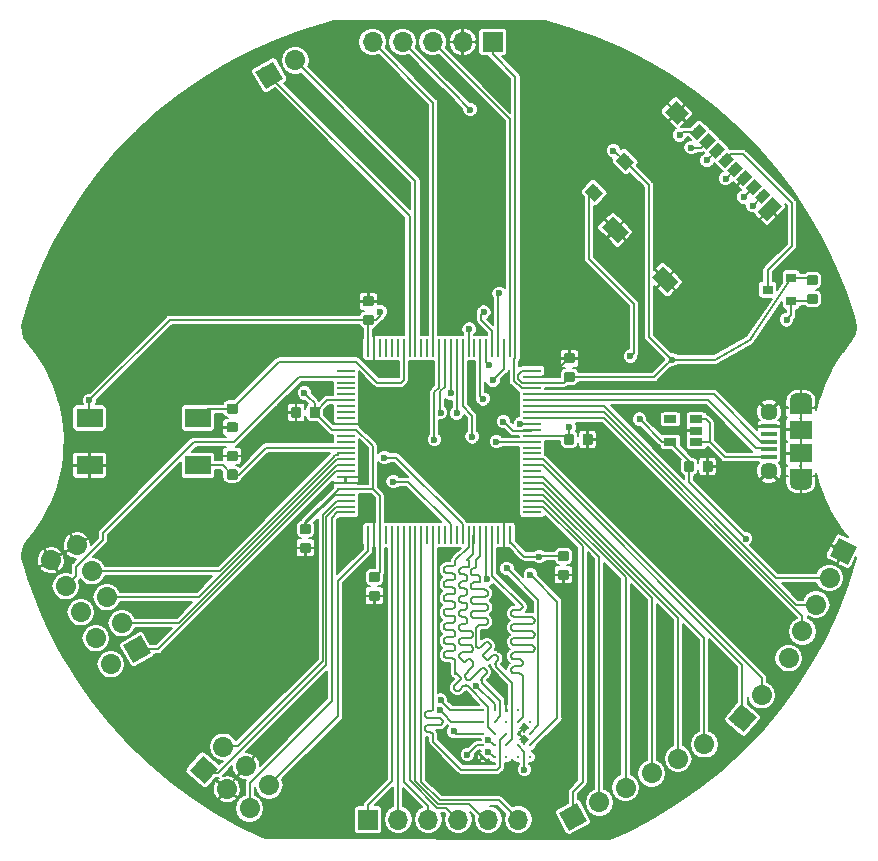
<source format=gbr>
G04 #@! TF.GenerationSoftware,KiCad,Pcbnew,5.0.0-fee4fd1~66~ubuntu18.04.1*
G04 #@! TF.CreationDate,2018-09-24T18:06:56+02:00*
G04 #@! TF.ProjectId,hyperstm,687970657273746D2E6B696361645F70,rev?*
G04 #@! TF.SameCoordinates,Original*
G04 #@! TF.FileFunction,Copper,L1,Top,Signal*
G04 #@! TF.FilePolarity,Positive*
%FSLAX46Y46*%
G04 Gerber Fmt 4.6, Leading zero omitted, Abs format (unit mm)*
G04 Created by KiCad (PCBNEW 5.0.0-fee4fd1~66~ubuntu18.04.1) date Mon Sep 24 18:06:56 2018*
%MOMM*%
%LPD*%
G01*
G04 APERTURE LIST*
G04 #@! TA.AperFunction,BGAPad,CuDef*
%ADD10C,0.320000*%
G04 #@! TD*
G04 #@! TA.AperFunction,SMDPad,CuDef*
%ADD11R,2.180000X1.600000*%
G04 #@! TD*
G04 #@! TA.AperFunction,Conductor*
%ADD12C,0.100000*%
G04 #@! TD*
G04 #@! TA.AperFunction,SMDPad,CuDef*
%ADD13C,0.875000*%
G04 #@! TD*
G04 #@! TA.AperFunction,ComponentPad*
%ADD14C,1.700000*%
G04 #@! TD*
G04 #@! TA.AperFunction,Conductor*
%ADD15C,1.700000*%
G04 #@! TD*
G04 #@! TA.AperFunction,ComponentPad*
%ADD16O,1.700000X1.700000*%
G04 #@! TD*
G04 #@! TA.AperFunction,ComponentPad*
%ADD17R,1.700000X1.700000*%
G04 #@! TD*
G04 #@! TA.AperFunction,SMDPad,CuDef*
%ADD18R,1.900000X1.200000*%
G04 #@! TD*
G04 #@! TA.AperFunction,ComponentPad*
%ADD19O,1.900000X1.200000*%
G04 #@! TD*
G04 #@! TA.AperFunction,SMDPad,CuDef*
%ADD20R,1.900000X1.500000*%
G04 #@! TD*
G04 #@! TA.AperFunction,ComponentPad*
%ADD21C,1.450000*%
G04 #@! TD*
G04 #@! TA.AperFunction,SMDPad,CuDef*
%ADD22R,1.350000X0.400000*%
G04 #@! TD*
G04 #@! TA.AperFunction,SMDPad,CuDef*
%ADD23C,1.350000*%
G04 #@! TD*
G04 #@! TA.AperFunction,SMDPad,CuDef*
%ADD24C,1.170000*%
G04 #@! TD*
G04 #@! TA.AperFunction,SMDPad,CuDef*
%ADD25C,1.000000*%
G04 #@! TD*
G04 #@! TA.AperFunction,SMDPad,CuDef*
%ADD26C,0.850000*%
G04 #@! TD*
G04 #@! TA.AperFunction,SMDPad,CuDef*
%ADD27C,0.750000*%
G04 #@! TD*
G04 #@! TA.AperFunction,SMDPad,CuDef*
%ADD28R,0.280000X1.500000*%
G04 #@! TD*
G04 #@! TA.AperFunction,SMDPad,CuDef*
%ADD29R,1.500000X0.280000*%
G04 #@! TD*
G04 #@! TA.AperFunction,SMDPad,CuDef*
%ADD30R,0.900000X0.800000*%
G04 #@! TD*
G04 #@! TA.AperFunction,SMDPad,CuDef*
%ADD31R,1.060000X0.650000*%
G04 #@! TD*
G04 #@! TA.AperFunction,ViaPad*
%ADD32C,0.600000*%
G04 #@! TD*
G04 #@! TA.AperFunction,Conductor*
%ADD33C,0.152400*%
G04 #@! TD*
G04 #@! TA.AperFunction,Conductor*
%ADD34C,0.200000*%
G04 #@! TD*
G04 APERTURE END LIST*
D10*
G04 #@! TO.P,U3,E5*
G04 #@! TO.N,GND*
X153702000Y-126714000D03*
G04 #@! TO.P,U3,D5*
G04 #@! TO.N,/OCTOSPI_IO4*
X154702000Y-126714000D03*
G04 #@! TO.P,U3,C5*
G04 #@! TO.N,N/C*
X155702000Y-126714001D03*
G04 #@! TO.P,U3,B5*
X156702000Y-126714000D03*
G04 #@! TO.P,U3,A5*
X157702000Y-126714000D03*
G04 #@! TO.P,U3,E4*
G04 #@! TO.N,+3V3*
X153702000Y-125714000D03*
G04 #@! TO.P,U3,D4*
G04 #@! TO.N,/OCTOSPI_IO3*
X154702000Y-125714000D03*
G04 #@! TO.P,U3,C4*
G04 #@! TO.N,/OCTOSPI_IO2*
X155702000Y-125714000D03*
G04 #@! TO.P,U3,B4*
G04 #@! TO.N,+3V3*
X156702000Y-125714000D03*
G04 #@! TO.P,U3,A4*
G04 #@! TO.N,/~OCTOSPI_RESET~*
X157702000Y-125714000D03*
G04 #@! TO.P,U3,E3*
G04 #@! TO.N,/OCTOSPI_IO5*
X153701999Y-124714000D03*
G04 #@! TO.P,U3,D3*
G04 #@! TO.N,/OCTOSPI_IO0*
X154702000Y-124714000D03*
G04 #@! TO.P,U3,C3*
G04 #@! TO.N,/OCTOSPI_DQS*
X155702000Y-124714000D03*
G04 #@! TO.P,U3,B3*
G04 #@! TO.N,GND*
X156702000Y-124714000D03*
G04 #@! TO.P,U3,A3*
G04 #@! TO.N,/~OCTOSPI_CS~*
X157702001Y-124714000D03*
G04 #@! TO.P,U3,E2*
G04 #@! TO.N,/OCTOSPI_IO6*
X153702000Y-123714000D03*
G04 #@! TO.P,U3,D2*
G04 #@! TO.N,/OCTOSPI_IO1*
X154702000Y-123714000D03*
G04 #@! TO.P,U3,C2*
G04 #@! TO.N,N/C*
X155702000Y-123714000D03*
G04 #@! TO.P,U3,B2*
G04 #@! TO.N,/OCTOSPI_CLK*
X156702000Y-123714000D03*
G04 #@! TO.P,U3,A2*
G04 #@! TO.N,N/C*
X157702000Y-123714000D03*
G04 #@! TO.P,U3,E1*
G04 #@! TO.N,/OCTOSPI_IO7*
X153702000Y-122714000D03*
G04 #@! TO.P,U3,D1*
G04 #@! TO.N,+3V3*
X154702000Y-122714000D03*
G04 #@! TO.P,U3,C1*
G04 #@! TO.N,GND*
X155702000Y-122713999D03*
G04 #@! TO.P,U3,B1*
G04 #@! TO.N,N/C*
X156702000Y-122714000D03*
G04 #@! TD*
D11*
G04 #@! TO.P,SW2,2*
G04 #@! TO.N,/Microcontroller/BOOT0*
X129590000Y-98000000D03*
G04 #@! TO.P,SW2,1*
G04 #@! TO.N,+3V3*
X120410000Y-98000000D03*
G04 #@! TD*
G04 #@! TO.P,SW1,2*
G04 #@! TO.N,Net-(C10-Pad1)*
X129590000Y-102000000D03*
G04 #@! TO.P,SW1,1*
G04 #@! TO.N,GND*
X120410000Y-102000000D03*
G04 #@! TD*
D12*
G04 #@! TO.N,GND*
G04 #@! TO.C,C1*
G36*
X172985691Y-101634053D02*
X173006926Y-101637203D01*
X173027750Y-101642419D01*
X173047962Y-101649651D01*
X173067368Y-101658830D01*
X173085781Y-101669866D01*
X173103024Y-101682654D01*
X173118930Y-101697070D01*
X173133346Y-101712976D01*
X173146134Y-101730219D01*
X173157170Y-101748632D01*
X173166349Y-101768038D01*
X173173581Y-101788250D01*
X173178797Y-101809074D01*
X173181947Y-101830309D01*
X173183000Y-101851750D01*
X173183000Y-102364250D01*
X173181947Y-102385691D01*
X173178797Y-102406926D01*
X173173581Y-102427750D01*
X173166349Y-102447962D01*
X173157170Y-102467368D01*
X173146134Y-102485781D01*
X173133346Y-102503024D01*
X173118930Y-102518930D01*
X173103024Y-102533346D01*
X173085781Y-102546134D01*
X173067368Y-102557170D01*
X173047962Y-102566349D01*
X173027750Y-102573581D01*
X173006926Y-102578797D01*
X172985691Y-102581947D01*
X172964250Y-102583000D01*
X172526750Y-102583000D01*
X172505309Y-102581947D01*
X172484074Y-102578797D01*
X172463250Y-102573581D01*
X172443038Y-102566349D01*
X172423632Y-102557170D01*
X172405219Y-102546134D01*
X172387976Y-102533346D01*
X172372070Y-102518930D01*
X172357654Y-102503024D01*
X172344866Y-102485781D01*
X172333830Y-102467368D01*
X172324651Y-102447962D01*
X172317419Y-102427750D01*
X172312203Y-102406926D01*
X172309053Y-102385691D01*
X172308000Y-102364250D01*
X172308000Y-101851750D01*
X172309053Y-101830309D01*
X172312203Y-101809074D01*
X172317419Y-101788250D01*
X172324651Y-101768038D01*
X172333830Y-101748632D01*
X172344866Y-101730219D01*
X172357654Y-101712976D01*
X172372070Y-101697070D01*
X172387976Y-101682654D01*
X172405219Y-101669866D01*
X172423632Y-101658830D01*
X172443038Y-101649651D01*
X172463250Y-101642419D01*
X172484074Y-101637203D01*
X172505309Y-101634053D01*
X172526750Y-101633000D01*
X172964250Y-101633000D01*
X172985691Y-101634053D01*
X172985691Y-101634053D01*
G37*
D13*
G04 #@! TD*
G04 #@! TO.P,C1,2*
G04 #@! TO.N,GND*
X172745500Y-102108000D03*
D12*
G04 #@! TO.N,+3V3*
G04 #@! TO.C,C1*
G36*
X171410691Y-101634053D02*
X171431926Y-101637203D01*
X171452750Y-101642419D01*
X171472962Y-101649651D01*
X171492368Y-101658830D01*
X171510781Y-101669866D01*
X171528024Y-101682654D01*
X171543930Y-101697070D01*
X171558346Y-101712976D01*
X171571134Y-101730219D01*
X171582170Y-101748632D01*
X171591349Y-101768038D01*
X171598581Y-101788250D01*
X171603797Y-101809074D01*
X171606947Y-101830309D01*
X171608000Y-101851750D01*
X171608000Y-102364250D01*
X171606947Y-102385691D01*
X171603797Y-102406926D01*
X171598581Y-102427750D01*
X171591349Y-102447962D01*
X171582170Y-102467368D01*
X171571134Y-102485781D01*
X171558346Y-102503024D01*
X171543930Y-102518930D01*
X171528024Y-102533346D01*
X171510781Y-102546134D01*
X171492368Y-102557170D01*
X171472962Y-102566349D01*
X171452750Y-102573581D01*
X171431926Y-102578797D01*
X171410691Y-102581947D01*
X171389250Y-102583000D01*
X170951750Y-102583000D01*
X170930309Y-102581947D01*
X170909074Y-102578797D01*
X170888250Y-102573581D01*
X170868038Y-102566349D01*
X170848632Y-102557170D01*
X170830219Y-102546134D01*
X170812976Y-102533346D01*
X170797070Y-102518930D01*
X170782654Y-102503024D01*
X170769866Y-102485781D01*
X170758830Y-102467368D01*
X170749651Y-102447962D01*
X170742419Y-102427750D01*
X170737203Y-102406926D01*
X170734053Y-102385691D01*
X170733000Y-102364250D01*
X170733000Y-101851750D01*
X170734053Y-101830309D01*
X170737203Y-101809074D01*
X170742419Y-101788250D01*
X170749651Y-101768038D01*
X170758830Y-101748632D01*
X170769866Y-101730219D01*
X170782654Y-101712976D01*
X170797070Y-101697070D01*
X170812976Y-101682654D01*
X170830219Y-101669866D01*
X170848632Y-101658830D01*
X170868038Y-101649651D01*
X170888250Y-101642419D01*
X170909074Y-101637203D01*
X170930309Y-101634053D01*
X170951750Y-101633000D01*
X171389250Y-101633000D01*
X171410691Y-101634053D01*
X171410691Y-101634053D01*
G37*
D13*
G04 #@! TD*
G04 #@! TO.P,C1,1*
G04 #@! TO.N,+3V3*
X171170500Y-102108000D03*
D12*
G04 #@! TO.N,GND*
G04 #@! TO.C,C4*
G36*
X138961691Y-108555053D02*
X138982926Y-108558203D01*
X139003750Y-108563419D01*
X139023962Y-108570651D01*
X139043368Y-108579830D01*
X139061781Y-108590866D01*
X139079024Y-108603654D01*
X139094930Y-108618070D01*
X139109346Y-108633976D01*
X139122134Y-108651219D01*
X139133170Y-108669632D01*
X139142349Y-108689038D01*
X139149581Y-108709250D01*
X139154797Y-108730074D01*
X139157947Y-108751309D01*
X139159000Y-108772750D01*
X139159000Y-109210250D01*
X139157947Y-109231691D01*
X139154797Y-109252926D01*
X139149581Y-109273750D01*
X139142349Y-109293962D01*
X139133170Y-109313368D01*
X139122134Y-109331781D01*
X139109346Y-109349024D01*
X139094930Y-109364930D01*
X139079024Y-109379346D01*
X139061781Y-109392134D01*
X139043368Y-109403170D01*
X139023962Y-109412349D01*
X139003750Y-109419581D01*
X138982926Y-109424797D01*
X138961691Y-109427947D01*
X138940250Y-109429000D01*
X138427750Y-109429000D01*
X138406309Y-109427947D01*
X138385074Y-109424797D01*
X138364250Y-109419581D01*
X138344038Y-109412349D01*
X138324632Y-109403170D01*
X138306219Y-109392134D01*
X138288976Y-109379346D01*
X138273070Y-109364930D01*
X138258654Y-109349024D01*
X138245866Y-109331781D01*
X138234830Y-109313368D01*
X138225651Y-109293962D01*
X138218419Y-109273750D01*
X138213203Y-109252926D01*
X138210053Y-109231691D01*
X138209000Y-109210250D01*
X138209000Y-108772750D01*
X138210053Y-108751309D01*
X138213203Y-108730074D01*
X138218419Y-108709250D01*
X138225651Y-108689038D01*
X138234830Y-108669632D01*
X138245866Y-108651219D01*
X138258654Y-108633976D01*
X138273070Y-108618070D01*
X138288976Y-108603654D01*
X138306219Y-108590866D01*
X138324632Y-108579830D01*
X138344038Y-108570651D01*
X138364250Y-108563419D01*
X138385074Y-108558203D01*
X138406309Y-108555053D01*
X138427750Y-108554000D01*
X138940250Y-108554000D01*
X138961691Y-108555053D01*
X138961691Y-108555053D01*
G37*
D13*
G04 #@! TD*
G04 #@! TO.P,C4,2*
G04 #@! TO.N,GND*
X138684000Y-108991500D03*
D12*
G04 #@! TO.N,+3V3*
G04 #@! TO.C,C4*
G36*
X138961691Y-106980053D02*
X138982926Y-106983203D01*
X139003750Y-106988419D01*
X139023962Y-106995651D01*
X139043368Y-107004830D01*
X139061781Y-107015866D01*
X139079024Y-107028654D01*
X139094930Y-107043070D01*
X139109346Y-107058976D01*
X139122134Y-107076219D01*
X139133170Y-107094632D01*
X139142349Y-107114038D01*
X139149581Y-107134250D01*
X139154797Y-107155074D01*
X139157947Y-107176309D01*
X139159000Y-107197750D01*
X139159000Y-107635250D01*
X139157947Y-107656691D01*
X139154797Y-107677926D01*
X139149581Y-107698750D01*
X139142349Y-107718962D01*
X139133170Y-107738368D01*
X139122134Y-107756781D01*
X139109346Y-107774024D01*
X139094930Y-107789930D01*
X139079024Y-107804346D01*
X139061781Y-107817134D01*
X139043368Y-107828170D01*
X139023962Y-107837349D01*
X139003750Y-107844581D01*
X138982926Y-107849797D01*
X138961691Y-107852947D01*
X138940250Y-107854000D01*
X138427750Y-107854000D01*
X138406309Y-107852947D01*
X138385074Y-107849797D01*
X138364250Y-107844581D01*
X138344038Y-107837349D01*
X138324632Y-107828170D01*
X138306219Y-107817134D01*
X138288976Y-107804346D01*
X138273070Y-107789930D01*
X138258654Y-107774024D01*
X138245866Y-107756781D01*
X138234830Y-107738368D01*
X138225651Y-107718962D01*
X138218419Y-107698750D01*
X138213203Y-107677926D01*
X138210053Y-107656691D01*
X138209000Y-107635250D01*
X138209000Y-107197750D01*
X138210053Y-107176309D01*
X138213203Y-107155074D01*
X138218419Y-107134250D01*
X138225651Y-107114038D01*
X138234830Y-107094632D01*
X138245866Y-107076219D01*
X138258654Y-107058976D01*
X138273070Y-107043070D01*
X138288976Y-107028654D01*
X138306219Y-107015866D01*
X138324632Y-107004830D01*
X138344038Y-106995651D01*
X138364250Y-106988419D01*
X138385074Y-106983203D01*
X138406309Y-106980053D01*
X138427750Y-106979000D01*
X138940250Y-106979000D01*
X138961691Y-106980053D01*
X138961691Y-106980053D01*
G37*
D13*
G04 #@! TD*
G04 #@! TO.P,C4,1*
G04 #@! TO.N,+3V3*
X138684000Y-107416500D03*
D12*
G04 #@! TO.N,GND*
G04 #@! TO.C,C5*
G36*
X144803691Y-112619053D02*
X144824926Y-112622203D01*
X144845750Y-112627419D01*
X144865962Y-112634651D01*
X144885368Y-112643830D01*
X144903781Y-112654866D01*
X144921024Y-112667654D01*
X144936930Y-112682070D01*
X144951346Y-112697976D01*
X144964134Y-112715219D01*
X144975170Y-112733632D01*
X144984349Y-112753038D01*
X144991581Y-112773250D01*
X144996797Y-112794074D01*
X144999947Y-112815309D01*
X145001000Y-112836750D01*
X145001000Y-113274250D01*
X144999947Y-113295691D01*
X144996797Y-113316926D01*
X144991581Y-113337750D01*
X144984349Y-113357962D01*
X144975170Y-113377368D01*
X144964134Y-113395781D01*
X144951346Y-113413024D01*
X144936930Y-113428930D01*
X144921024Y-113443346D01*
X144903781Y-113456134D01*
X144885368Y-113467170D01*
X144865962Y-113476349D01*
X144845750Y-113483581D01*
X144824926Y-113488797D01*
X144803691Y-113491947D01*
X144782250Y-113493000D01*
X144269750Y-113493000D01*
X144248309Y-113491947D01*
X144227074Y-113488797D01*
X144206250Y-113483581D01*
X144186038Y-113476349D01*
X144166632Y-113467170D01*
X144148219Y-113456134D01*
X144130976Y-113443346D01*
X144115070Y-113428930D01*
X144100654Y-113413024D01*
X144087866Y-113395781D01*
X144076830Y-113377368D01*
X144067651Y-113357962D01*
X144060419Y-113337750D01*
X144055203Y-113316926D01*
X144052053Y-113295691D01*
X144051000Y-113274250D01*
X144051000Y-112836750D01*
X144052053Y-112815309D01*
X144055203Y-112794074D01*
X144060419Y-112773250D01*
X144067651Y-112753038D01*
X144076830Y-112733632D01*
X144087866Y-112715219D01*
X144100654Y-112697976D01*
X144115070Y-112682070D01*
X144130976Y-112667654D01*
X144148219Y-112654866D01*
X144166632Y-112643830D01*
X144186038Y-112634651D01*
X144206250Y-112627419D01*
X144227074Y-112622203D01*
X144248309Y-112619053D01*
X144269750Y-112618000D01*
X144782250Y-112618000D01*
X144803691Y-112619053D01*
X144803691Y-112619053D01*
G37*
D13*
G04 #@! TD*
G04 #@! TO.P,C5,2*
G04 #@! TO.N,GND*
X144526000Y-113055500D03*
D12*
G04 #@! TO.N,+3V3*
G04 #@! TO.C,C5*
G36*
X144803691Y-111044053D02*
X144824926Y-111047203D01*
X144845750Y-111052419D01*
X144865962Y-111059651D01*
X144885368Y-111068830D01*
X144903781Y-111079866D01*
X144921024Y-111092654D01*
X144936930Y-111107070D01*
X144951346Y-111122976D01*
X144964134Y-111140219D01*
X144975170Y-111158632D01*
X144984349Y-111178038D01*
X144991581Y-111198250D01*
X144996797Y-111219074D01*
X144999947Y-111240309D01*
X145001000Y-111261750D01*
X145001000Y-111699250D01*
X144999947Y-111720691D01*
X144996797Y-111741926D01*
X144991581Y-111762750D01*
X144984349Y-111782962D01*
X144975170Y-111802368D01*
X144964134Y-111820781D01*
X144951346Y-111838024D01*
X144936930Y-111853930D01*
X144921024Y-111868346D01*
X144903781Y-111881134D01*
X144885368Y-111892170D01*
X144865962Y-111901349D01*
X144845750Y-111908581D01*
X144824926Y-111913797D01*
X144803691Y-111916947D01*
X144782250Y-111918000D01*
X144269750Y-111918000D01*
X144248309Y-111916947D01*
X144227074Y-111913797D01*
X144206250Y-111908581D01*
X144186038Y-111901349D01*
X144166632Y-111892170D01*
X144148219Y-111881134D01*
X144130976Y-111868346D01*
X144115070Y-111853930D01*
X144100654Y-111838024D01*
X144087866Y-111820781D01*
X144076830Y-111802368D01*
X144067651Y-111782962D01*
X144060419Y-111762750D01*
X144055203Y-111741926D01*
X144052053Y-111720691D01*
X144051000Y-111699250D01*
X144051000Y-111261750D01*
X144052053Y-111240309D01*
X144055203Y-111219074D01*
X144060419Y-111198250D01*
X144067651Y-111178038D01*
X144076830Y-111158632D01*
X144087866Y-111140219D01*
X144100654Y-111122976D01*
X144115070Y-111107070D01*
X144130976Y-111092654D01*
X144148219Y-111079866D01*
X144166632Y-111068830D01*
X144186038Y-111059651D01*
X144206250Y-111052419D01*
X144227074Y-111047203D01*
X144248309Y-111044053D01*
X144269750Y-111043000D01*
X144782250Y-111043000D01*
X144803691Y-111044053D01*
X144803691Y-111044053D01*
G37*
D13*
G04 #@! TD*
G04 #@! TO.P,C5,1*
G04 #@! TO.N,+3V3*
X144526000Y-111480500D03*
D12*
G04 #@! TO.N,GND*
G04 #@! TO.C,C6*
G36*
X160805691Y-110841053D02*
X160826926Y-110844203D01*
X160847750Y-110849419D01*
X160867962Y-110856651D01*
X160887368Y-110865830D01*
X160905781Y-110876866D01*
X160923024Y-110889654D01*
X160938930Y-110904070D01*
X160953346Y-110919976D01*
X160966134Y-110937219D01*
X160977170Y-110955632D01*
X160986349Y-110975038D01*
X160993581Y-110995250D01*
X160998797Y-111016074D01*
X161001947Y-111037309D01*
X161003000Y-111058750D01*
X161003000Y-111496250D01*
X161001947Y-111517691D01*
X160998797Y-111538926D01*
X160993581Y-111559750D01*
X160986349Y-111579962D01*
X160977170Y-111599368D01*
X160966134Y-111617781D01*
X160953346Y-111635024D01*
X160938930Y-111650930D01*
X160923024Y-111665346D01*
X160905781Y-111678134D01*
X160887368Y-111689170D01*
X160867962Y-111698349D01*
X160847750Y-111705581D01*
X160826926Y-111710797D01*
X160805691Y-111713947D01*
X160784250Y-111715000D01*
X160271750Y-111715000D01*
X160250309Y-111713947D01*
X160229074Y-111710797D01*
X160208250Y-111705581D01*
X160188038Y-111698349D01*
X160168632Y-111689170D01*
X160150219Y-111678134D01*
X160132976Y-111665346D01*
X160117070Y-111650930D01*
X160102654Y-111635024D01*
X160089866Y-111617781D01*
X160078830Y-111599368D01*
X160069651Y-111579962D01*
X160062419Y-111559750D01*
X160057203Y-111538926D01*
X160054053Y-111517691D01*
X160053000Y-111496250D01*
X160053000Y-111058750D01*
X160054053Y-111037309D01*
X160057203Y-111016074D01*
X160062419Y-110995250D01*
X160069651Y-110975038D01*
X160078830Y-110955632D01*
X160089866Y-110937219D01*
X160102654Y-110919976D01*
X160117070Y-110904070D01*
X160132976Y-110889654D01*
X160150219Y-110876866D01*
X160168632Y-110865830D01*
X160188038Y-110856651D01*
X160208250Y-110849419D01*
X160229074Y-110844203D01*
X160250309Y-110841053D01*
X160271750Y-110840000D01*
X160784250Y-110840000D01*
X160805691Y-110841053D01*
X160805691Y-110841053D01*
G37*
D13*
G04 #@! TD*
G04 #@! TO.P,C6,2*
G04 #@! TO.N,GND*
X160528000Y-111277500D03*
D12*
G04 #@! TO.N,+3V3*
G04 #@! TO.C,C6*
G36*
X160805691Y-109266053D02*
X160826926Y-109269203D01*
X160847750Y-109274419D01*
X160867962Y-109281651D01*
X160887368Y-109290830D01*
X160905781Y-109301866D01*
X160923024Y-109314654D01*
X160938930Y-109329070D01*
X160953346Y-109344976D01*
X160966134Y-109362219D01*
X160977170Y-109380632D01*
X160986349Y-109400038D01*
X160993581Y-109420250D01*
X160998797Y-109441074D01*
X161001947Y-109462309D01*
X161003000Y-109483750D01*
X161003000Y-109921250D01*
X161001947Y-109942691D01*
X160998797Y-109963926D01*
X160993581Y-109984750D01*
X160986349Y-110004962D01*
X160977170Y-110024368D01*
X160966134Y-110042781D01*
X160953346Y-110060024D01*
X160938930Y-110075930D01*
X160923024Y-110090346D01*
X160905781Y-110103134D01*
X160887368Y-110114170D01*
X160867962Y-110123349D01*
X160847750Y-110130581D01*
X160826926Y-110135797D01*
X160805691Y-110138947D01*
X160784250Y-110140000D01*
X160271750Y-110140000D01*
X160250309Y-110138947D01*
X160229074Y-110135797D01*
X160208250Y-110130581D01*
X160188038Y-110123349D01*
X160168632Y-110114170D01*
X160150219Y-110103134D01*
X160132976Y-110090346D01*
X160117070Y-110075930D01*
X160102654Y-110060024D01*
X160089866Y-110042781D01*
X160078830Y-110024368D01*
X160069651Y-110004962D01*
X160062419Y-109984750D01*
X160057203Y-109963926D01*
X160054053Y-109942691D01*
X160053000Y-109921250D01*
X160053000Y-109483750D01*
X160054053Y-109462309D01*
X160057203Y-109441074D01*
X160062419Y-109420250D01*
X160069651Y-109400038D01*
X160078830Y-109380632D01*
X160089866Y-109362219D01*
X160102654Y-109344976D01*
X160117070Y-109329070D01*
X160132976Y-109314654D01*
X160150219Y-109301866D01*
X160168632Y-109290830D01*
X160188038Y-109281651D01*
X160208250Y-109274419D01*
X160229074Y-109269203D01*
X160250309Y-109266053D01*
X160271750Y-109265000D01*
X160784250Y-109265000D01*
X160805691Y-109266053D01*
X160805691Y-109266053D01*
G37*
D13*
G04 #@! TD*
G04 #@! TO.P,C6,1*
G04 #@! TO.N,+3V3*
X160528000Y-109702500D03*
D12*
G04 #@! TO.N,GND*
G04 #@! TO.C,C7*
G36*
X161313691Y-92502053D02*
X161334926Y-92505203D01*
X161355750Y-92510419D01*
X161375962Y-92517651D01*
X161395368Y-92526830D01*
X161413781Y-92537866D01*
X161431024Y-92550654D01*
X161446930Y-92565070D01*
X161461346Y-92580976D01*
X161474134Y-92598219D01*
X161485170Y-92616632D01*
X161494349Y-92636038D01*
X161501581Y-92656250D01*
X161506797Y-92677074D01*
X161509947Y-92698309D01*
X161511000Y-92719750D01*
X161511000Y-93157250D01*
X161509947Y-93178691D01*
X161506797Y-93199926D01*
X161501581Y-93220750D01*
X161494349Y-93240962D01*
X161485170Y-93260368D01*
X161474134Y-93278781D01*
X161461346Y-93296024D01*
X161446930Y-93311930D01*
X161431024Y-93326346D01*
X161413781Y-93339134D01*
X161395368Y-93350170D01*
X161375962Y-93359349D01*
X161355750Y-93366581D01*
X161334926Y-93371797D01*
X161313691Y-93374947D01*
X161292250Y-93376000D01*
X160779750Y-93376000D01*
X160758309Y-93374947D01*
X160737074Y-93371797D01*
X160716250Y-93366581D01*
X160696038Y-93359349D01*
X160676632Y-93350170D01*
X160658219Y-93339134D01*
X160640976Y-93326346D01*
X160625070Y-93311930D01*
X160610654Y-93296024D01*
X160597866Y-93278781D01*
X160586830Y-93260368D01*
X160577651Y-93240962D01*
X160570419Y-93220750D01*
X160565203Y-93199926D01*
X160562053Y-93178691D01*
X160561000Y-93157250D01*
X160561000Y-92719750D01*
X160562053Y-92698309D01*
X160565203Y-92677074D01*
X160570419Y-92656250D01*
X160577651Y-92636038D01*
X160586830Y-92616632D01*
X160597866Y-92598219D01*
X160610654Y-92580976D01*
X160625070Y-92565070D01*
X160640976Y-92550654D01*
X160658219Y-92537866D01*
X160676632Y-92526830D01*
X160696038Y-92517651D01*
X160716250Y-92510419D01*
X160737074Y-92505203D01*
X160758309Y-92502053D01*
X160779750Y-92501000D01*
X161292250Y-92501000D01*
X161313691Y-92502053D01*
X161313691Y-92502053D01*
G37*
D13*
G04 #@! TD*
G04 #@! TO.P,C7,2*
G04 #@! TO.N,GND*
X161036000Y-92938500D03*
D12*
G04 #@! TO.N,+3V3*
G04 #@! TO.C,C7*
G36*
X161313691Y-94077053D02*
X161334926Y-94080203D01*
X161355750Y-94085419D01*
X161375962Y-94092651D01*
X161395368Y-94101830D01*
X161413781Y-94112866D01*
X161431024Y-94125654D01*
X161446930Y-94140070D01*
X161461346Y-94155976D01*
X161474134Y-94173219D01*
X161485170Y-94191632D01*
X161494349Y-94211038D01*
X161501581Y-94231250D01*
X161506797Y-94252074D01*
X161509947Y-94273309D01*
X161511000Y-94294750D01*
X161511000Y-94732250D01*
X161509947Y-94753691D01*
X161506797Y-94774926D01*
X161501581Y-94795750D01*
X161494349Y-94815962D01*
X161485170Y-94835368D01*
X161474134Y-94853781D01*
X161461346Y-94871024D01*
X161446930Y-94886930D01*
X161431024Y-94901346D01*
X161413781Y-94914134D01*
X161395368Y-94925170D01*
X161375962Y-94934349D01*
X161355750Y-94941581D01*
X161334926Y-94946797D01*
X161313691Y-94949947D01*
X161292250Y-94951000D01*
X160779750Y-94951000D01*
X160758309Y-94949947D01*
X160737074Y-94946797D01*
X160716250Y-94941581D01*
X160696038Y-94934349D01*
X160676632Y-94925170D01*
X160658219Y-94914134D01*
X160640976Y-94901346D01*
X160625070Y-94886930D01*
X160610654Y-94871024D01*
X160597866Y-94853781D01*
X160586830Y-94835368D01*
X160577651Y-94815962D01*
X160570419Y-94795750D01*
X160565203Y-94774926D01*
X160562053Y-94753691D01*
X160561000Y-94732250D01*
X160561000Y-94294750D01*
X160562053Y-94273309D01*
X160565203Y-94252074D01*
X160570419Y-94231250D01*
X160577651Y-94211038D01*
X160586830Y-94191632D01*
X160597866Y-94173219D01*
X160610654Y-94155976D01*
X160625070Y-94140070D01*
X160640976Y-94125654D01*
X160658219Y-94112866D01*
X160676632Y-94101830D01*
X160696038Y-94092651D01*
X160716250Y-94085419D01*
X160737074Y-94080203D01*
X160758309Y-94077053D01*
X160779750Y-94076000D01*
X161292250Y-94076000D01*
X161313691Y-94077053D01*
X161313691Y-94077053D01*
G37*
D13*
G04 #@! TD*
G04 #@! TO.P,C7,1*
G04 #@! TO.N,+3V3*
X161036000Y-94513500D03*
D12*
G04 #@! TO.N,GND*
G04 #@! TO.C,C8*
G36*
X144295691Y-87676053D02*
X144316926Y-87679203D01*
X144337750Y-87684419D01*
X144357962Y-87691651D01*
X144377368Y-87700830D01*
X144395781Y-87711866D01*
X144413024Y-87724654D01*
X144428930Y-87739070D01*
X144443346Y-87754976D01*
X144456134Y-87772219D01*
X144467170Y-87790632D01*
X144476349Y-87810038D01*
X144483581Y-87830250D01*
X144488797Y-87851074D01*
X144491947Y-87872309D01*
X144493000Y-87893750D01*
X144493000Y-88331250D01*
X144491947Y-88352691D01*
X144488797Y-88373926D01*
X144483581Y-88394750D01*
X144476349Y-88414962D01*
X144467170Y-88434368D01*
X144456134Y-88452781D01*
X144443346Y-88470024D01*
X144428930Y-88485930D01*
X144413024Y-88500346D01*
X144395781Y-88513134D01*
X144377368Y-88524170D01*
X144357962Y-88533349D01*
X144337750Y-88540581D01*
X144316926Y-88545797D01*
X144295691Y-88548947D01*
X144274250Y-88550000D01*
X143761750Y-88550000D01*
X143740309Y-88548947D01*
X143719074Y-88545797D01*
X143698250Y-88540581D01*
X143678038Y-88533349D01*
X143658632Y-88524170D01*
X143640219Y-88513134D01*
X143622976Y-88500346D01*
X143607070Y-88485930D01*
X143592654Y-88470024D01*
X143579866Y-88452781D01*
X143568830Y-88434368D01*
X143559651Y-88414962D01*
X143552419Y-88394750D01*
X143547203Y-88373926D01*
X143544053Y-88352691D01*
X143543000Y-88331250D01*
X143543000Y-87893750D01*
X143544053Y-87872309D01*
X143547203Y-87851074D01*
X143552419Y-87830250D01*
X143559651Y-87810038D01*
X143568830Y-87790632D01*
X143579866Y-87772219D01*
X143592654Y-87754976D01*
X143607070Y-87739070D01*
X143622976Y-87724654D01*
X143640219Y-87711866D01*
X143658632Y-87700830D01*
X143678038Y-87691651D01*
X143698250Y-87684419D01*
X143719074Y-87679203D01*
X143740309Y-87676053D01*
X143761750Y-87675000D01*
X144274250Y-87675000D01*
X144295691Y-87676053D01*
X144295691Y-87676053D01*
G37*
D13*
G04 #@! TD*
G04 #@! TO.P,C8,2*
G04 #@! TO.N,GND*
X144018000Y-88112500D03*
D12*
G04 #@! TO.N,+3V3*
G04 #@! TO.C,C8*
G36*
X144295691Y-89251053D02*
X144316926Y-89254203D01*
X144337750Y-89259419D01*
X144357962Y-89266651D01*
X144377368Y-89275830D01*
X144395781Y-89286866D01*
X144413024Y-89299654D01*
X144428930Y-89314070D01*
X144443346Y-89329976D01*
X144456134Y-89347219D01*
X144467170Y-89365632D01*
X144476349Y-89385038D01*
X144483581Y-89405250D01*
X144488797Y-89426074D01*
X144491947Y-89447309D01*
X144493000Y-89468750D01*
X144493000Y-89906250D01*
X144491947Y-89927691D01*
X144488797Y-89948926D01*
X144483581Y-89969750D01*
X144476349Y-89989962D01*
X144467170Y-90009368D01*
X144456134Y-90027781D01*
X144443346Y-90045024D01*
X144428930Y-90060930D01*
X144413024Y-90075346D01*
X144395781Y-90088134D01*
X144377368Y-90099170D01*
X144357962Y-90108349D01*
X144337750Y-90115581D01*
X144316926Y-90120797D01*
X144295691Y-90123947D01*
X144274250Y-90125000D01*
X143761750Y-90125000D01*
X143740309Y-90123947D01*
X143719074Y-90120797D01*
X143698250Y-90115581D01*
X143678038Y-90108349D01*
X143658632Y-90099170D01*
X143640219Y-90088134D01*
X143622976Y-90075346D01*
X143607070Y-90060930D01*
X143592654Y-90045024D01*
X143579866Y-90027781D01*
X143568830Y-90009368D01*
X143559651Y-89989962D01*
X143552419Y-89969750D01*
X143547203Y-89948926D01*
X143544053Y-89927691D01*
X143543000Y-89906250D01*
X143543000Y-89468750D01*
X143544053Y-89447309D01*
X143547203Y-89426074D01*
X143552419Y-89405250D01*
X143559651Y-89385038D01*
X143568830Y-89365632D01*
X143579866Y-89347219D01*
X143592654Y-89329976D01*
X143607070Y-89314070D01*
X143622976Y-89299654D01*
X143640219Y-89286866D01*
X143658632Y-89275830D01*
X143678038Y-89266651D01*
X143698250Y-89259419D01*
X143719074Y-89254203D01*
X143740309Y-89251053D01*
X143761750Y-89250000D01*
X144274250Y-89250000D01*
X144295691Y-89251053D01*
X144295691Y-89251053D01*
G37*
D13*
G04 #@! TD*
G04 #@! TO.P,C8,1*
G04 #@! TO.N,+3V3*
X144018000Y-89687500D03*
D12*
G04 #@! TO.N,GND*
G04 #@! TO.C,C10*
G36*
X132772491Y-100776053D02*
X132793726Y-100779203D01*
X132814550Y-100784419D01*
X132834762Y-100791651D01*
X132854168Y-100800830D01*
X132872581Y-100811866D01*
X132889824Y-100824654D01*
X132905730Y-100839070D01*
X132920146Y-100854976D01*
X132932934Y-100872219D01*
X132943970Y-100890632D01*
X132953149Y-100910038D01*
X132960381Y-100930250D01*
X132965597Y-100951074D01*
X132968747Y-100972309D01*
X132969800Y-100993750D01*
X132969800Y-101431250D01*
X132968747Y-101452691D01*
X132965597Y-101473926D01*
X132960381Y-101494750D01*
X132953149Y-101514962D01*
X132943970Y-101534368D01*
X132932934Y-101552781D01*
X132920146Y-101570024D01*
X132905730Y-101585930D01*
X132889824Y-101600346D01*
X132872581Y-101613134D01*
X132854168Y-101624170D01*
X132834762Y-101633349D01*
X132814550Y-101640581D01*
X132793726Y-101645797D01*
X132772491Y-101648947D01*
X132751050Y-101650000D01*
X132238550Y-101650000D01*
X132217109Y-101648947D01*
X132195874Y-101645797D01*
X132175050Y-101640581D01*
X132154838Y-101633349D01*
X132135432Y-101624170D01*
X132117019Y-101613134D01*
X132099776Y-101600346D01*
X132083870Y-101585930D01*
X132069454Y-101570024D01*
X132056666Y-101552781D01*
X132045630Y-101534368D01*
X132036451Y-101514962D01*
X132029219Y-101494750D01*
X132024003Y-101473926D01*
X132020853Y-101452691D01*
X132019800Y-101431250D01*
X132019800Y-100993750D01*
X132020853Y-100972309D01*
X132024003Y-100951074D01*
X132029219Y-100930250D01*
X132036451Y-100910038D01*
X132045630Y-100890632D01*
X132056666Y-100872219D01*
X132069454Y-100854976D01*
X132083870Y-100839070D01*
X132099776Y-100824654D01*
X132117019Y-100811866D01*
X132135432Y-100800830D01*
X132154838Y-100791651D01*
X132175050Y-100784419D01*
X132195874Y-100779203D01*
X132217109Y-100776053D01*
X132238550Y-100775000D01*
X132751050Y-100775000D01*
X132772491Y-100776053D01*
X132772491Y-100776053D01*
G37*
D13*
G04 #@! TD*
G04 #@! TO.P,C10,2*
G04 #@! TO.N,GND*
X132494800Y-101212500D03*
D12*
G04 #@! TO.N,Net-(C10-Pad1)*
G04 #@! TO.C,C10*
G36*
X132772491Y-102351053D02*
X132793726Y-102354203D01*
X132814550Y-102359419D01*
X132834762Y-102366651D01*
X132854168Y-102375830D01*
X132872581Y-102386866D01*
X132889824Y-102399654D01*
X132905730Y-102414070D01*
X132920146Y-102429976D01*
X132932934Y-102447219D01*
X132943970Y-102465632D01*
X132953149Y-102485038D01*
X132960381Y-102505250D01*
X132965597Y-102526074D01*
X132968747Y-102547309D01*
X132969800Y-102568750D01*
X132969800Y-103006250D01*
X132968747Y-103027691D01*
X132965597Y-103048926D01*
X132960381Y-103069750D01*
X132953149Y-103089962D01*
X132943970Y-103109368D01*
X132932934Y-103127781D01*
X132920146Y-103145024D01*
X132905730Y-103160930D01*
X132889824Y-103175346D01*
X132872581Y-103188134D01*
X132854168Y-103199170D01*
X132834762Y-103208349D01*
X132814550Y-103215581D01*
X132793726Y-103220797D01*
X132772491Y-103223947D01*
X132751050Y-103225000D01*
X132238550Y-103225000D01*
X132217109Y-103223947D01*
X132195874Y-103220797D01*
X132175050Y-103215581D01*
X132154838Y-103208349D01*
X132135432Y-103199170D01*
X132117019Y-103188134D01*
X132099776Y-103175346D01*
X132083870Y-103160930D01*
X132069454Y-103145024D01*
X132056666Y-103127781D01*
X132045630Y-103109368D01*
X132036451Y-103089962D01*
X132029219Y-103069750D01*
X132024003Y-103048926D01*
X132020853Y-103027691D01*
X132019800Y-103006250D01*
X132019800Y-102568750D01*
X132020853Y-102547309D01*
X132024003Y-102526074D01*
X132029219Y-102505250D01*
X132036451Y-102485038D01*
X132045630Y-102465632D01*
X132056666Y-102447219D01*
X132069454Y-102429976D01*
X132083870Y-102414070D01*
X132099776Y-102399654D01*
X132117019Y-102386866D01*
X132135432Y-102375830D01*
X132154838Y-102366651D01*
X132175050Y-102359419D01*
X132195874Y-102354203D01*
X132217109Y-102351053D01*
X132238550Y-102350000D01*
X132751050Y-102350000D01*
X132772491Y-102351053D01*
X132772491Y-102351053D01*
G37*
D13*
G04 #@! TD*
G04 #@! TO.P,C10,1*
G04 #@! TO.N,Net-(C10-Pad1)*
X132494800Y-102787500D03*
D12*
G04 #@! TO.N,GND*
G04 #@! TO.C,C2*
G36*
X138136691Y-97062053D02*
X138157926Y-97065203D01*
X138178750Y-97070419D01*
X138198962Y-97077651D01*
X138218368Y-97086830D01*
X138236781Y-97097866D01*
X138254024Y-97110654D01*
X138269930Y-97125070D01*
X138284346Y-97140976D01*
X138297134Y-97158219D01*
X138308170Y-97176632D01*
X138317349Y-97196038D01*
X138324581Y-97216250D01*
X138329797Y-97237074D01*
X138332947Y-97258309D01*
X138334000Y-97279750D01*
X138334000Y-97792250D01*
X138332947Y-97813691D01*
X138329797Y-97834926D01*
X138324581Y-97855750D01*
X138317349Y-97875962D01*
X138308170Y-97895368D01*
X138297134Y-97913781D01*
X138284346Y-97931024D01*
X138269930Y-97946930D01*
X138254024Y-97961346D01*
X138236781Y-97974134D01*
X138218368Y-97985170D01*
X138198962Y-97994349D01*
X138178750Y-98001581D01*
X138157926Y-98006797D01*
X138136691Y-98009947D01*
X138115250Y-98011000D01*
X137677750Y-98011000D01*
X137656309Y-98009947D01*
X137635074Y-98006797D01*
X137614250Y-98001581D01*
X137594038Y-97994349D01*
X137574632Y-97985170D01*
X137556219Y-97974134D01*
X137538976Y-97961346D01*
X137523070Y-97946930D01*
X137508654Y-97931024D01*
X137495866Y-97913781D01*
X137484830Y-97895368D01*
X137475651Y-97875962D01*
X137468419Y-97855750D01*
X137463203Y-97834926D01*
X137460053Y-97813691D01*
X137459000Y-97792250D01*
X137459000Y-97279750D01*
X137460053Y-97258309D01*
X137463203Y-97237074D01*
X137468419Y-97216250D01*
X137475651Y-97196038D01*
X137484830Y-97176632D01*
X137495866Y-97158219D01*
X137508654Y-97140976D01*
X137523070Y-97125070D01*
X137538976Y-97110654D01*
X137556219Y-97097866D01*
X137574632Y-97086830D01*
X137594038Y-97077651D01*
X137614250Y-97070419D01*
X137635074Y-97065203D01*
X137656309Y-97062053D01*
X137677750Y-97061000D01*
X138115250Y-97061000D01*
X138136691Y-97062053D01*
X138136691Y-97062053D01*
G37*
D13*
G04 #@! TD*
G04 #@! TO.P,C2,2*
G04 #@! TO.N,GND*
X137896500Y-97536000D03*
D12*
G04 #@! TO.N,+3V3*
G04 #@! TO.C,C2*
G36*
X139711691Y-97062053D02*
X139732926Y-97065203D01*
X139753750Y-97070419D01*
X139773962Y-97077651D01*
X139793368Y-97086830D01*
X139811781Y-97097866D01*
X139829024Y-97110654D01*
X139844930Y-97125070D01*
X139859346Y-97140976D01*
X139872134Y-97158219D01*
X139883170Y-97176632D01*
X139892349Y-97196038D01*
X139899581Y-97216250D01*
X139904797Y-97237074D01*
X139907947Y-97258309D01*
X139909000Y-97279750D01*
X139909000Y-97792250D01*
X139907947Y-97813691D01*
X139904797Y-97834926D01*
X139899581Y-97855750D01*
X139892349Y-97875962D01*
X139883170Y-97895368D01*
X139872134Y-97913781D01*
X139859346Y-97931024D01*
X139844930Y-97946930D01*
X139829024Y-97961346D01*
X139811781Y-97974134D01*
X139793368Y-97985170D01*
X139773962Y-97994349D01*
X139753750Y-98001581D01*
X139732926Y-98006797D01*
X139711691Y-98009947D01*
X139690250Y-98011000D01*
X139252750Y-98011000D01*
X139231309Y-98009947D01*
X139210074Y-98006797D01*
X139189250Y-98001581D01*
X139169038Y-97994349D01*
X139149632Y-97985170D01*
X139131219Y-97974134D01*
X139113976Y-97961346D01*
X139098070Y-97946930D01*
X139083654Y-97931024D01*
X139070866Y-97913781D01*
X139059830Y-97895368D01*
X139050651Y-97875962D01*
X139043419Y-97855750D01*
X139038203Y-97834926D01*
X139035053Y-97813691D01*
X139034000Y-97792250D01*
X139034000Y-97279750D01*
X139035053Y-97258309D01*
X139038203Y-97237074D01*
X139043419Y-97216250D01*
X139050651Y-97196038D01*
X139059830Y-97176632D01*
X139070866Y-97158219D01*
X139083654Y-97140976D01*
X139098070Y-97125070D01*
X139113976Y-97110654D01*
X139131219Y-97097866D01*
X139149632Y-97086830D01*
X139169038Y-97077651D01*
X139189250Y-97070419D01*
X139210074Y-97065203D01*
X139231309Y-97062053D01*
X139252750Y-97061000D01*
X139690250Y-97061000D01*
X139711691Y-97062053D01*
X139711691Y-97062053D01*
G37*
D13*
G04 #@! TD*
G04 #@! TO.P,C2,1*
G04 #@! TO.N,+3V3*
X139471500Y-97536000D03*
D14*
G04 #@! TO.P,J8,2*
G04 #@! TO.N,/Microcontroller/I2C1_SCL*
X137820400Y-67716400D03*
D15*
G04 #@! TD*
G04 #@! TO.N,/Microcontroller/I2C1_SCL*
G04 #@! TO.C,J8*
X137820400Y-67716400D02*
X137820400Y-67716400D01*
D14*
G04 #@! TO.P,J8,1*
G04 #@! TO.N,/Microcontroller/I2C1_SDA*
X135620695Y-68986400D03*
D12*
G04 #@! TD*
G04 #@! TO.N,/Microcontroller/I2C1_SDA*
G04 #@! TO.C,J8*
G36*
X136781817Y-69297522D02*
X135309573Y-70147522D01*
X134459573Y-68675278D01*
X135931817Y-67825278D01*
X136781817Y-69297522D01*
X136781817Y-69297522D01*
G37*
D14*
G04 #@! TO.P,J9,2*
G04 #@! TO.N,/Microcontroller/I2C4_SDA*
X177322681Y-121464247D03*
D15*
G04 #@! TD*
G04 #@! TO.N,/Microcontroller/I2C4_SDA*
G04 #@! TO.C,J9*
X177322681Y-121464247D02*
X177322681Y-121464247D01*
D14*
G04 #@! TO.P,J9,1*
G04 #@! TO.N,/Microcontroller/I2C4_SCL*
X175690000Y-123410000D03*
D12*
G04 #@! TD*
G04 #@! TO.N,/Microcontroller/I2C4_SCL*
G04 #@! TO.C,J9*
G36*
X176887507Y-123305232D02*
X175794768Y-124607507D01*
X174492493Y-123514768D01*
X175585232Y-122212493D01*
X176887507Y-123305232D01*
X176887507Y-123305232D01*
G37*
D16*
G04 #@! TO.P,J2,5*
G04 #@! TO.N,/Microcontroller/SWO*
X144373600Y-66167000D03*
G04 #@! TO.P,J2,4*
G04 #@! TO.N,+3V3*
X146913600Y-66167000D03*
G04 #@! TO.P,J2,3*
G04 #@! TO.N,/Microcontroller/SWCLK*
X149453600Y-66167000D03*
G04 #@! TO.P,J2,2*
G04 #@! TO.N,GND*
X151993600Y-66167000D03*
D17*
G04 #@! TO.P,J2,1*
G04 #@! TO.N,/Microcontroller/SWDIO*
X154533600Y-66167000D03*
G04 #@! TD*
D14*
G04 #@! TO.P,J6,5*
G04 #@! TO.N,+3V3*
X179617457Y-118332626D03*
D15*
G04 #@! TD*
G04 #@! TO.N,+3V3*
G04 #@! TO.C,J6*
X179617457Y-118332626D02*
X179617457Y-118332626D01*
D14*
G04 #@! TO.P,J6,4*
G04 #@! TO.N,/Microcontroller/USART1_CK*
X180770592Y-116069470D03*
D15*
G04 #@! TD*
G04 #@! TO.N,/Microcontroller/USART1_CK*
G04 #@! TO.C,J6*
X180770592Y-116069470D02*
X180770592Y-116069470D01*
D14*
G04 #@! TO.P,J6,3*
G04 #@! TO.N,/Microcontroller/USART_TX*
X181923728Y-113806313D03*
D15*
G04 #@! TD*
G04 #@! TO.N,/Microcontroller/USART_TX*
G04 #@! TO.C,J6*
X181923728Y-113806313D02*
X181923728Y-113806313D01*
D14*
G04 #@! TO.P,J6,2*
G04 #@! TO.N,/Microcontroller/USART1_RX*
X183076864Y-111543157D03*
D15*
G04 #@! TD*
G04 #@! TO.N,/Microcontroller/USART1_RX*
G04 #@! TO.C,J6*
X183076864Y-111543157D02*
X183076864Y-111543157D01*
D14*
G04 #@! TO.P,J6,1*
G04 #@! TO.N,GND*
X184230000Y-109280000D03*
D12*
G04 #@! TD*
G04 #@! TO.N,GND*
G04 #@! TO.C,J6*
G36*
X183086753Y-109651464D02*
X183858536Y-108136753D01*
X185373247Y-108908536D01*
X184601464Y-110423247D01*
X183086753Y-109651464D01*
X183086753Y-109651464D01*
G37*
D14*
G04 #@! TO.P,J7,6*
G04 #@! TO.N,/Microcontroller/SPI2_CS3*
X172457670Y-125622918D03*
D15*
G04 #@! TD*
G04 #@! TO.N,/Microcontroller/SPI2_CS3*
G04 #@! TO.C,J7*
X172457670Y-125622918D02*
X172457670Y-125622918D01*
D14*
G04 #@! TO.P,J7,5*
G04 #@! TO.N,/Microcontroller/SPI2_CS2*
X170236136Y-126854334D03*
D15*
G04 #@! TD*
G04 #@! TO.N,/Microcontroller/SPI2_CS2*
G04 #@! TO.C,J7*
X170236136Y-126854334D02*
X170236136Y-126854334D01*
D14*
G04 #@! TO.P,J7,4*
G04 #@! TO.N,/Microcontroller/SPI2_CS1*
X168014602Y-128085751D03*
D15*
G04 #@! TD*
G04 #@! TO.N,/Microcontroller/SPI2_CS1*
G04 #@! TO.C,J7*
X168014602Y-128085751D02*
X168014602Y-128085751D01*
D14*
G04 #@! TO.P,J7,3*
G04 #@! TO.N,/Microcontroller/SPI2_MOSI*
X165793068Y-129317167D03*
D15*
G04 #@! TD*
G04 #@! TO.N,/Microcontroller/SPI2_MOSI*
G04 #@! TO.C,J7*
X165793068Y-129317167D02*
X165793068Y-129317167D01*
D14*
G04 #@! TO.P,J7,2*
G04 #@! TO.N,/Microcontroller/SPI2_MISO*
X163571534Y-130548584D03*
D15*
G04 #@! TD*
G04 #@! TO.N,/Microcontroller/SPI2_MISO*
G04 #@! TO.C,J7*
X163571534Y-130548584D02*
X163571534Y-130548584D01*
D14*
G04 #@! TO.P,J7,1*
G04 #@! TO.N,/Microcontroller/SPI2_SCK*
X161350000Y-131780000D03*
D12*
G04 #@! TD*
G04 #@! TO.N,/Microcontroller/SPI2_SCK*
G04 #@! TO.C,J7*
G36*
X162505515Y-132111339D02*
X161018661Y-132935515D01*
X160194485Y-131448661D01*
X161681339Y-130624485D01*
X162505515Y-132111339D01*
X162505515Y-132111339D01*
G37*
D16*
G04 #@! TO.P,J10,6*
G04 #@! TO.N,/Microcontroller/SPI1_CS3*
X156700000Y-132000000D03*
G04 #@! TO.P,J10,5*
G04 #@! TO.N,/Microcontroller/SPI1_CS2*
X154160000Y-132000000D03*
G04 #@! TO.P,J10,4*
G04 #@! TO.N,/Microcontroller/SPI1_CS1*
X151620000Y-132000000D03*
G04 #@! TO.P,J10,3*
G04 #@! TO.N,/Microcontroller/SPI1_MOSI*
X149080000Y-132000000D03*
G04 #@! TO.P,J10,2*
G04 #@! TO.N,/Microcontroller/SPI1_MISO*
X146540000Y-132000000D03*
D17*
G04 #@! TO.P,J10,1*
G04 #@! TO.N,/Microcontroller/SPI1_SCK*
X144000000Y-132000000D03*
G04 #@! TD*
D14*
G04 #@! TO.P,J5,6*
G04 #@! TO.N,/Microcontroller/LPUART1_RX*
X135604186Y-129107997D03*
D15*
G04 #@! TD*
G04 #@! TO.N,/Microcontroller/LPUART1_RX*
G04 #@! TO.C,J5*
X135604186Y-129107997D02*
X135604186Y-129107997D01*
D14*
G04 #@! TO.P,J5,5*
G04 #@! TO.N,/Microcontroller/LPUART1_TX*
X133971506Y-131053750D03*
D15*
G04 #@! TD*
G04 #@! TO.N,/Microcontroller/LPUART1_TX*
G04 #@! TO.C,J5*
X133971506Y-131053750D02*
X133971506Y-131053750D01*
D14*
G04 #@! TO.P,J5,4*
G04 #@! TO.N,GND*
X133658434Y-127475317D03*
D15*
G04 #@! TD*
G04 #@! TO.N,GND*
G04 #@! TO.C,J5*
X133658434Y-127475317D02*
X133658434Y-127475317D01*
D14*
G04 #@! TO.P,J5,3*
G04 #@! TO.N,GND*
X132025753Y-129421070D03*
D15*
G04 #@! TD*
G04 #@! TO.N,GND*
G04 #@! TO.C,J5*
X132025753Y-129421070D02*
X132025753Y-129421070D01*
D14*
G04 #@! TO.P,J5,2*
G04 #@! TO.N,/Microcontroller/UART4_TX*
X131712681Y-125842636D03*
D15*
G04 #@! TD*
G04 #@! TO.N,/Microcontroller/UART4_TX*
G04 #@! TO.C,J5*
X131712681Y-125842636D02*
X131712681Y-125842636D01*
D14*
G04 #@! TO.P,J5,1*
G04 #@! TO.N,/Microcontroller/UART4_RX*
X130080000Y-127788389D03*
D12*
G04 #@! TD*
G04 #@! TO.N,/Microcontroller/UART4_RX*
G04 #@! TO.C,J5*
G36*
X130184768Y-128985896D02*
X128882493Y-127893157D01*
X129975232Y-126590882D01*
X131277507Y-127683621D01*
X130184768Y-128985896D01*
X130184768Y-128985896D01*
G37*
D14*
G04 #@! TO.P,J4,10*
G04 #@! TO.N,GND*
X117140295Y-110041182D03*
D15*
G04 #@! TD*
G04 #@! TO.N,GND*
G04 #@! TO.C,J4*
X117140295Y-110041182D02*
X117140295Y-110041182D01*
D14*
G04 #@! TO.P,J4,9*
G04 #@! TO.N,GND*
X119340000Y-108771182D03*
D15*
G04 #@! TD*
G04 #@! TO.N,GND*
G04 #@! TO.C,J4*
X119340000Y-108771182D02*
X119340000Y-108771182D01*
D14*
G04 #@! TO.P,J4,8*
G04 #@! TO.N,/Microcontroller/TIM3_CH1*
X118410295Y-112240886D03*
D15*
G04 #@! TD*
G04 #@! TO.N,/Microcontroller/TIM3_CH1*
G04 #@! TO.C,J4*
X118410295Y-112240886D02*
X118410295Y-112240886D01*
D14*
G04 #@! TO.P,J4,7*
G04 #@! TO.N,/Microcontroller/ADC1_IN*
X120610000Y-110970886D03*
D15*
G04 #@! TD*
G04 #@! TO.N,/Microcontroller/ADC1_IN*
G04 #@! TO.C,J4*
X120610000Y-110970886D02*
X120610000Y-110970886D01*
D14*
G04 #@! TO.P,J4,6*
G04 #@! TO.N,/Microcontroller/TIM2_CH1*
X119680295Y-114440591D03*
D15*
G04 #@! TD*
G04 #@! TO.N,/Microcontroller/TIM2_CH1*
G04 #@! TO.C,J4*
X119680295Y-114440591D02*
X119680295Y-114440591D01*
D14*
G04 #@! TO.P,J4,5*
G04 #@! TO.N,/Microcontroller/ADC1_IN2*
X121880000Y-113170591D03*
D15*
G04 #@! TD*
G04 #@! TO.N,/Microcontroller/ADC1_IN2*
G04 #@! TO.C,J4*
X121880000Y-113170591D02*
X121880000Y-113170591D01*
D14*
G04 #@! TO.P,J4,4*
G04 #@! TO.N,/Microcontroller/TIM1_CH2*
X120950296Y-116640295D03*
D15*
G04 #@! TD*
G04 #@! TO.N,/Microcontroller/TIM1_CH2*
G04 #@! TO.C,J4*
X120950296Y-116640295D02*
X120950296Y-116640295D01*
D14*
G04 #@! TO.P,J4,3*
G04 #@! TO.N,/Microcontroller/ADC1_IN3*
X123150000Y-115370295D03*
D15*
G04 #@! TD*
G04 #@! TO.N,/Microcontroller/ADC1_IN3*
G04 #@! TO.C,J4*
X123150000Y-115370295D02*
X123150000Y-115370295D01*
D14*
G04 #@! TO.P,J4,2*
G04 #@! TO.N,/Microcontroller/TIM1_CH1*
X122220295Y-118840000D03*
D15*
G04 #@! TD*
G04 #@! TO.N,/Microcontroller/TIM1_CH1*
G04 #@! TO.C,J4*
X122220295Y-118840000D02*
X122220295Y-118840000D01*
D14*
G04 #@! TO.P,J4,1*
G04 #@! TO.N,/Microcontroller/ADC1_IN4*
X124420000Y-117570000D03*
D12*
G04 #@! TD*
G04 #@! TO.N,/Microcontroller/ADC1_IN4*
G04 #@! TO.C,J4*
G36*
X124731122Y-116408878D02*
X125581122Y-117881122D01*
X124108878Y-118731122D01*
X123258878Y-117258878D01*
X124731122Y-116408878D01*
X124731122Y-116408878D01*
G37*
D18*
G04 #@! TO.P,J1,6*
G04 #@! TO.N,GND*
X180637500Y-102900000D03*
X180637500Y-97100000D03*
D19*
X180637500Y-96500000D03*
X180637500Y-103500000D03*
D20*
X180637500Y-101000000D03*
D21*
X177937500Y-97500000D03*
D22*
G04 #@! TO.P,J1,3*
G04 #@! TO.N,/Microcontroller/USB_D+*
X177937500Y-100000000D03*
G04 #@! TO.P,J1,4*
G04 #@! TO.N,Net-(J1-Pad4)*
X177937500Y-99350000D03*
G04 #@! TO.P,J1,5*
G04 #@! TO.N,GND*
X177937500Y-98700000D03*
G04 #@! TO.P,J1,1*
G04 #@! TO.N,/Microcontroller/VBUS*
X177937500Y-101300000D03*
G04 #@! TO.P,J1,2*
G04 #@! TO.N,/Microcontroller/USB_D-*
X177937500Y-100650000D03*
D21*
G04 #@! TO.P,J1,6*
G04 #@! TO.N,GND*
X177937500Y-102500000D03*
D20*
X180637500Y-99000000D03*
G04 #@! TD*
D23*
G04 #@! TO.P,J3,11*
G04 #@! TO.N,GND*
X170133518Y-72146384D03*
D12*
G04 #@! TD*
G04 #@! TO.N,GND*
G04 #@! TO.C,J3*
G36*
X171158823Y-72217095D02*
X170204229Y-73171689D01*
X169108213Y-72075673D01*
X170062807Y-71121079D01*
X171158823Y-72217095D01*
X171158823Y-72217095D01*
G37*
D24*
G04 #@! TO.P,J3,11*
G04 #@! TO.N,GND*
X177978867Y-80309932D03*
D12*
G04 #@! TD*
G04 #@! TO.N,GND*
G04 #@! TO.C,J3*
G36*
X179028921Y-80087193D02*
X177756128Y-81359986D01*
X176928813Y-80532671D01*
X178201606Y-79259878D01*
X179028921Y-80087193D01*
X179028921Y-80087193D01*
G37*
D23*
G04 #@! TO.P,J3,11*
G04 #@! TO.N,GND*
X164918605Y-82063556D03*
D12*
G04 #@! TD*
G04 #@! TO.N,GND*
G04 #@! TO.C,J3*
G36*
X166067654Y-82258010D02*
X165113059Y-83212605D01*
X163769556Y-81869102D01*
X164724151Y-80914507D01*
X166067654Y-82258010D01*
X166067654Y-82258010D01*
G37*
D23*
G04 #@! TO.P,J3,11*
G04 #@! TO.N,GND*
X169140033Y-86284984D03*
D12*
G04 #@! TD*
G04 #@! TO.N,GND*
G04 #@! TO.C,J3*
G36*
X170289082Y-86479438D02*
X169334487Y-87434033D01*
X167990984Y-86090530D01*
X168945579Y-85135935D01*
X170289082Y-86479438D01*
X170289082Y-86479438D01*
G37*
D25*
G04 #@! TO.P,J3,10*
G04 #@! TO.N,/Microcontroller/SDMMC1_DET*
X163133161Y-78899254D03*
D12*
G04 #@! TD*
G04 #@! TO.N,/Microcontroller/SDMMC1_DET*
G04 #@! TO.C,J3*
G36*
X163910978Y-78969965D02*
X163203872Y-79677071D01*
X162355344Y-78828543D01*
X163062450Y-78121437D01*
X163910978Y-78969965D01*
X163910978Y-78969965D01*
G37*
D25*
G04 #@! TO.P,J3,9*
G04 #@! TO.N,+3V3*
X165749456Y-76282959D03*
D12*
G04 #@! TD*
G04 #@! TO.N,+3V3*
G04 #@! TO.C,J3*
G36*
X166527273Y-76353670D02*
X165820167Y-77060776D01*
X164971639Y-76212248D01*
X165678745Y-75505142D01*
X166527273Y-76353670D01*
X166527273Y-76353670D01*
G37*
D26*
G04 #@! TO.P,J3,1*
G04 #@! TO.N,/SDMMC1_D2*
X171961389Y-73797478D03*
D12*
G04 #@! TD*
G04 #@! TO.N,/SDMMC1_D2*
G04 #@! TO.C,J3*
G36*
X172650818Y-73709090D02*
X171873001Y-74486907D01*
X171271960Y-73885866D01*
X172049777Y-73108049D01*
X172650818Y-73709090D01*
X172650818Y-73709090D01*
G37*
D13*
G04 #@! TO.P,J3,2*
G04 #@! TO.N,/SDMMC1_D3*
X172739206Y-74575296D03*
D12*
G04 #@! TD*
G04 #@! TO.N,/SDMMC1_D3*
G04 #@! TO.C,J3*
G36*
X173437474Y-74495746D02*
X172659656Y-75273564D01*
X172040938Y-74654846D01*
X172818756Y-73877028D01*
X173437474Y-74495746D01*
X173437474Y-74495746D01*
G37*
D26*
G04 #@! TO.P,J3,3*
G04 #@! TO.N,/SDMMC1_CMD*
X173517024Y-75353113D03*
D12*
G04 #@! TD*
G04 #@! TO.N,/SDMMC1_CMD*
G04 #@! TO.C,J3*
G36*
X174206453Y-75264725D02*
X173428636Y-76042542D01*
X172827595Y-75441501D01*
X173605412Y-74663684D01*
X174206453Y-75264725D01*
X174206453Y-75264725D01*
G37*
D26*
G04 #@! TO.P,J3,4*
G04 #@! TO.N,/SDMMC1_VDD*
X174294841Y-76130931D03*
D12*
G04 #@! TD*
G04 #@! TO.N,/SDMMC1_VDD*
G04 #@! TO.C,J3*
G36*
X174984270Y-76042543D02*
X174206453Y-76820360D01*
X173605412Y-76219319D01*
X174383229Y-75441502D01*
X174984270Y-76042543D01*
X174984270Y-76042543D01*
G37*
D26*
G04 #@! TO.P,J3,5*
G04 #@! TO.N,/SDMMC1_CLK*
X175072659Y-76908748D03*
D12*
G04 #@! TD*
G04 #@! TO.N,/SDMMC1_CLK*
G04 #@! TO.C,J3*
G36*
X175762088Y-76820360D02*
X174984271Y-77598177D01*
X174383230Y-76997136D01*
X175161047Y-76219319D01*
X175762088Y-76820360D01*
X175762088Y-76820360D01*
G37*
D26*
G04 #@! TO.P,J3,6*
G04 #@! TO.N,GND*
X175850476Y-77686565D03*
D12*
G04 #@! TD*
G04 #@! TO.N,GND*
G04 #@! TO.C,J3*
G36*
X176539905Y-77598177D02*
X175762088Y-78375994D01*
X175161047Y-77774953D01*
X175938864Y-76997136D01*
X176539905Y-77598177D01*
X176539905Y-77598177D01*
G37*
D26*
G04 #@! TO.P,J3,7*
G04 #@! TO.N,/SDMMC1_D0*
X176628293Y-78464383D03*
D12*
G04 #@! TD*
G04 #@! TO.N,/SDMMC1_D0*
G04 #@! TO.C,J3*
G36*
X177317722Y-78375995D02*
X176539905Y-79153812D01*
X175938864Y-78552771D01*
X176716681Y-77774954D01*
X177317722Y-78375995D01*
X177317722Y-78375995D01*
G37*
D27*
G04 #@! TO.P,J3,8*
G04 #@! TO.N,/SDMMC1_D1*
X177370756Y-79206845D03*
D12*
G04 #@! TD*
G04 #@! TO.N,/SDMMC1_D1*
G04 #@! TO.C,J3*
G36*
X178024830Y-79083101D02*
X177247012Y-79860919D01*
X176716682Y-79330589D01*
X177494500Y-78552771D01*
X178024830Y-79083101D01*
X178024830Y-79083101D01*
G37*
D28*
G04 #@! TO.P,U1,100*
G04 #@! TO.N,+3V3*
X144000000Y-92100000D03*
G04 #@! TO.P,U1,99*
G04 #@! TO.N,GND*
X144500000Y-92100000D03*
G04 #@! TO.P,U1,98*
G04 #@! TO.N,Net-(U1-Pad98)*
X145000001Y-92100000D03*
G04 #@! TO.P,U1,97*
G04 #@! TO.N,Net-(U1-Pad97)*
X145500000Y-92100000D03*
G04 #@! TO.P,U1,96*
G04 #@! TO.N,Net-(U1-Pad96)*
X145999999Y-92100000D03*
G04 #@! TO.P,U1,95*
G04 #@! TO.N,Net-(U1-Pad95)*
X146500000Y-92100000D03*
G04 #@! TO.P,U1,94*
G04 #@! TO.N,/Microcontroller/BOOT0*
X147000000Y-92100000D03*
G04 #@! TO.P,U1,93*
G04 #@! TO.N,/Microcontroller/I2C1_SDA*
X147500000Y-92099999D03*
G04 #@! TO.P,U1,92*
G04 #@! TO.N,/Microcontroller/I2C1_SCL*
X148000000Y-92100000D03*
G04 #@! TO.P,U1,91*
G04 #@! TO.N,Net-(U1-Pad91)*
X148500000Y-92100000D03*
G04 #@! TO.P,U1,90*
G04 #@! TO.N,Net-(U1-Pad90)*
X149000000Y-92100000D03*
G04 #@! TO.P,U1,89*
G04 #@! TO.N,/Microcontroller/SWO*
X149500000Y-92100000D03*
G04 #@! TO.P,U1,88*
G04 #@! TO.N,/OCTOSPI_IO7*
X150000000Y-92099999D03*
G04 #@! TO.P,U1,87*
G04 #@! TO.N,/OCTOSPI_IO6*
X150500000Y-92100000D03*
G04 #@! TO.P,U1,86*
G04 #@! TO.N,/OCTOSPI_IO5*
X151000000Y-92100000D03*
G04 #@! TO.P,U1,85*
G04 #@! TO.N,/OCTOSPI_IO4*
X151500000Y-92100000D03*
G04 #@! TO.P,U1,84*
G04 #@! TO.N,/~OCTOSPI_CS~*
X152000000Y-92100000D03*
G04 #@! TO.P,U1,83*
G04 #@! TO.N,/SDMMC1_CMD*
X152500000Y-92099999D03*
G04 #@! TO.P,U1,82*
G04 #@! TO.N,Net-(U1-Pad82)*
X153000000Y-92100000D03*
G04 #@! TO.P,U1,81*
G04 #@! TO.N,/~OCTOSPI_RESET~*
X153500000Y-92100000D03*
G04 #@! TO.P,U1,80*
G04 #@! TO.N,/SDMMC1_CLK*
X154000001Y-92100000D03*
G04 #@! TO.P,U1,79*
G04 #@! TO.N,/SDMMC1_D3*
X154500000Y-92100000D03*
G04 #@! TO.P,U1,78*
G04 #@! TO.N,/SDMMC1_D2*
X154999999Y-92100000D03*
G04 #@! TO.P,U1,77*
G04 #@! TO.N,/Microcontroller/TIM2_CH1*
X155500000Y-92100000D03*
G04 #@! TO.P,U1,76*
G04 #@! TO.N,/Microcontroller/SWCLK*
X156000000Y-92100000D03*
D29*
G04 #@! TO.P,U1,75*
G04 #@! TO.N,+3V3*
X157900000Y-94000000D03*
G04 #@! TO.P,U1,74*
G04 #@! TO.N,GND*
X157900000Y-94500000D03*
G04 #@! TO.P,U1,73*
G04 #@! TO.N,+3V3*
X157900000Y-95000001D03*
G04 #@! TO.P,U1,72*
G04 #@! TO.N,/Microcontroller/SWDIO*
X157900000Y-95500000D03*
G04 #@! TO.P,U1,71*
G04 #@! TO.N,/Microcontroller/USB_D+*
X157900000Y-95999999D03*
G04 #@! TO.P,U1,70*
G04 #@! TO.N,/Microcontroller/USB_D-*
X157900000Y-96500000D03*
G04 #@! TO.P,U1,69*
G04 #@! TO.N,/Microcontroller/USART1_RX*
X157900000Y-97000000D03*
G04 #@! TO.P,U1,68*
G04 #@! TO.N,/Microcontroller/USART_TX*
X157900001Y-97500000D03*
G04 #@! TO.P,U1,67*
G04 #@! TO.N,/Microcontroller/USART1_CK*
X157900000Y-98000000D03*
G04 #@! TO.P,U1,66*
G04 #@! TO.N,/SDMMC1_D1*
X157900000Y-98500000D03*
G04 #@! TO.P,U1,65*
G04 #@! TO.N,/SDMMC1_D0*
X157900000Y-99000000D03*
G04 #@! TO.P,U1,64*
G04 #@! TO.N,/Microcontroller/SDMMC1_DET*
X157900000Y-99500000D03*
G04 #@! TO.P,U1,63*
G04 #@! TO.N,/SDMMC1_PWR*
X157900001Y-100000000D03*
G04 #@! TO.P,U1,62*
G04 #@! TO.N,Net-(U1-Pad62)*
X157900000Y-100500000D03*
G04 #@! TO.P,U1,61*
G04 #@! TO.N,Net-(U1-Pad61)*
X157900000Y-101000000D03*
G04 #@! TO.P,U1,60*
G04 #@! TO.N,/Microcontroller/I2C4_SDA*
X157900000Y-101500000D03*
G04 #@! TO.P,U1,59*
G04 #@! TO.N,/Microcontroller/I2C4_SCL*
X157900000Y-102000000D03*
G04 #@! TO.P,U1,58*
G04 #@! TO.N,Net-(U1-Pad58)*
X157900001Y-102500000D03*
G04 #@! TO.P,U1,57*
G04 #@! TO.N,/Microcontroller/SPI2_CS3*
X157900000Y-103000000D03*
G04 #@! TO.P,U1,56*
G04 #@! TO.N,/Microcontroller/SPI2_CS2*
X157900000Y-103500000D03*
G04 #@! TO.P,U1,55*
G04 #@! TO.N,/Microcontroller/SPI2_CS1*
X157900000Y-104000001D03*
G04 #@! TO.P,U1,54*
G04 #@! TO.N,/Microcontroller/SPI2_MOSI*
X157900000Y-104500000D03*
G04 #@! TO.P,U1,53*
G04 #@! TO.N,/Microcontroller/SPI2_MISO*
X157900000Y-104999999D03*
G04 #@! TO.P,U1,52*
G04 #@! TO.N,/Microcontroller/SPI2_SCK*
X157900000Y-105500000D03*
G04 #@! TO.P,U1,51*
G04 #@! TO.N,Net-(U1-Pad51)*
X157900000Y-106000000D03*
D28*
G04 #@! TO.P,U1,50*
G04 #@! TO.N,+3V3*
X156000000Y-107900000D03*
G04 #@! TO.P,U1,49*
G04 #@! TO.N,GND*
X155500000Y-107900000D03*
G04 #@! TO.P,U1,48*
G04 #@! TO.N,Net-(U1-Pad48)*
X154999999Y-107900000D03*
G04 #@! TO.P,U1,47*
G04 #@! TO.N,/OCTOSPI_CLK*
X154500000Y-107900000D03*
G04 #@! TO.P,U1,46*
G04 #@! TO.N,/OCTOSPI_IO3*
X154000001Y-107900000D03*
G04 #@! TO.P,U1,45*
G04 #@! TO.N,/OCTOSPI_IO2*
X153500000Y-107900000D03*
G04 #@! TO.P,U1,44*
G04 #@! TO.N,/OCTOSPI_IO1*
X153000000Y-107900000D03*
G04 #@! TO.P,U1,43*
G04 #@! TO.N,/OCTOSPI_IO0*
X152500000Y-107900001D03*
G04 #@! TO.P,U1,42*
G04 #@! TO.N,/Microcontroller/TIM1_CH2*
X152000000Y-107900000D03*
G04 #@! TO.P,U1,41*
G04 #@! TO.N,Net-(U1-Pad41)*
X151500000Y-107900000D03*
G04 #@! TO.P,U1,40*
G04 #@! TO.N,/Microcontroller/TIM1_CH1*
X151000000Y-107900000D03*
G04 #@! TO.P,U1,39*
G04 #@! TO.N,Net-(U1-Pad39)*
X150500000Y-107900000D03*
G04 #@! TO.P,U1,38*
G04 #@! TO.N,Net-(U1-Pad38)*
X150000000Y-107900001D03*
G04 #@! TO.P,U1,37*
G04 #@! TO.N,/OCTOSPI_DQS*
X149500000Y-107900000D03*
G04 #@! TO.P,U1,36*
G04 #@! TO.N,Net-(U1-Pad36)*
X149000000Y-107900000D03*
G04 #@! TO.P,U1,35*
G04 #@! TO.N,/Microcontroller/SPI1_CS3*
X148500000Y-107900000D03*
G04 #@! TO.P,U1,34*
G04 #@! TO.N,/Microcontroller/SPI1_CS2*
X148000000Y-107900000D03*
G04 #@! TO.P,U1,33*
G04 #@! TO.N,/Microcontroller/SPI1_CS1*
X147500000Y-107900001D03*
G04 #@! TO.P,U1,32*
G04 #@! TO.N,/Microcontroller/SPI1_MOSI*
X147000000Y-107900000D03*
G04 #@! TO.P,U1,31*
G04 #@! TO.N,/Microcontroller/SPI1_MISO*
X146500000Y-107900000D03*
G04 #@! TO.P,U1,30*
G04 #@! TO.N,/Microcontroller/SPI1_SCK*
X145999999Y-107900000D03*
G04 #@! TO.P,U1,29*
G04 #@! TO.N,Net-(U1-Pad29)*
X145500000Y-107900000D03*
G04 #@! TO.P,U1,28*
G04 #@! TO.N,+3V3*
X145000001Y-107900000D03*
G04 #@! TO.P,U1,27*
G04 #@! TO.N,GND*
X144500000Y-107900000D03*
G04 #@! TO.P,U1,26*
G04 #@! TO.N,/Microcontroller/LPUART1_RX*
X144000000Y-107900000D03*
D29*
G04 #@! TO.P,U1,25*
G04 #@! TO.N,/Microcontroller/LPUART1_TX*
X142100000Y-106000000D03*
G04 #@! TO.P,U1,24*
G04 #@! TO.N,/Microcontroller/UART4_RX*
X142100000Y-105500000D03*
G04 #@! TO.P,U1,23*
G04 #@! TO.N,/Microcontroller/UART4_TX*
X142100000Y-104999999D03*
G04 #@! TO.P,U1,22*
G04 #@! TO.N,+3V3*
X142100000Y-104500000D03*
G04 #@! TO.P,U1,21*
X142100000Y-104000001D03*
G04 #@! TO.P,U1,20*
G04 #@! TO.N,GND*
X142100000Y-103500000D03*
G04 #@! TO.P,U1,19*
X142100000Y-103000000D03*
G04 #@! TO.P,U1,18*
G04 #@! TO.N,/Microcontroller/ADC1_IN4*
X142099999Y-102500000D03*
G04 #@! TO.P,U1,17*
G04 #@! TO.N,/Microcontroller/ADC1_IN3*
X142100000Y-102000000D03*
G04 #@! TO.P,U1,16*
G04 #@! TO.N,/Microcontroller/ADC1_IN2*
X142100000Y-101500000D03*
G04 #@! TO.P,U1,15*
G04 #@! TO.N,/Microcontroller/ADC1_IN*
X142100000Y-101000000D03*
G04 #@! TO.P,U1,14*
G04 #@! TO.N,Net-(C10-Pad1)*
X142100000Y-100500000D03*
G04 #@! TO.P,U1,13*
G04 #@! TO.N,Net-(U1-Pad13)*
X142099999Y-100000000D03*
G04 #@! TO.P,U1,12*
G04 #@! TO.N,Net-(U1-Pad12)*
X142100000Y-99500000D03*
G04 #@! TO.P,U1,11*
G04 #@! TO.N,+3V3*
X142100000Y-99000000D03*
G04 #@! TO.P,U1,10*
G04 #@! TO.N,GND*
X142100000Y-98500000D03*
G04 #@! TO.P,U1,9*
G04 #@! TO.N,Net-(U1-Pad9)*
X142100000Y-98000000D03*
G04 #@! TO.P,U1,8*
G04 #@! TO.N,Net-(U1-Pad8)*
X142099999Y-97500000D03*
G04 #@! TO.P,U1,7*
G04 #@! TO.N,Net-(U1-Pad7)*
X142100000Y-97000000D03*
G04 #@! TO.P,U1,6*
G04 #@! TO.N,+3V3*
X142100000Y-96500000D03*
G04 #@! TO.P,U1,5*
G04 #@! TO.N,Net-(U1-Pad5)*
X142100000Y-95999999D03*
G04 #@! TO.P,U1,4*
G04 #@! TO.N,Net-(U1-Pad4)*
X142100000Y-95500000D03*
G04 #@! TO.P,U1,3*
G04 #@! TO.N,Net-(U1-Pad3)*
X142100000Y-95000001D03*
G04 #@! TO.P,U1,2*
G04 #@! TO.N,/Microcontroller/TIM3_CH1*
X142100000Y-94500000D03*
G04 #@! TO.P,U1,1*
G04 #@! TO.N,Net-(U1-Pad1)*
X142100000Y-94000000D03*
G04 #@! TD*
D30*
G04 #@! TO.P,Q3,3*
G04 #@! TO.N,/SDMMC1_VDD*
X177816000Y-87122000D03*
G04 #@! TO.P,Q3,2*
G04 #@! TO.N,+3V3*
X179816000Y-86172000D03*
G04 #@! TO.P,Q3,1*
G04 #@! TO.N,/SDMMC1_PWR*
X179816000Y-88072000D03*
G04 #@! TD*
D31*
G04 #@! TO.P,U2,5*
G04 #@! TO.N,+3V3*
X169588000Y-100010000D03*
G04 #@! TO.P,U2,4*
G04 #@! TO.N,Net-(U2-Pad4)*
X169588000Y-98110000D03*
G04 #@! TO.P,U2,3*
G04 #@! TO.N,/Microcontroller/VBUS*
X171788000Y-98110000D03*
G04 #@! TO.P,U2,2*
G04 #@! TO.N,GND*
X171788000Y-99060000D03*
G04 #@! TO.P,U2,1*
G04 #@! TO.N,/Microcontroller/VBUS*
X171788000Y-100010000D03*
G04 #@! TD*
D12*
G04 #@! TO.N,/SDMMC1_PWR*
G04 #@! TO.C,R4*
G36*
X181887691Y-87473053D02*
X181908926Y-87476203D01*
X181929750Y-87481419D01*
X181949962Y-87488651D01*
X181969368Y-87497830D01*
X181987781Y-87508866D01*
X182005024Y-87521654D01*
X182020930Y-87536070D01*
X182035346Y-87551976D01*
X182048134Y-87569219D01*
X182059170Y-87587632D01*
X182068349Y-87607038D01*
X182075581Y-87627250D01*
X182080797Y-87648074D01*
X182083947Y-87669309D01*
X182085000Y-87690750D01*
X182085000Y-88128250D01*
X182083947Y-88149691D01*
X182080797Y-88170926D01*
X182075581Y-88191750D01*
X182068349Y-88211962D01*
X182059170Y-88231368D01*
X182048134Y-88249781D01*
X182035346Y-88267024D01*
X182020930Y-88282930D01*
X182005024Y-88297346D01*
X181987781Y-88310134D01*
X181969368Y-88321170D01*
X181949962Y-88330349D01*
X181929750Y-88337581D01*
X181908926Y-88342797D01*
X181887691Y-88345947D01*
X181866250Y-88347000D01*
X181353750Y-88347000D01*
X181332309Y-88345947D01*
X181311074Y-88342797D01*
X181290250Y-88337581D01*
X181270038Y-88330349D01*
X181250632Y-88321170D01*
X181232219Y-88310134D01*
X181214976Y-88297346D01*
X181199070Y-88282930D01*
X181184654Y-88267024D01*
X181171866Y-88249781D01*
X181160830Y-88231368D01*
X181151651Y-88211962D01*
X181144419Y-88191750D01*
X181139203Y-88170926D01*
X181136053Y-88149691D01*
X181135000Y-88128250D01*
X181135000Y-87690750D01*
X181136053Y-87669309D01*
X181139203Y-87648074D01*
X181144419Y-87627250D01*
X181151651Y-87607038D01*
X181160830Y-87587632D01*
X181171866Y-87569219D01*
X181184654Y-87551976D01*
X181199070Y-87536070D01*
X181214976Y-87521654D01*
X181232219Y-87508866D01*
X181250632Y-87497830D01*
X181270038Y-87488651D01*
X181290250Y-87481419D01*
X181311074Y-87476203D01*
X181332309Y-87473053D01*
X181353750Y-87472000D01*
X181866250Y-87472000D01*
X181887691Y-87473053D01*
X181887691Y-87473053D01*
G37*
D13*
G04 #@! TD*
G04 #@! TO.P,R4,2*
G04 #@! TO.N,/SDMMC1_PWR*
X181610000Y-87909500D03*
D12*
G04 #@! TO.N,+3V3*
G04 #@! TO.C,R4*
G36*
X181887691Y-85898053D02*
X181908926Y-85901203D01*
X181929750Y-85906419D01*
X181949962Y-85913651D01*
X181969368Y-85922830D01*
X181987781Y-85933866D01*
X182005024Y-85946654D01*
X182020930Y-85961070D01*
X182035346Y-85976976D01*
X182048134Y-85994219D01*
X182059170Y-86012632D01*
X182068349Y-86032038D01*
X182075581Y-86052250D01*
X182080797Y-86073074D01*
X182083947Y-86094309D01*
X182085000Y-86115750D01*
X182085000Y-86553250D01*
X182083947Y-86574691D01*
X182080797Y-86595926D01*
X182075581Y-86616750D01*
X182068349Y-86636962D01*
X182059170Y-86656368D01*
X182048134Y-86674781D01*
X182035346Y-86692024D01*
X182020930Y-86707930D01*
X182005024Y-86722346D01*
X181987781Y-86735134D01*
X181969368Y-86746170D01*
X181949962Y-86755349D01*
X181929750Y-86762581D01*
X181908926Y-86767797D01*
X181887691Y-86770947D01*
X181866250Y-86772000D01*
X181353750Y-86772000D01*
X181332309Y-86770947D01*
X181311074Y-86767797D01*
X181290250Y-86762581D01*
X181270038Y-86755349D01*
X181250632Y-86746170D01*
X181232219Y-86735134D01*
X181214976Y-86722346D01*
X181199070Y-86707930D01*
X181184654Y-86692024D01*
X181171866Y-86674781D01*
X181160830Y-86656368D01*
X181151651Y-86636962D01*
X181144419Y-86616750D01*
X181139203Y-86595926D01*
X181136053Y-86574691D01*
X181135000Y-86553250D01*
X181135000Y-86115750D01*
X181136053Y-86094309D01*
X181139203Y-86073074D01*
X181144419Y-86052250D01*
X181151651Y-86032038D01*
X181160830Y-86012632D01*
X181171866Y-85994219D01*
X181184654Y-85976976D01*
X181199070Y-85961070D01*
X181214976Y-85946654D01*
X181232219Y-85933866D01*
X181250632Y-85922830D01*
X181270038Y-85913651D01*
X181290250Y-85906419D01*
X181311074Y-85901203D01*
X181332309Y-85898053D01*
X181353750Y-85897000D01*
X181866250Y-85897000D01*
X181887691Y-85898053D01*
X181887691Y-85898053D01*
G37*
D13*
G04 #@! TD*
G04 #@! TO.P,R4,1*
G04 #@! TO.N,+3V3*
X181610000Y-86334500D03*
D12*
G04 #@! TO.N,GND*
G04 #@! TO.C,R1*
G36*
X132767691Y-98351053D02*
X132788926Y-98354203D01*
X132809750Y-98359419D01*
X132829962Y-98366651D01*
X132849368Y-98375830D01*
X132867781Y-98386866D01*
X132885024Y-98399654D01*
X132900930Y-98414070D01*
X132915346Y-98429976D01*
X132928134Y-98447219D01*
X132939170Y-98465632D01*
X132948349Y-98485038D01*
X132955581Y-98505250D01*
X132960797Y-98526074D01*
X132963947Y-98547309D01*
X132965000Y-98568750D01*
X132965000Y-99006250D01*
X132963947Y-99027691D01*
X132960797Y-99048926D01*
X132955581Y-99069750D01*
X132948349Y-99089962D01*
X132939170Y-99109368D01*
X132928134Y-99127781D01*
X132915346Y-99145024D01*
X132900930Y-99160930D01*
X132885024Y-99175346D01*
X132867781Y-99188134D01*
X132849368Y-99199170D01*
X132829962Y-99208349D01*
X132809750Y-99215581D01*
X132788926Y-99220797D01*
X132767691Y-99223947D01*
X132746250Y-99225000D01*
X132233750Y-99225000D01*
X132212309Y-99223947D01*
X132191074Y-99220797D01*
X132170250Y-99215581D01*
X132150038Y-99208349D01*
X132130632Y-99199170D01*
X132112219Y-99188134D01*
X132094976Y-99175346D01*
X132079070Y-99160930D01*
X132064654Y-99145024D01*
X132051866Y-99127781D01*
X132040830Y-99109368D01*
X132031651Y-99089962D01*
X132024419Y-99069750D01*
X132019203Y-99048926D01*
X132016053Y-99027691D01*
X132015000Y-99006250D01*
X132015000Y-98568750D01*
X132016053Y-98547309D01*
X132019203Y-98526074D01*
X132024419Y-98505250D01*
X132031651Y-98485038D01*
X132040830Y-98465632D01*
X132051866Y-98447219D01*
X132064654Y-98429976D01*
X132079070Y-98414070D01*
X132094976Y-98399654D01*
X132112219Y-98386866D01*
X132130632Y-98375830D01*
X132150038Y-98366651D01*
X132170250Y-98359419D01*
X132191074Y-98354203D01*
X132212309Y-98351053D01*
X132233750Y-98350000D01*
X132746250Y-98350000D01*
X132767691Y-98351053D01*
X132767691Y-98351053D01*
G37*
D13*
G04 #@! TD*
G04 #@! TO.P,R1,2*
G04 #@! TO.N,GND*
X132490000Y-98787500D03*
D12*
G04 #@! TO.N,/Microcontroller/BOOT0*
G04 #@! TO.C,R1*
G36*
X132767691Y-96776053D02*
X132788926Y-96779203D01*
X132809750Y-96784419D01*
X132829962Y-96791651D01*
X132849368Y-96800830D01*
X132867781Y-96811866D01*
X132885024Y-96824654D01*
X132900930Y-96839070D01*
X132915346Y-96854976D01*
X132928134Y-96872219D01*
X132939170Y-96890632D01*
X132948349Y-96910038D01*
X132955581Y-96930250D01*
X132960797Y-96951074D01*
X132963947Y-96972309D01*
X132965000Y-96993750D01*
X132965000Y-97431250D01*
X132963947Y-97452691D01*
X132960797Y-97473926D01*
X132955581Y-97494750D01*
X132948349Y-97514962D01*
X132939170Y-97534368D01*
X132928134Y-97552781D01*
X132915346Y-97570024D01*
X132900930Y-97585930D01*
X132885024Y-97600346D01*
X132867781Y-97613134D01*
X132849368Y-97624170D01*
X132829962Y-97633349D01*
X132809750Y-97640581D01*
X132788926Y-97645797D01*
X132767691Y-97648947D01*
X132746250Y-97650000D01*
X132233750Y-97650000D01*
X132212309Y-97648947D01*
X132191074Y-97645797D01*
X132170250Y-97640581D01*
X132150038Y-97633349D01*
X132130632Y-97624170D01*
X132112219Y-97613134D01*
X132094976Y-97600346D01*
X132079070Y-97585930D01*
X132064654Y-97570024D01*
X132051866Y-97552781D01*
X132040830Y-97534368D01*
X132031651Y-97514962D01*
X132024419Y-97494750D01*
X132019203Y-97473926D01*
X132016053Y-97452691D01*
X132015000Y-97431250D01*
X132015000Y-96993750D01*
X132016053Y-96972309D01*
X132019203Y-96951074D01*
X132024419Y-96930250D01*
X132031651Y-96910038D01*
X132040830Y-96890632D01*
X132051866Y-96872219D01*
X132064654Y-96854976D01*
X132079070Y-96839070D01*
X132094976Y-96824654D01*
X132112219Y-96811866D01*
X132130632Y-96800830D01*
X132150038Y-96791651D01*
X132170250Y-96784419D01*
X132191074Y-96779203D01*
X132212309Y-96776053D01*
X132233750Y-96775000D01*
X132746250Y-96775000D01*
X132767691Y-96776053D01*
X132767691Y-96776053D01*
G37*
D13*
G04 #@! TD*
G04 #@! TO.P,R1,1*
G04 #@! TO.N,/Microcontroller/BOOT0*
X132490000Y-97212500D03*
D12*
G04 #@! TO.N,GND*
G04 #@! TO.C,R3*
G36*
X162825692Y-99348053D02*
X162846927Y-99351203D01*
X162867751Y-99356419D01*
X162887963Y-99363651D01*
X162907369Y-99372830D01*
X162925782Y-99383866D01*
X162943025Y-99396654D01*
X162958931Y-99411070D01*
X162973347Y-99426976D01*
X162986135Y-99444219D01*
X162997171Y-99462632D01*
X163006350Y-99482038D01*
X163013582Y-99502250D01*
X163018798Y-99523074D01*
X163021948Y-99544309D01*
X163023001Y-99565750D01*
X163023001Y-100078250D01*
X163021948Y-100099691D01*
X163018798Y-100120926D01*
X163013582Y-100141750D01*
X163006350Y-100161962D01*
X162997171Y-100181368D01*
X162986135Y-100199781D01*
X162973347Y-100217024D01*
X162958931Y-100232930D01*
X162943025Y-100247346D01*
X162925782Y-100260134D01*
X162907369Y-100271170D01*
X162887963Y-100280349D01*
X162867751Y-100287581D01*
X162846927Y-100292797D01*
X162825692Y-100295947D01*
X162804251Y-100297000D01*
X162366751Y-100297000D01*
X162345310Y-100295947D01*
X162324075Y-100292797D01*
X162303251Y-100287581D01*
X162283039Y-100280349D01*
X162263633Y-100271170D01*
X162245220Y-100260134D01*
X162227977Y-100247346D01*
X162212071Y-100232930D01*
X162197655Y-100217024D01*
X162184867Y-100199781D01*
X162173831Y-100181368D01*
X162164652Y-100161962D01*
X162157420Y-100141750D01*
X162152204Y-100120926D01*
X162149054Y-100099691D01*
X162148001Y-100078250D01*
X162148001Y-99565750D01*
X162149054Y-99544309D01*
X162152204Y-99523074D01*
X162157420Y-99502250D01*
X162164652Y-99482038D01*
X162173831Y-99462632D01*
X162184867Y-99444219D01*
X162197655Y-99426976D01*
X162212071Y-99411070D01*
X162227977Y-99396654D01*
X162245220Y-99383866D01*
X162263633Y-99372830D01*
X162283039Y-99363651D01*
X162303251Y-99356419D01*
X162324075Y-99351203D01*
X162345310Y-99348053D01*
X162366751Y-99347000D01*
X162804251Y-99347000D01*
X162825692Y-99348053D01*
X162825692Y-99348053D01*
G37*
D13*
G04 #@! TD*
G04 #@! TO.P,R3,2*
G04 #@! TO.N,GND*
X162585501Y-99822000D03*
D12*
G04 #@! TO.N,/Microcontroller/SDMMC1_DET*
G04 #@! TO.C,R3*
G36*
X161250690Y-99348053D02*
X161271925Y-99351203D01*
X161292749Y-99356419D01*
X161312961Y-99363651D01*
X161332367Y-99372830D01*
X161350780Y-99383866D01*
X161368023Y-99396654D01*
X161383929Y-99411070D01*
X161398345Y-99426976D01*
X161411133Y-99444219D01*
X161422169Y-99462632D01*
X161431348Y-99482038D01*
X161438580Y-99502250D01*
X161443796Y-99523074D01*
X161446946Y-99544309D01*
X161447999Y-99565750D01*
X161447999Y-100078250D01*
X161446946Y-100099691D01*
X161443796Y-100120926D01*
X161438580Y-100141750D01*
X161431348Y-100161962D01*
X161422169Y-100181368D01*
X161411133Y-100199781D01*
X161398345Y-100217024D01*
X161383929Y-100232930D01*
X161368023Y-100247346D01*
X161350780Y-100260134D01*
X161332367Y-100271170D01*
X161312961Y-100280349D01*
X161292749Y-100287581D01*
X161271925Y-100292797D01*
X161250690Y-100295947D01*
X161229249Y-100297000D01*
X160791749Y-100297000D01*
X160770308Y-100295947D01*
X160749073Y-100292797D01*
X160728249Y-100287581D01*
X160708037Y-100280349D01*
X160688631Y-100271170D01*
X160670218Y-100260134D01*
X160652975Y-100247346D01*
X160637069Y-100232930D01*
X160622653Y-100217024D01*
X160609865Y-100199781D01*
X160598829Y-100181368D01*
X160589650Y-100161962D01*
X160582418Y-100141750D01*
X160577202Y-100120926D01*
X160574052Y-100099691D01*
X160572999Y-100078250D01*
X160572999Y-99565750D01*
X160574052Y-99544309D01*
X160577202Y-99523074D01*
X160582418Y-99502250D01*
X160589650Y-99482038D01*
X160598829Y-99462632D01*
X160609865Y-99444219D01*
X160622653Y-99426976D01*
X160637069Y-99411070D01*
X160652975Y-99396654D01*
X160670218Y-99383866D01*
X160688631Y-99372830D01*
X160708037Y-99363651D01*
X160728249Y-99356419D01*
X160749073Y-99351203D01*
X160770308Y-99348053D01*
X160791749Y-99347000D01*
X161229249Y-99347000D01*
X161250690Y-99348053D01*
X161250690Y-99348053D01*
G37*
D13*
G04 #@! TD*
G04 #@! TO.P,R3,1*
G04 #@! TO.N,/Microcontroller/SDMMC1_DET*
X161010499Y-99822000D03*
D32*
G04 #@! TO.N,GND*
X155194000Y-120650000D03*
X128310000Y-82010000D03*
X147120000Y-73270000D03*
X152830000Y-76900000D03*
X160700000Y-76380000D03*
X169870000Y-80090000D03*
X172090000Y-89770000D03*
X181360000Y-93060000D03*
X171090000Y-109070000D03*
X142900000Y-124480000D03*
X135320000Y-118290000D03*
X131550000Y-114570000D03*
X126340000Y-106860000D03*
X125030000Y-100010000D03*
X145840000Y-98550000D03*
X155220000Y-103340000D03*
X139310000Y-99460000D03*
X135700000Y-98620000D03*
X157226000Y-125222000D03*
X145288000Y-102616000D03*
X142494000Y-108458000D03*
X146050000Y-89916000D03*
X144018000Y-86360000D03*
X140716000Y-97536000D03*
X155194000Y-117602000D03*
X150391390Y-109474000D03*
X151440000Y-125890000D03*
X150300000Y-101620000D03*
G04 #@! TO.N,/Microcontroller/SDMMC1_DET*
X166190000Y-92760000D03*
X161010000Y-98770000D03*
G04 #@! TO.N,+3V3*
X166979600Y-98094800D03*
X145000000Y-88990000D03*
X169700000Y-93050000D03*
X152630000Y-71900000D03*
X164770000Y-75380000D03*
X175953677Y-108226323D03*
X120390000Y-96510000D03*
X158496000Y-109728000D03*
X152400000Y-126492000D03*
X157225988Y-127762000D03*
X153162000Y-120650000D03*
X138590000Y-95880000D03*
G04 #@! TO.N,/SDMMC1_PWR*
X154847971Y-100012029D03*
X179440000Y-89690000D03*
G04 #@! TO.N,/Microcontroller/TIM1_CH1*
X146120000Y-103390000D03*
G04 #@! TO.N,/Microcontroller/TIM1_CH2*
X145370000Y-101350000D03*
G04 #@! TO.N,/OCTOSPI_IO3*
X154020000Y-111640000D03*
X154178000Y-125222000D03*
G04 #@! TO.N,/SDMMC1_D0*
X175810000Y-79290000D03*
X155448000Y-98298000D03*
G04 #@! TO.N,/SDMMC1_D1*
X176570000Y-80010000D03*
X156876004Y-98500007D03*
G04 #@! TO.N,/Microcontroller/TIM2_CH1*
X154570000Y-94780000D03*
G04 #@! TO.N,/SDMMC1_D2*
X155090000Y-87440000D03*
X170390000Y-74040000D03*
G04 #@! TO.N,/SDMMC1_D3*
X171350000Y-75120000D03*
X153800000Y-89030000D03*
G04 #@! TO.N,/SDMMC1_CLK*
X174260000Y-77740000D03*
X154230000Y-93490000D03*
G04 #@! TO.N,/~OCTOSPI_RESET~*
X157734000Y-111252000D03*
X153720000Y-96380000D03*
G04 #@! TO.N,/SDMMC1_CMD*
X152550000Y-90470000D03*
X172690000Y-76180000D03*
G04 #@! TO.N,/~OCTOSPI_CS~*
X155750000Y-110730000D03*
X152800000Y-99590000D03*
G04 #@! TO.N,/OCTOSPI_IO4*
X154178000Y-126238000D03*
X151510002Y-97590000D03*
G04 #@! TO.N,/OCTOSPI_IO5*
X151250000Y-124530000D03*
X150980000Y-95890000D03*
G04 #@! TO.N,/OCTOSPI_IO6*
X150134600Y-97536000D03*
X150080000Y-122740000D03*
G04 #@! TO.N,/OCTOSPI_IO7*
X149606006Y-99822000D03*
X150140000Y-121890000D03*
G04 #@! TD*
D33*
G04 #@! TO.N,GND*
X155500000Y-109730000D02*
X155500000Y-107900000D01*
X159474500Y-94500000D02*
X161036000Y-92938500D01*
X157900000Y-94500000D02*
X159474500Y-94500000D01*
X155702000Y-121158000D02*
X155194000Y-120650000D01*
X155702000Y-122713999D02*
X155702000Y-121158000D01*
X142793999Y-108158001D02*
X142494000Y-108458000D01*
X142793999Y-107142001D02*
X142793999Y-108158001D01*
X143764000Y-106172000D02*
X142793999Y-107142001D01*
X144272000Y-106172000D02*
X143764000Y-106172000D01*
X144500000Y-107900000D02*
X144500000Y-106400000D01*
X144500000Y-106400000D02*
X144272000Y-106172000D01*
X145625736Y-89916000D02*
X146050000Y-89916000D01*
X144500000Y-91041736D02*
X145625736Y-89916000D01*
X144500000Y-92100000D02*
X144500000Y-91041736D01*
X140716000Y-97960264D02*
X140716000Y-97536000D01*
X140716000Y-98018400D02*
X140716000Y-97960264D01*
X141197600Y-98500000D02*
X140716000Y-98018400D01*
X142100000Y-98500000D02*
X141197600Y-98500000D01*
G04 #@! TO.N,/Microcontroller/SDMMC1_DET*
X160688499Y-99500000D02*
X161010499Y-99822000D01*
X157900000Y-99500000D02*
X160688499Y-99500000D01*
X162708898Y-84558898D02*
X166490000Y-88340000D01*
X163133161Y-78899254D02*
X162708898Y-79323517D01*
X162708898Y-79323517D02*
X162708898Y-84558898D01*
X161010499Y-98770499D02*
X161010000Y-98770000D01*
X161010499Y-99822000D02*
X161010499Y-98770499D01*
X166489999Y-88340001D02*
X166490000Y-88340000D01*
X166190000Y-92760000D02*
X166489999Y-92460001D01*
X166489999Y-92460001D02*
X166489999Y-88340001D01*
G04 #@! TO.N,/Microcontroller/BOOT0*
X130377500Y-97212500D02*
X129590000Y-98000000D01*
X132490000Y-97212500D02*
X130377500Y-97212500D01*
X136484500Y-93218000D02*
X132490000Y-97212500D01*
X144780000Y-94996000D02*
X143002000Y-93218000D01*
X146812000Y-94996000D02*
X144780000Y-94996000D01*
X143002000Y-93218000D02*
X136484500Y-93218000D01*
X147000000Y-92100000D02*
X147000000Y-94808000D01*
X147000000Y-94808000D02*
X146812000Y-94996000D01*
G04 #@! TO.N,+3V3*
X169588000Y-100017500D02*
X169588000Y-100010000D01*
X171170500Y-101600000D02*
X169588000Y-100017500D01*
X142100000Y-104500000D02*
X141197600Y-104500000D01*
X138684000Y-107013600D02*
X138684000Y-107416500D01*
X141197600Y-104500000D02*
X138684000Y-107013600D01*
X138684000Y-106879000D02*
X138684000Y-107416500D01*
X138684000Y-106806001D02*
X138684000Y-106879000D01*
X141490000Y-104000001D02*
X138684000Y-106806001D01*
X142100000Y-104000001D02*
X141490000Y-104000001D01*
X145000001Y-111006499D02*
X145000001Y-107900000D01*
X144526000Y-111480500D02*
X145000001Y-111006499D01*
X160549499Y-95000001D02*
X161036000Y-94513500D01*
X157900000Y-95000001D02*
X160549499Y-95000001D01*
X144000000Y-89705500D02*
X144018000Y-89687500D01*
X144000000Y-92100000D02*
X144000000Y-89705500D01*
X140507500Y-96500000D02*
X139471500Y-97536000D01*
X142100000Y-96500000D02*
X140507500Y-96500000D01*
X140935500Y-99000000D02*
X139471500Y-97536000D01*
X142100000Y-99000000D02*
X140935500Y-99000000D01*
X156997600Y-94000000D02*
X157900000Y-94000000D01*
X156680000Y-94317600D02*
X156997600Y-94000000D01*
X157900000Y-95000001D02*
X156997600Y-95000001D01*
X156680000Y-94682401D02*
X156680000Y-94317600D01*
X156997600Y-95000001D02*
X156680000Y-94682401D01*
X181447500Y-86172000D02*
X181610000Y-86334500D01*
X179816000Y-86172000D02*
X181447500Y-86172000D01*
X169588000Y-100010000D02*
X168894800Y-100010000D01*
X168894800Y-100010000D02*
X166979600Y-98094800D01*
X169700000Y-93050000D02*
X173390000Y-93050000D01*
X176290000Y-91420000D02*
X179816000Y-86172000D01*
X173390000Y-93050000D02*
X176290000Y-91420000D01*
X168210000Y-94540000D02*
X169400001Y-93349999D01*
X161036000Y-94513500D02*
X161062500Y-94540000D01*
X169400001Y-93349999D02*
X169700000Y-93050000D01*
X161062500Y-94540000D02*
X168210000Y-94540000D01*
X144682500Y-89687500D02*
X144018000Y-89687500D01*
X145000000Y-88990000D02*
X145000000Y-89370000D01*
X145000000Y-89370000D02*
X144682500Y-89687500D01*
X149804810Y-69058210D02*
X149804810Y-69074810D01*
X146913600Y-66167000D02*
X149804810Y-69058210D01*
X151080000Y-70350000D02*
X152630000Y-71900000D01*
X151080000Y-70350000D02*
X151140000Y-70410000D01*
X149804810Y-69074810D02*
X151080000Y-70350000D01*
X164846497Y-75380000D02*
X165749456Y-76282959D01*
X164770000Y-75380000D02*
X164846497Y-75380000D01*
X169400001Y-92750001D02*
X169700000Y-93050000D01*
X167762374Y-91112374D02*
X169400001Y-92750001D01*
X167762374Y-78295877D02*
X167762374Y-91112374D01*
X165749456Y-76282959D02*
X167762374Y-78295877D01*
X171170500Y-102108000D02*
X171170500Y-103443146D01*
X171170500Y-103443146D02*
X175953677Y-108226323D01*
X120390000Y-97980000D02*
X120410000Y-98000000D01*
X120390000Y-96510000D02*
X120390000Y-97980000D01*
X158521500Y-109702500D02*
X158496000Y-109728000D01*
X160528000Y-109702500D02*
X158521500Y-109702500D01*
X144386001Y-104000001D02*
X142100000Y-104000001D01*
X145000001Y-107900000D02*
X145000001Y-104614001D01*
X145000001Y-104614001D02*
X144386001Y-104000001D01*
X144386001Y-100383601D02*
X144386001Y-104000001D01*
X143002400Y-99000000D02*
X144386001Y-100383601D01*
X142100000Y-99000000D02*
X143002400Y-99000000D01*
X127212500Y-89687500D02*
X120390000Y-96510000D01*
X144018000Y-89687500D02*
X127212500Y-89687500D01*
X157226000Y-109728000D02*
X158496000Y-109728000D01*
X156000000Y-108502000D02*
X157226000Y-109728000D01*
X156000000Y-107900000D02*
X156000000Y-108502000D01*
X153702000Y-125714000D02*
X153178000Y-125714000D01*
X153178000Y-125714000D02*
X152400000Y-126492000D01*
X157225988Y-127337736D02*
X157225988Y-127762000D01*
X157225988Y-126237988D02*
X157225988Y-127337736D01*
X156702000Y-125714000D02*
X157225988Y-126237988D01*
X171170500Y-101600000D02*
X171170500Y-102108000D01*
X154702000Y-122190000D02*
X153162000Y-120650000D01*
X154702000Y-122714000D02*
X154702000Y-122190000D01*
X138889999Y-96179999D02*
X138590000Y-95880000D01*
X139471500Y-96761500D02*
X138889999Y-96179999D01*
X139471500Y-97536000D02*
X139471500Y-96761500D01*
G04 #@! TO.N,/SDMMC1_PWR*
X154851399Y-100008601D02*
X154847971Y-100012029D01*
X156989000Y-100008601D02*
X154851399Y-100008601D01*
X157900001Y-100000000D02*
X156997601Y-100000000D01*
X156997601Y-100000000D02*
X156989000Y-100008601D01*
X181447500Y-88072000D02*
X181610000Y-87909500D01*
X179816000Y-88072000D02*
X181447500Y-88072000D01*
X179816000Y-89314000D02*
X179739999Y-89390001D01*
X179739999Y-89390001D02*
X179440000Y-89690000D01*
X179816000Y-88072000D02*
X179816000Y-89314000D01*
G04 #@! TO.N,/SDMMC1_VDD*
X175721313Y-75671313D02*
X174754459Y-75671313D01*
X179870000Y-83420000D02*
X179870000Y-79820000D01*
X174754459Y-75671313D02*
X174294841Y-76130931D01*
X179870000Y-79820000D02*
X175721313Y-75671313D01*
X177816000Y-87122000D02*
X177816000Y-85474000D01*
X177816000Y-85474000D02*
X179870000Y-83420000D01*
G04 #@! TO.N,/Microcontroller/TIM3_CH1*
X119260294Y-110609706D02*
X119260294Y-111390887D01*
X138180000Y-94500000D02*
X132680000Y-100000000D01*
X142100000Y-94500000D02*
X138180000Y-94500000D01*
X132680000Y-100000000D02*
X129288518Y-100000000D01*
X121570000Y-108300000D02*
X119260294Y-110609706D01*
X119260294Y-111390887D02*
X118410295Y-112240886D01*
X129288518Y-100000000D02*
X121570000Y-107718518D01*
X121570000Y-107718518D02*
X121570000Y-108300000D01*
G04 #@! TO.N,Net-(C10-Pad1)*
X141197600Y-100500000D02*
X142100000Y-100500000D01*
X135357300Y-100500000D02*
X141197600Y-100500000D01*
X133069800Y-102787500D02*
X135357300Y-100500000D01*
X132494800Y-102787500D02*
X133069800Y-102787500D01*
X131707300Y-102000000D02*
X132494800Y-102787500D01*
X129590000Y-102000000D02*
X131707300Y-102000000D01*
G04 #@! TO.N,/Microcontroller/ADC1_IN*
X121812081Y-110970886D02*
X120610000Y-110970886D01*
X141570000Y-101000000D02*
X141438601Y-101131399D01*
X131422048Y-110970886D02*
X121812081Y-110970886D01*
X141121399Y-101271535D02*
X131422048Y-110970886D01*
X142100000Y-101000000D02*
X141570000Y-101000000D01*
X141167119Y-101131399D02*
X141121399Y-101177119D01*
X141438601Y-101131399D02*
X141167119Y-101131399D01*
X141121399Y-101177119D02*
X141121399Y-101271535D01*
G04 #@! TO.N,/Microcontroller/ADC1_IN2*
X123082081Y-113170591D02*
X121880000Y-113170591D01*
X142100000Y-101500000D02*
X141324000Y-101500000D01*
X129653409Y-113170591D02*
X123082081Y-113170591D01*
X141324000Y-101500000D02*
X129653409Y-113170591D01*
G04 #@! TO.N,/Microcontroller/ADC1_IN3*
X141332000Y-102000000D02*
X142100000Y-102000000D01*
X127961705Y-115370295D02*
X141332000Y-102000000D01*
X123150000Y-115370295D02*
X127961705Y-115370295D01*
G04 #@! TO.N,/Microcontroller/ADC1_IN4*
X141263066Y-102500000D02*
X142099999Y-102500000D01*
X126193066Y-117570000D02*
X141263066Y-102500000D01*
X124420000Y-117570000D02*
X126193066Y-117570000D01*
G04 #@! TO.N,/Microcontroller/UART4_TX*
X132990581Y-125730000D02*
X131712681Y-125730000D01*
X140157190Y-118563391D02*
X132990581Y-125730000D01*
X131712681Y-125730000D02*
X131712681Y-125842636D01*
X140157190Y-106222810D02*
X140157190Y-118563391D01*
X142100000Y-104999999D02*
X141380001Y-104999999D01*
X141380001Y-104999999D02*
X140157190Y-106222810D01*
G04 #@! TO.N,/Microcontroller/UART4_RX*
X140462000Y-118872000D02*
X131318000Y-128016000D01*
X140462000Y-106349066D02*
X140462000Y-118872000D01*
X142100000Y-105500000D02*
X141311066Y-105500000D01*
X130307611Y-128016000D02*
X130080000Y-127788389D01*
X131318000Y-128016000D02*
X130307611Y-128016000D01*
X141311066Y-105500000D02*
X140462000Y-106349066D01*
G04 #@! TO.N,/Microcontroller/LPUART1_TX*
X133971506Y-129851669D02*
X133971506Y-131053750D01*
X133971506Y-128918494D02*
X133971506Y-129851669D01*
X140970000Y-121920000D02*
X133971506Y-128918494D01*
X142100000Y-106000000D02*
X141396000Y-106000000D01*
X140970000Y-106426000D02*
X140970000Y-121920000D01*
X141396000Y-106000000D02*
X140970000Y-106426000D01*
G04 #@! TO.N,/Microcontroller/LPUART1_RX*
X141478000Y-111760000D02*
X141478000Y-123234183D01*
X141478000Y-123234183D02*
X135604186Y-129107997D01*
X144000000Y-107900000D02*
X144000000Y-109238000D01*
X144000000Y-109238000D02*
X141478000Y-111760000D01*
G04 #@! TO.N,/Microcontroller/SPI1_SCK*
X145999999Y-107900000D02*
X145999999Y-128740001D01*
X144000000Y-130740000D02*
X144000000Y-132000000D01*
X145999999Y-128740001D02*
X144000000Y-130740000D01*
G04 #@! TO.N,/Microcontroller/SPI1_MISO*
X146500000Y-131960000D02*
X146540000Y-132000000D01*
X146500000Y-107900000D02*
X146500000Y-131960000D01*
G04 #@! TO.N,/Microcontroller/SPI1_MOSI*
X149080000Y-130870000D02*
X149080000Y-132000000D01*
X147000000Y-107900000D02*
X147000000Y-128790000D01*
X147000000Y-128790000D02*
X149080000Y-130870000D01*
G04 #@! TO.N,/Microcontroller/SPI1_CS1*
X150610000Y-130990000D02*
X151620000Y-132000000D01*
X149820000Y-130990000D02*
X150610000Y-130990000D01*
X147500000Y-107900001D02*
X147500000Y-128670000D01*
X147500000Y-128670000D02*
X149820000Y-130990000D01*
G04 #@! TO.N,/Microcontroller/SPI1_CS2*
X153880000Y-132000000D02*
X154160000Y-132000000D01*
X152565190Y-130685190D02*
X153880000Y-132000000D01*
X149946256Y-130685190D02*
X152565190Y-130685190D01*
X148000000Y-107900000D02*
X148000000Y-128738934D01*
X148000000Y-128738934D02*
X149946256Y-130685190D01*
G04 #@! TO.N,/Microcontroller/SPI1_CS3*
X156160000Y-131460000D02*
X156700000Y-132000000D01*
X155080380Y-130380380D02*
X156160000Y-131460000D01*
X150072512Y-130380380D02*
X155080380Y-130380380D01*
X148500000Y-107900000D02*
X148500000Y-128807868D01*
X148500000Y-128807868D02*
X150072512Y-130380380D01*
G04 #@! TO.N,/OCTOSPI_DQS*
X149512478Y-124833243D02*
X149520000Y-124900000D01*
X149490290Y-124769834D02*
X149512478Y-124833243D01*
X149454549Y-124712953D02*
X149490290Y-124769834D01*
X149407046Y-124665450D02*
X149454549Y-124712953D01*
X149053243Y-124592478D02*
X149120000Y-124600000D01*
X148989834Y-124570290D02*
X149053243Y-124592478D01*
X148932953Y-124534549D02*
X148989834Y-124570290D01*
X148849709Y-124430165D02*
X148885450Y-124487046D01*
X148885450Y-124487046D02*
X148932953Y-124534549D01*
X148932953Y-124065450D02*
X148885450Y-124112953D01*
X149286756Y-124607521D02*
X149350165Y-124629709D01*
X148989834Y-124029709D02*
X148932953Y-124065450D01*
X149220000Y-124600000D02*
X149286756Y-124607521D01*
X149053243Y-124007521D02*
X148989834Y-124029709D01*
X150207047Y-123934549D02*
X150150166Y-123970290D01*
X150254550Y-123887046D02*
X150207047Y-123934549D01*
X155190000Y-125226000D02*
X155702000Y-124714000D01*
X148885450Y-122912953D02*
X148849709Y-122969834D01*
X148932953Y-122865450D02*
X148885450Y-122912953D01*
X148989834Y-122829709D02*
X148932953Y-122865450D01*
X149053243Y-122807521D02*
X148989834Y-122829709D01*
X149454549Y-122687046D02*
X149407046Y-122734549D01*
X149500000Y-107900000D02*
X149500000Y-108802400D01*
X148849709Y-124169834D02*
X148827521Y-124233243D01*
X150020000Y-124000000D02*
X149120000Y-124000000D01*
X149220000Y-122800000D02*
X149120000Y-122800000D01*
X150290291Y-123830165D02*
X150254550Y-123887046D01*
X149500000Y-108802400D02*
X149520000Y-108822400D01*
X148827521Y-124233243D02*
X148820000Y-124300000D01*
X149120000Y-122800000D02*
X149053243Y-122807521D01*
X149053243Y-123392478D02*
X149120000Y-123400000D01*
X150150166Y-123970290D02*
X150086757Y-123992478D01*
X149350165Y-122770290D02*
X149286756Y-122792478D01*
X148827521Y-123166756D02*
X148849709Y-123230165D01*
X154940000Y-127762000D02*
X155190000Y-127512000D01*
X148932953Y-123334549D02*
X148989834Y-123370290D01*
X149520000Y-108822400D02*
X149520000Y-122500000D01*
X148820000Y-124300000D02*
X148827521Y-124366756D01*
X149120000Y-123400000D02*
X150020000Y-123400000D01*
X148885450Y-124112953D02*
X148849709Y-124169834D01*
X150086757Y-123992478D02*
X150020000Y-124000000D01*
X149286756Y-122792478D02*
X149220000Y-122800000D01*
X149490290Y-122630165D02*
X149454549Y-122687046D01*
X155190000Y-127512000D02*
X155190000Y-125226000D01*
X148989834Y-123370290D02*
X149053243Y-123392478D01*
X149520000Y-122500000D02*
X149512478Y-122566756D01*
X148827521Y-124366756D02*
X148849709Y-124430165D01*
X150020000Y-123400000D02*
X150086757Y-123407521D01*
X149512478Y-122566756D02*
X149490290Y-122630165D01*
X149120000Y-124600000D02*
X149220000Y-124600000D01*
X149120000Y-124000000D02*
X149053243Y-124007521D01*
X150086757Y-123407521D02*
X150150166Y-123429709D01*
X148849709Y-122969834D02*
X148827521Y-123033243D01*
X149350165Y-124629709D02*
X149407046Y-124665450D01*
X150312479Y-123766756D02*
X150290291Y-123830165D01*
X148827521Y-123033243D02*
X148820000Y-123100000D01*
X149520000Y-125390000D02*
X151892000Y-127762000D01*
X149520000Y-124900000D02*
X149520000Y-125390000D01*
X148849709Y-123230165D02*
X148885450Y-123287046D01*
X148820000Y-123100000D02*
X148827521Y-123166756D01*
X151892000Y-127762000D02*
X154940000Y-127762000D01*
X148885450Y-123287046D02*
X148932953Y-123334549D01*
X150150166Y-123429709D02*
X150207047Y-123465450D01*
X150207047Y-123465450D02*
X150254550Y-123512953D01*
X150254550Y-123512953D02*
X150290291Y-123569834D01*
X150290291Y-123569834D02*
X150312479Y-123633243D01*
X150312479Y-123633243D02*
X150320000Y-123700000D01*
X149407046Y-122734549D02*
X149350165Y-122770290D01*
X150320000Y-123700000D02*
X150312479Y-123766756D01*
G04 #@! TO.N,/Microcontroller/TIM1_CH1*
X151000000Y-106997600D02*
X147392400Y-103390000D01*
X146544264Y-103390000D02*
X146120000Y-103390000D01*
X147392400Y-103390000D02*
X146544264Y-103390000D01*
X151000000Y-107900000D02*
X151000000Y-106997600D01*
G04 #@! TO.N,/Microcontroller/TIM1_CH2*
X145794264Y-101350000D02*
X145370000Y-101350000D01*
X152000000Y-107900000D02*
X152000000Y-106997600D01*
X146352400Y-101350000D02*
X145794264Y-101350000D01*
X152000000Y-106997600D02*
X146352400Y-101350000D01*
G04 #@! TO.N,/OCTOSPI_IO0*
X151214165Y-115965709D02*
X151271046Y-116001450D01*
X151306758Y-120641115D02*
X151277610Y-120701641D01*
X151150756Y-115943521D02*
X151214165Y-115965709D01*
X151214165Y-112365709D02*
X151271046Y-112401450D01*
X150684000Y-115936000D02*
X151084000Y-115936000D01*
X150684000Y-110536000D02*
X150617243Y-110543521D01*
X150449450Y-115823046D02*
X150496953Y-115870549D01*
X150553834Y-110565709D02*
X150496953Y-110601450D01*
X151376478Y-116169243D02*
X151384000Y-116236000D01*
X150413709Y-115766165D02*
X150449450Y-115823046D01*
X150391521Y-115702756D02*
X150413709Y-115766165D01*
X151376478Y-111502756D02*
X151354290Y-111566165D01*
X150684000Y-117736000D02*
X150617243Y-117743521D01*
X150413709Y-115505834D02*
X150391521Y-115569243D01*
X151384000Y-117436000D02*
X151376478Y-117502756D01*
X150449450Y-115448953D02*
X150413709Y-115505834D01*
X151214165Y-117706290D02*
X151150756Y-117728478D01*
X150617243Y-115343521D02*
X150553834Y-115365709D01*
X150684000Y-115336000D02*
X150617243Y-115343521D01*
X151214165Y-115306290D02*
X151150756Y-115328478D01*
X150617243Y-118328478D02*
X150684000Y-118336000D01*
X151271046Y-115270549D02*
X151214165Y-115306290D01*
X151376478Y-115102756D02*
X151354290Y-115166165D01*
X151384000Y-115036000D02*
X151376478Y-115102756D01*
X151150756Y-116528478D02*
X151084000Y-116536000D01*
X150413709Y-114566165D02*
X150449450Y-114623046D01*
X151271046Y-114801450D02*
X151318549Y-114848953D01*
X150391521Y-114502756D02*
X150413709Y-114566165D01*
X150553834Y-118306290D02*
X150617243Y-118328478D01*
X150449450Y-114623046D02*
X150496953Y-114670549D01*
X150413709Y-110705834D02*
X150391521Y-110769243D01*
X150384000Y-114436000D02*
X150391521Y-114502756D01*
X151214165Y-118365709D02*
X151271046Y-118401450D01*
X150391521Y-114369243D02*
X150384000Y-114436000D01*
X151384000Y-116236000D02*
X151376478Y-116302756D01*
X150413709Y-114305834D02*
X150391521Y-114369243D01*
X150496953Y-114201450D02*
X150449450Y-114248953D01*
X150617243Y-114143521D02*
X150553834Y-114165709D01*
X150684000Y-114136000D02*
X150617243Y-114143521D01*
X151084000Y-114136000D02*
X150684000Y-114136000D01*
X151214165Y-114106290D02*
X151150756Y-114128478D01*
X151084000Y-110536000D02*
X150684000Y-110536000D01*
X151318549Y-114023046D02*
X151271046Y-114070549D01*
X150496953Y-113001450D02*
X150449450Y-113048953D01*
X150617243Y-111743521D02*
X150553834Y-111765709D01*
X151461691Y-121083888D02*
X151527185Y-121098837D01*
X151354290Y-113705834D02*
X151376478Y-113769243D01*
X151318549Y-115223046D02*
X151271046Y-115270549D01*
X151354290Y-116105834D02*
X151376478Y-116169243D01*
X151318549Y-113648953D02*
X151354290Y-113705834D01*
X151214165Y-113565709D02*
X151271046Y-113601450D01*
X150496953Y-115401450D02*
X150449450Y-115448953D01*
X154178000Y-122428000D02*
X154178000Y-124190000D01*
X150617243Y-115928478D02*
X150684000Y-115936000D01*
X151384000Y-113836000D02*
X151376478Y-113902756D01*
X151376478Y-112702756D02*
X151354290Y-112766165D01*
X151271046Y-116470549D02*
X151214165Y-116506290D01*
X151150756Y-113543521D02*
X151214165Y-113565709D01*
X150391521Y-112102756D02*
X150413709Y-112166165D01*
X151084000Y-113536000D02*
X151150756Y-113543521D01*
X151318549Y-112823046D02*
X151271046Y-112870549D01*
X150617243Y-113528478D02*
X150684000Y-113536000D01*
X151354290Y-114905834D02*
X151376478Y-114969243D01*
X150553834Y-113506290D02*
X150617243Y-113528478D01*
X150553834Y-112306290D02*
X150617243Y-112328478D01*
X151150756Y-114128478D02*
X151084000Y-114136000D01*
X150391521Y-113302756D02*
X150413709Y-113366165D01*
X150391521Y-113169243D02*
X150384000Y-113236000D01*
X150496953Y-113470549D02*
X150553834Y-113506290D01*
X150413709Y-113105834D02*
X150391521Y-113169243D01*
X150553834Y-114706290D02*
X150617243Y-114728478D01*
X150553834Y-112965709D02*
X150496953Y-113001450D01*
X150617243Y-112943521D02*
X150553834Y-112965709D01*
X150684000Y-112936000D02*
X150617243Y-112943521D01*
X151084000Y-112336000D02*
X151150756Y-112343521D01*
X151150756Y-112928478D02*
X151084000Y-112936000D01*
X151214165Y-112906290D02*
X151150756Y-112928478D01*
X151271046Y-112870549D02*
X151214165Y-112906290D01*
X150684000Y-114736000D02*
X151084000Y-114736000D01*
X150553834Y-115906290D02*
X150617243Y-115928478D01*
X151354290Y-115166165D02*
X151318549Y-115223046D01*
X151376478Y-116302756D02*
X151354290Y-116366165D01*
X150391521Y-115569243D02*
X150384000Y-115636000D01*
X150553834Y-111106290D02*
X150617243Y-111128478D01*
X150413709Y-113366165D02*
X150449450Y-113423046D01*
X150384000Y-113236000D02*
X150391521Y-113302756D01*
X151271046Y-111670549D02*
X151214165Y-111706290D01*
X150413709Y-112166165D02*
X150449450Y-112223046D01*
X150617243Y-114728478D02*
X150684000Y-114736000D01*
X150684000Y-111136000D02*
X151084000Y-111136000D01*
X152366965Y-120658980D02*
X152427491Y-120688128D01*
X151271046Y-113601450D02*
X151318549Y-113648953D01*
X151084000Y-112936000D02*
X150684000Y-112936000D01*
X151214165Y-111706290D02*
X151150756Y-111728478D01*
X150617243Y-110543521D02*
X150553834Y-110565709D01*
X151384000Y-110236000D02*
X151376478Y-110302756D01*
X150384000Y-112036000D02*
X150391521Y-112102756D01*
X151271046Y-110470549D02*
X151214165Y-110506290D01*
X151150756Y-115328478D02*
X151084000Y-115336000D01*
X151384000Y-112636000D02*
X151376478Y-112702756D01*
X151084000Y-114736000D02*
X151150756Y-114743521D01*
X151890812Y-120006394D02*
X151893302Y-120017309D01*
X151885954Y-120049510D02*
X151878972Y-120058263D01*
X150553834Y-114165709D02*
X150496953Y-114201450D01*
X151084000Y-115936000D02*
X151150756Y-115943521D01*
X150684000Y-111736000D02*
X150617243Y-111743521D01*
X150384000Y-116836000D02*
X150391521Y-116902756D01*
X151150756Y-111143521D02*
X151214165Y-111165709D01*
X151376478Y-111369243D02*
X151384000Y-111436000D01*
X151214165Y-110506290D02*
X151150756Y-110528478D01*
X150496953Y-111801450D02*
X150449450Y-111848953D01*
X151277610Y-120899808D02*
X151306758Y-120960334D01*
X151318549Y-110423046D02*
X151271046Y-110470549D01*
X151376478Y-114969243D02*
X151384000Y-115036000D01*
X150449450Y-111848953D02*
X150413709Y-111905834D01*
X152500000Y-108942934D02*
X151384000Y-110058934D01*
X150496953Y-115870549D02*
X150553834Y-115906290D01*
X151318549Y-112448953D02*
X151354290Y-112505834D01*
X151463463Y-119627019D02*
X151473551Y-119622161D01*
X150617243Y-111128478D02*
X150684000Y-111136000D01*
X150449450Y-111023046D02*
X150496953Y-111070549D01*
X150684000Y-113536000D02*
X151084000Y-113536000D01*
X151354290Y-112505834D02*
X151376478Y-112569243D01*
X151271046Y-117670549D02*
X151214165Y-117706290D01*
X150496953Y-112270549D02*
X150553834Y-112306290D01*
X151084000Y-115336000D02*
X150684000Y-115336000D01*
X151318549Y-114848953D02*
X151354290Y-114905834D01*
X150617243Y-112328478D02*
X150684000Y-112336000D01*
X150384000Y-115636000D02*
X150391521Y-115702756D01*
X151376478Y-113902756D02*
X151354290Y-113966165D01*
X150496953Y-110601450D02*
X150449450Y-110648953D01*
X151354290Y-113966165D02*
X151318549Y-114023046D01*
X151318549Y-116048953D02*
X151354290Y-116105834D01*
X151150756Y-110528478D02*
X151084000Y-110536000D01*
X150449450Y-110648953D02*
X150413709Y-110705834D01*
X151084000Y-111136000D02*
X151150756Y-111143521D01*
X151384000Y-111436000D02*
X151376478Y-111502756D01*
X152480013Y-120730013D02*
X154178000Y-122428000D01*
X150496953Y-114670549D02*
X150553834Y-114706290D01*
X150391521Y-110769243D02*
X150384000Y-110836000D01*
X150449450Y-112223046D02*
X150496953Y-112270549D01*
X151271046Y-116001450D02*
X151318549Y-116048953D01*
X152500000Y-107900001D02*
X152500000Y-108942934D01*
X151354290Y-110366165D02*
X151318549Y-110423046D01*
X150449450Y-116648953D02*
X150413709Y-116705834D01*
X151392752Y-119640979D02*
X151402840Y-119645837D01*
X150413709Y-110966165D02*
X150449450Y-111023046D01*
X151271046Y-112401450D02*
X151318549Y-112448953D01*
X151084000Y-118336000D02*
X151150756Y-118343521D01*
X150449450Y-113423046D02*
X150496953Y-113470549D01*
X151384000Y-110058934D02*
X151384000Y-110236000D01*
X151150756Y-112343521D02*
X151214165Y-112365709D01*
X150449450Y-114248953D02*
X150413709Y-114305834D01*
X151376478Y-113769243D02*
X151384000Y-113836000D01*
X151318549Y-111248953D02*
X151354290Y-111305834D01*
X151890812Y-120039422D02*
X151885954Y-120049510D01*
X151150756Y-111728478D02*
X151084000Y-111736000D01*
X151348643Y-121012856D02*
X151401165Y-121054741D01*
X151271046Y-111201450D02*
X151318549Y-111248953D01*
X151271046Y-114070549D02*
X151214165Y-114106290D01*
X150496953Y-116601450D02*
X150449450Y-116648953D01*
X150496953Y-111070549D02*
X150553834Y-111106290D01*
X151354290Y-118505834D02*
X151376478Y-118569243D01*
X151354290Y-111305834D02*
X151376478Y-111369243D01*
X152055749Y-120730013D02*
X152108272Y-120688128D01*
X151214165Y-114765709D02*
X151271046Y-114801450D01*
X150384000Y-110836000D02*
X150391521Y-110902756D01*
X151354290Y-111566165D02*
X151318549Y-111623046D01*
X151354290Y-117305834D02*
X151376478Y-117369243D01*
X151318549Y-111623046D02*
X151271046Y-111670549D01*
X151843618Y-120093618D02*
X151348643Y-120588592D01*
X151084000Y-111736000D02*
X150684000Y-111736000D01*
X151318549Y-116423046D02*
X151271046Y-116470549D01*
X151214165Y-111165709D02*
X151271046Y-111201450D01*
X150553834Y-115365709D02*
X150496953Y-115401450D01*
X151150756Y-114743521D02*
X151214165Y-114765709D01*
X151376478Y-110302756D02*
X151354290Y-110366165D01*
X151384000Y-119634000D02*
X151392752Y-119640979D01*
X150413709Y-111905834D02*
X150391521Y-111969243D01*
X150391521Y-111969243D02*
X150384000Y-112036000D01*
X150391521Y-110902756D02*
X150413709Y-110966165D01*
X150391521Y-116902756D02*
X150413709Y-116966165D01*
X150684000Y-112336000D02*
X151084000Y-112336000D01*
X151376478Y-112569243D02*
X151384000Y-112636000D01*
X150449450Y-113048953D02*
X150413709Y-113105834D01*
X151495663Y-119619669D02*
X151506579Y-119622161D01*
X150553834Y-111765709D02*
X150496953Y-111801450D01*
X151354290Y-112766165D02*
X151318549Y-112823046D01*
X151354290Y-116366165D02*
X151318549Y-116423046D01*
X151214165Y-116506290D02*
X151150756Y-116528478D01*
X151084000Y-116536000D02*
X150684000Y-116536000D01*
X150684000Y-116536000D02*
X150617243Y-116543521D01*
X150617243Y-116543521D02*
X150553834Y-116565709D01*
X150553834Y-116565709D02*
X150496953Y-116601450D01*
X150413709Y-116705834D02*
X150391521Y-116769243D01*
X150391521Y-116769243D02*
X150384000Y-116836000D01*
X151516665Y-119627018D02*
X151525420Y-119634000D01*
X151893302Y-120028505D02*
X151890812Y-120039422D01*
X151262661Y-120767135D02*
X151262661Y-120834314D01*
X150413709Y-116966165D02*
X150449450Y-117023046D01*
X150449450Y-117023046D02*
X150496953Y-117070549D01*
X150496953Y-117070549D02*
X150553834Y-117106290D01*
X150553834Y-117106290D02*
X150617243Y-117128478D01*
X150617243Y-117128478D02*
X150684000Y-117136000D01*
X150684000Y-117136000D02*
X151084000Y-117136000D01*
X151084000Y-117136000D02*
X151150756Y-117143521D01*
X151150756Y-117143521D02*
X151214165Y-117165709D01*
X151214165Y-117165709D02*
X151271046Y-117201450D01*
X151506579Y-119622161D02*
X151516665Y-119627018D01*
X151271046Y-117201450D02*
X151318549Y-117248953D01*
X152108272Y-120688128D02*
X152168798Y-120658980D01*
X151318549Y-117248953D02*
X151354290Y-117305834D01*
X151376478Y-117369243D02*
X151384000Y-117436000D01*
X151376478Y-117502756D02*
X151354290Y-117566165D01*
X151354290Y-117566165D02*
X151318549Y-117623046D01*
X151318549Y-117623046D02*
X151271046Y-117670549D01*
X151084000Y-117736000D02*
X150684000Y-117736000D01*
X151150756Y-117728478D02*
X151084000Y-117736000D01*
X150391521Y-117969243D02*
X150384000Y-118036000D01*
X151277610Y-120701641D02*
X151262661Y-120767135D01*
X150617243Y-117743521D02*
X150553834Y-117765709D01*
X150553834Y-117765709D02*
X150496953Y-117801450D01*
X151525420Y-119634000D02*
X151878973Y-119987553D01*
X150496953Y-117801450D02*
X150449450Y-117848953D01*
X150449450Y-117848953D02*
X150413709Y-117905834D01*
X150413709Y-117905834D02*
X150391521Y-117969243D01*
X150384000Y-118036000D02*
X150391521Y-118102756D01*
X150391521Y-118102756D02*
X150413709Y-118166165D01*
X150413709Y-118166165D02*
X150449450Y-118223046D01*
X151402840Y-119645837D02*
X151413756Y-119648329D01*
X150449450Y-118223046D02*
X150496953Y-118270549D01*
X150496953Y-118270549D02*
X150553834Y-118306290D01*
X150684000Y-118336000D02*
X151084000Y-118336000D01*
X151150756Y-118343521D02*
X151214165Y-118365709D01*
X151271046Y-118401450D02*
X151318549Y-118448953D01*
X151318549Y-118448953D02*
X151354290Y-118505834D01*
X154178000Y-124190000D02*
X154542001Y-124554001D01*
X151376478Y-118569243D02*
X151384000Y-118636000D01*
X151384000Y-118636000D02*
X151384000Y-119634000D01*
X151413756Y-119648329D02*
X151424952Y-119648329D01*
X151424952Y-119648329D02*
X151435868Y-119645837D01*
X151435868Y-119645837D02*
X151445956Y-119640980D01*
X151445956Y-119640980D02*
X151463463Y-119627019D01*
X151473551Y-119622161D02*
X151484467Y-119619669D01*
X151484467Y-119619669D02*
X151495663Y-119619669D01*
X151878973Y-119987553D02*
X151885953Y-119996306D01*
X151885953Y-119996306D02*
X151890812Y-120006394D01*
X151893302Y-120017309D02*
X151893302Y-120028505D01*
X151878972Y-120058263D02*
X151843618Y-120093618D01*
X151348643Y-120588592D02*
X151306758Y-120641115D01*
X151262661Y-120834314D02*
X151277610Y-120899808D01*
X151306758Y-120960334D02*
X151348643Y-121012856D01*
X151401165Y-121054741D02*
X151461691Y-121083888D01*
X151527185Y-121098837D02*
X151594364Y-121098837D01*
X151594364Y-121098837D02*
X151659858Y-121083888D01*
X151659858Y-121083888D02*
X151720384Y-121054741D01*
X151720384Y-121054741D02*
X151772907Y-121012856D01*
X151772907Y-121012856D02*
X152055749Y-120730013D01*
X152168798Y-120658980D02*
X152234292Y-120644031D01*
X152234292Y-120644031D02*
X152301471Y-120644031D01*
X152301471Y-120644031D02*
X152366965Y-120658980D01*
X152427491Y-120688128D02*
X152480013Y-120730013D01*
X154542001Y-124554001D02*
X154702000Y-124714000D01*
G04 #@! TO.N,/OCTOSPI_IO1*
X152910000Y-118690000D02*
X152650000Y-118430000D01*
X152910000Y-118990000D02*
X152910000Y-118690000D01*
X152471032Y-119428968D02*
X152910000Y-118990000D01*
X152471032Y-119437215D02*
X152471032Y-119428968D01*
X154041614Y-119445962D02*
X154026664Y-119380467D01*
X154041613Y-119513140D02*
X154041614Y-119445962D01*
X153672790Y-119974526D02*
X153955632Y-119691683D01*
X153630905Y-120027049D02*
X153672790Y-119974526D01*
X153601757Y-120087575D02*
X153630905Y-120027049D01*
X153586807Y-120153068D02*
X153601757Y-120087575D01*
X153531370Y-119267421D02*
X152718197Y-120080594D01*
X153586808Y-120220248D02*
X153586807Y-120153068D01*
X152293933Y-119656330D02*
X152400000Y-119550264D01*
X152252048Y-120028071D02*
X152222901Y-119967545D01*
X152605148Y-120151626D02*
X152539654Y-120166575D01*
X153955632Y-119691683D02*
X153997517Y-119639160D01*
X153601756Y-120285741D02*
X153586808Y-120220248D01*
X152252048Y-119708852D02*
X152293933Y-119656330D01*
X152665674Y-120122479D02*
X152605148Y-120151626D01*
X153997517Y-119639160D02*
X154026665Y-119578635D01*
X154026665Y-119578635D02*
X154041613Y-119513140D01*
X154702000Y-123714000D02*
X155194000Y-123222000D01*
X152293933Y-120080594D02*
X152252048Y-120028071D01*
X153630904Y-120346267D02*
X153601756Y-120285741D01*
X152222901Y-119769378D02*
X152252048Y-119708852D01*
X152718197Y-120080594D02*
X152665674Y-120122479D01*
X154026664Y-119380467D02*
X153997518Y-119319942D01*
X153997518Y-119319942D02*
X153955632Y-119267419D01*
X153955632Y-119267419D02*
X153903111Y-119225535D01*
X153903111Y-119225535D02*
X153842585Y-119196387D01*
X153842585Y-119196387D02*
X153777090Y-119181437D01*
X153777090Y-119181437D02*
X153709912Y-119181438D01*
X153709912Y-119181438D02*
X153644417Y-119196386D01*
X153644417Y-119196386D02*
X153583891Y-119225534D01*
X153583891Y-119225534D02*
X153531370Y-119267421D01*
X152400000Y-119550264D02*
X152441885Y-119497741D01*
X152222901Y-119967545D02*
X152207952Y-119902051D01*
X152539654Y-120166575D02*
X152472475Y-120166575D01*
X152441885Y-119497741D02*
X152471032Y-119437215D01*
X152207952Y-119902051D02*
X152207952Y-119834872D01*
X155194000Y-123222000D02*
X155194000Y-121920000D01*
X152472475Y-120166575D02*
X152406981Y-120151626D01*
X152207952Y-119834872D02*
X152222901Y-119769378D01*
X155194000Y-121920000D02*
X153672790Y-120398790D01*
X152406981Y-120151626D02*
X152346455Y-120122479D01*
X153672790Y-120398790D02*
X153630904Y-120346267D01*
X152346455Y-120122479D02*
X152293933Y-120080594D01*
X151707521Y-118198756D02*
X151729709Y-118262165D01*
X151707521Y-118065243D02*
X151700000Y-118132000D01*
X151729709Y-118001834D02*
X151707521Y-118065243D01*
X151765450Y-117944953D02*
X151729709Y-118001834D01*
X152000000Y-117832000D02*
X151933243Y-117839521D01*
X152625000Y-117832000D02*
X152000000Y-117832000D01*
X152675068Y-117826358D02*
X152625000Y-117832000D01*
X152722624Y-117809717D02*
X152675068Y-117826358D01*
X152765286Y-117782912D02*
X152722624Y-117809717D01*
X152800913Y-117747285D02*
X152765286Y-117782912D01*
X152827718Y-117704623D02*
X152800913Y-117747285D01*
X152844359Y-117657067D02*
X152827718Y-117704623D01*
X152850000Y-117607000D02*
X152844359Y-117657067D01*
X152625000Y-117232000D02*
X152675068Y-117237641D01*
X152000000Y-117232000D02*
X152625000Y-117232000D01*
X151933243Y-117224478D02*
X152000000Y-117232000D01*
X151869834Y-117202290D02*
X151933243Y-117224478D01*
X151812953Y-117166549D02*
X151869834Y-117202290D01*
X151765450Y-117119046D02*
X151812953Y-117166549D01*
X151729709Y-117062165D02*
X151765450Y-117119046D01*
X151707521Y-116998756D02*
X151729709Y-117062165D01*
X151700000Y-116932000D02*
X151707521Y-116998756D01*
X151707521Y-116865243D02*
X151700000Y-116932000D01*
X151729709Y-116801834D02*
X151707521Y-116865243D01*
X151765450Y-116744953D02*
X151729709Y-116801834D01*
X151812953Y-116697450D02*
X151765450Y-116744953D01*
X151869834Y-116661709D02*
X151812953Y-116697450D01*
X151933243Y-116639521D02*
X151869834Y-116661709D01*
X152000000Y-116632000D02*
X151933243Y-116639521D01*
X152625000Y-116632000D02*
X152000000Y-116632000D01*
X152675068Y-116626358D02*
X152625000Y-116632000D01*
X152722624Y-116609717D02*
X152675068Y-116626358D01*
X152765286Y-116582912D02*
X152722624Y-116609717D01*
X152800913Y-116547285D02*
X152765286Y-116582912D01*
X152827718Y-116504623D02*
X152800913Y-116547285D01*
X152844359Y-116457067D02*
X152827718Y-116504623D01*
X152850000Y-116407000D02*
X152844359Y-116457067D01*
X152844359Y-116206932D02*
X152850000Y-116257000D01*
X151700000Y-112132000D02*
X151707521Y-112198756D01*
X152334549Y-112919046D02*
X152287046Y-112966549D01*
X152400000Y-115132000D02*
X152392478Y-115198756D01*
X152370290Y-112862165D02*
X152334549Y-112919046D01*
X152392478Y-115065243D02*
X152400000Y-115132000D01*
X152287046Y-115366549D02*
X152230165Y-115402290D01*
X152370290Y-115001834D02*
X152392478Y-115065243D01*
X152166756Y-112439521D02*
X152230165Y-112461709D01*
X152334549Y-115319046D02*
X152287046Y-115366549D01*
X151765450Y-111944953D02*
X151729709Y-112001834D01*
X151869834Y-116002290D02*
X151933243Y-116024478D01*
X152392478Y-112665243D02*
X152400000Y-112732000D01*
X152370290Y-115262165D02*
X152334549Y-115319046D01*
X151812953Y-111897450D02*
X151765450Y-111944953D01*
X152100000Y-111832000D02*
X152000000Y-111832000D01*
X152000000Y-114832000D02*
X152100000Y-114832000D01*
X152000000Y-111832000D02*
X151933243Y-111839521D01*
X152370290Y-111662165D02*
X152334549Y-111719046D01*
X151729709Y-114662165D02*
X151765450Y-114719046D01*
X152392478Y-111598756D02*
X152370290Y-111662165D01*
X152230165Y-111261709D02*
X152287046Y-111297450D01*
X151869834Y-114261709D02*
X151812953Y-114297450D01*
X152166756Y-111824478D02*
X152100000Y-111832000D01*
X152400000Y-111532000D02*
X152392478Y-111598756D01*
X152722624Y-117254282D02*
X152765286Y-117281087D01*
X152166756Y-111239521D02*
X152230165Y-111261709D01*
X151729709Y-118262165D02*
X151765450Y-118319046D01*
X152334549Y-111344953D02*
X152370290Y-111401834D01*
X151765450Y-114344953D02*
X151729709Y-114401834D01*
X152495049Y-110060305D02*
X152498747Y-110070873D01*
X152370290Y-113801834D02*
X152392478Y-113865243D01*
X152400000Y-109982000D02*
X152401254Y-109993126D01*
X152287046Y-111766549D02*
X152230165Y-111802290D01*
X152410909Y-110013174D02*
X152418826Y-110021091D01*
X152495049Y-110603694D02*
X152489092Y-110613174D01*
X152000000Y-111232000D02*
X152100000Y-111232000D01*
X152230165Y-113661709D02*
X152287046Y-113697450D01*
X151869834Y-111861709D02*
X151812953Y-111897450D01*
X152370290Y-111401834D02*
X152392478Y-111465243D01*
X151812953Y-112366549D02*
X151869834Y-112402290D01*
X151700000Y-115732000D02*
X151707521Y-115798756D01*
X151729709Y-112001834D02*
X151707521Y-112065243D01*
X151933243Y-115439521D02*
X151869834Y-115461709D01*
X152498747Y-110070873D02*
X152500000Y-110082000D01*
X151933243Y-111839521D02*
X151869834Y-111861709D01*
X152334549Y-111719046D02*
X152287046Y-111766549D01*
X151765450Y-114719046D02*
X151812953Y-114766549D01*
X151765450Y-112319046D02*
X151812953Y-112366549D01*
X151707521Y-115665243D02*
X151700000Y-115732000D01*
X152287046Y-111297450D02*
X152334549Y-111344953D01*
X151812953Y-114297450D02*
X151765450Y-114344953D01*
X152489092Y-110050825D02*
X152495049Y-110060305D01*
X152471695Y-110036951D02*
X152481175Y-110042908D01*
X152489092Y-110613174D02*
X152481175Y-110621091D01*
X152401254Y-109993126D02*
X152404952Y-110003694D01*
X152000000Y-114232000D02*
X151933243Y-114239521D01*
X152230165Y-111802290D02*
X152166756Y-111824478D01*
X153000000Y-107900000D02*
X152868601Y-108031399D01*
X152392478Y-111465243D02*
X152400000Y-111532000D01*
X152675068Y-117237641D02*
X152722624Y-117254282D01*
X152100000Y-111232000D02*
X152166756Y-111239521D01*
X152404952Y-110003694D02*
X152410909Y-110013174D01*
X152166756Y-115424478D02*
X152100000Y-115432000D01*
X151707521Y-112198756D02*
X151729709Y-112262165D01*
X151765450Y-115544953D02*
X151729709Y-115601834D01*
X152500000Y-110082000D02*
X152500000Y-110582000D01*
X152500000Y-110582000D02*
X152498747Y-110593126D01*
X152498747Y-110593126D02*
X152495049Y-110603694D01*
X152481175Y-110621091D02*
X152471695Y-110627048D01*
X152765286Y-117281087D02*
X152800913Y-117316714D01*
X152471695Y-110627048D02*
X152461127Y-110630746D01*
X152800913Y-117316714D02*
X152827718Y-117359376D01*
X152461127Y-110630746D02*
X152450000Y-110632000D01*
X152827718Y-117359376D02*
X152844359Y-117406932D01*
X152450000Y-110632000D02*
X152000000Y-110632000D01*
X151933243Y-117839521D02*
X151869834Y-117861709D01*
X151812953Y-111166549D02*
X151869834Y-111202290D01*
X152000000Y-113632000D02*
X152100000Y-113632000D01*
X152844359Y-117406932D02*
X152850000Y-117457000D01*
X152000000Y-110632000D02*
X151933243Y-110639521D01*
X151869834Y-117861709D02*
X151812953Y-117897450D01*
X151869834Y-111202290D02*
X151933243Y-111224478D01*
X152100000Y-113632000D02*
X152166756Y-113639521D01*
X151700000Y-118132000D02*
X151707521Y-118198756D01*
X152868601Y-108031399D02*
X152868601Y-109513399D01*
X152850000Y-117457000D02*
X152850000Y-117607000D01*
X151933243Y-110639521D02*
X151869834Y-110661709D01*
X151812953Y-117897450D02*
X151765450Y-117944953D01*
X151933243Y-111224478D02*
X152000000Y-111232000D01*
X152166756Y-113639521D02*
X152230165Y-113661709D01*
X151707521Y-110865243D02*
X151700000Y-110932000D01*
X152287046Y-112966549D02*
X152230165Y-113002290D01*
X152230165Y-112461709D02*
X152287046Y-112497450D01*
X151933243Y-116024478D02*
X152000000Y-116032000D01*
X152230165Y-113002290D02*
X152166756Y-113024478D01*
X152287046Y-112497450D02*
X152334549Y-112544953D01*
X152000000Y-116032000D02*
X152625000Y-116032000D01*
X152166756Y-113024478D02*
X152100000Y-113032000D01*
X152334549Y-112544953D02*
X152370290Y-112601834D01*
X152625000Y-116032000D02*
X152675068Y-116037641D01*
X152100000Y-113032000D02*
X152000000Y-113032000D01*
X152370290Y-112601834D02*
X152392478Y-112665243D01*
X152481175Y-110042908D02*
X152489092Y-110050825D01*
X152675068Y-116037641D02*
X152722624Y-116054282D01*
X152418826Y-110021091D02*
X152428306Y-110027048D01*
X152000000Y-113032000D02*
X151933243Y-113039521D01*
X152722624Y-116054282D02*
X152765286Y-116081087D01*
X152428306Y-110027048D02*
X152438874Y-110030746D01*
X151933243Y-113039521D02*
X151869834Y-113061709D01*
X152400000Y-112732000D02*
X152392478Y-112798756D01*
X152765286Y-116081087D02*
X152800913Y-116116714D01*
X152438874Y-110030746D02*
X152461127Y-110033253D01*
X151869834Y-113061709D02*
X151812953Y-113097450D01*
X152100000Y-115432000D02*
X152000000Y-115432000D01*
X152392478Y-112798756D02*
X152370290Y-112862165D01*
X152800913Y-116116714D02*
X152827718Y-116159376D01*
X151812953Y-113097450D02*
X151765450Y-113144953D01*
X152000000Y-115432000D02*
X151933243Y-115439521D01*
X152850000Y-116257000D02*
X152850000Y-116407000D01*
X152827718Y-116159376D02*
X152844359Y-116206932D01*
X151765450Y-113144953D02*
X151729709Y-113201834D01*
X151869834Y-110661709D02*
X151812953Y-110697450D01*
X151729709Y-113201834D02*
X151707521Y-113265243D01*
X151812953Y-110697450D02*
X151765450Y-110744953D01*
X151707521Y-113265243D02*
X151700000Y-113332000D01*
X151765450Y-110744953D02*
X151729709Y-110801834D01*
X151700000Y-113332000D02*
X151707521Y-113398756D01*
X151729709Y-110801834D02*
X151707521Y-110865243D01*
X151707521Y-113398756D02*
X151729709Y-113462165D01*
X151729709Y-113462165D02*
X151765450Y-113519046D01*
X151700000Y-110932000D02*
X151707521Y-110998756D01*
X151765450Y-113519046D02*
X151812953Y-113566549D01*
X151707521Y-110998756D02*
X151729709Y-111062165D01*
X151812953Y-113566549D02*
X151869834Y-113602290D01*
X151729709Y-111062165D02*
X151765450Y-111119046D01*
X151869834Y-113602290D02*
X151933243Y-113624478D01*
X151765450Y-111119046D02*
X151812953Y-111166549D01*
X151933243Y-113624478D02*
X152000000Y-113632000D01*
X152287046Y-113697450D02*
X152334549Y-113744953D01*
X152334549Y-113744953D02*
X152370290Y-113801834D01*
X152392478Y-113865243D02*
X152400000Y-113932000D01*
X152400000Y-113932000D02*
X152392478Y-113998756D01*
X151765450Y-118319046D02*
X151876404Y-118430000D01*
X152392478Y-113998756D02*
X152370290Y-114062165D01*
X152370290Y-114062165D02*
X152334549Y-114119046D01*
X152334549Y-114119046D02*
X152287046Y-114166549D01*
X152287046Y-114166549D02*
X152230165Y-114202290D01*
X152230165Y-114202290D02*
X152166756Y-114224478D01*
X152166756Y-114224478D02*
X152100000Y-114232000D01*
X152100000Y-114232000D02*
X152000000Y-114232000D01*
X151933243Y-114239521D02*
X151869834Y-114261709D01*
X151729709Y-114401834D02*
X151707521Y-114465243D01*
X151707521Y-114465243D02*
X151700000Y-114532000D01*
X151700000Y-114532000D02*
X151707521Y-114598756D01*
X151707521Y-114598756D02*
X151729709Y-114662165D01*
X151812953Y-114766549D02*
X151869834Y-114802290D01*
X151869834Y-114802290D02*
X151933243Y-114824478D01*
X151933243Y-114824478D02*
X152000000Y-114832000D01*
X152100000Y-114832000D02*
X152166756Y-114839521D01*
X152166756Y-114839521D02*
X152230165Y-114861709D01*
X152230165Y-114861709D02*
X152287046Y-114897450D01*
X152287046Y-114897450D02*
X152334549Y-114944953D01*
X152334549Y-114944953D02*
X152370290Y-115001834D01*
X152461127Y-110033253D02*
X152471695Y-110036951D01*
X152392478Y-115198756D02*
X152370290Y-115262165D01*
X152868601Y-109513399D02*
X152400000Y-109982000D01*
X152230165Y-115402290D02*
X152166756Y-115424478D01*
X151812953Y-115497450D02*
X151765450Y-115544953D01*
X151707521Y-112065243D02*
X151700000Y-112132000D01*
X151869834Y-115461709D02*
X151812953Y-115497450D01*
X151729709Y-112262165D02*
X151765450Y-112319046D01*
X151729709Y-115601834D02*
X151707521Y-115665243D01*
X151869834Y-112402290D02*
X151933243Y-112424478D01*
X151707521Y-115798756D02*
X151729709Y-115862165D01*
X151933243Y-112424478D02*
X152000000Y-112432000D01*
X151729709Y-115862165D02*
X151765450Y-115919046D01*
X152000000Y-112432000D02*
X152100000Y-112432000D01*
X151765450Y-115919046D02*
X151812953Y-115966549D01*
X152100000Y-112432000D02*
X152166756Y-112439521D01*
X151812953Y-115966549D02*
X151869834Y-116002290D01*
X151876404Y-118430000D02*
X151880000Y-118430000D01*
X151880000Y-118430000D02*
X152140000Y-118690000D01*
X152140000Y-118690000D02*
X152200000Y-118690000D01*
X152460000Y-118430000D02*
X152650000Y-118430000D01*
X152200000Y-118690000D02*
X152460000Y-118430000D01*
G04 #@! TO.N,/OCTOSPI_IO2*
X154773071Y-118866511D02*
X154788019Y-118932004D01*
X154817168Y-118673312D02*
X154788019Y-118733836D01*
X155015744Y-118371535D02*
X155000796Y-118437030D01*
X155000795Y-118238862D02*
X155015745Y-118304357D01*
X154929763Y-118125814D02*
X154971649Y-118178337D01*
X154877242Y-118083930D02*
X154929763Y-118125814D01*
X154684043Y-118039833D02*
X154751221Y-118039832D01*
X154558022Y-118083929D02*
X154618548Y-118054781D01*
X154169625Y-118461692D02*
X154222658Y-118408658D01*
X154156494Y-118472163D02*
X154169625Y-118461692D01*
X154141362Y-118479450D02*
X154156494Y-118472163D01*
X154108194Y-118483187D02*
X154124989Y-118483187D01*
X154091821Y-118479450D02*
X154108194Y-118483187D01*
X153745361Y-118143494D02*
X154063559Y-118461692D01*
X153723866Y-118098858D02*
X153727603Y-118115231D01*
X153723866Y-118082063D02*
X153723866Y-118098858D01*
X153734890Y-118050558D02*
X153727603Y-118065690D01*
X154788019Y-118733836D02*
X154773070Y-118799331D01*
X152734282Y-113242376D02*
X152717641Y-113289932D01*
X152734282Y-113587623D02*
X152761087Y-113630285D01*
X152717641Y-113540067D02*
X152734282Y-113587623D01*
X154180322Y-116994124D02*
X154240848Y-117023272D01*
X152886932Y-113120641D02*
X152839376Y-113137282D01*
X153500000Y-109644000D02*
X153162000Y-109982000D01*
X152937000Y-113115000D02*
X152886932Y-113120641D01*
X154049047Y-113049549D02*
X153992166Y-113085290D01*
X152796714Y-110764087D02*
X152761087Y-110799714D01*
X152734282Y-110842376D02*
X152717641Y-110889932D01*
X154096550Y-113002046D02*
X154049047Y-113049549D01*
X154154479Y-112881756D02*
X154132291Y-112945165D01*
X153345379Y-111911239D02*
X153312000Y-111915000D01*
X154162000Y-112815000D02*
X154154479Y-112881756D01*
X153377083Y-111900145D02*
X153345379Y-111911239D01*
X153034623Y-110692717D02*
X152987067Y-110709358D01*
X153992166Y-113085290D02*
X153928757Y-113107478D01*
X153312000Y-111915000D02*
X152937000Y-111915000D01*
X153862000Y-113115000D02*
X152937000Y-113115000D01*
X153214521Y-117389884D02*
X153275048Y-117419032D01*
X155015745Y-118304357D02*
X155015744Y-118371535D01*
X152796714Y-112465912D02*
X152839376Y-112492717D01*
X154751221Y-118039832D02*
X154816716Y-118054782D01*
X152886932Y-111309358D02*
X152937000Y-111315000D01*
X153458240Y-111798378D02*
X153447146Y-111830082D01*
X152796714Y-113665912D02*
X152839376Y-113692717D01*
X154124989Y-118483187D02*
X154141362Y-118479450D01*
X154162000Y-114015000D02*
X154154479Y-114081756D01*
X152761087Y-112430285D02*
X152796714Y-112465912D01*
X154063559Y-118461692D02*
X154076689Y-118472163D01*
X152839376Y-111292717D02*
X152886932Y-111309358D01*
X153462000Y-111765000D02*
X153458240Y-111798378D01*
X152761087Y-113630285D02*
X152796714Y-113665912D01*
X154154479Y-113948243D02*
X154162000Y-114015000D01*
X152734282Y-112387623D02*
X152761087Y-112430285D01*
X153462000Y-111465000D02*
X153462000Y-111765000D01*
X152796714Y-111265912D02*
X152839376Y-111292717D01*
X154773070Y-118799331D02*
X154773071Y-118866511D01*
X154132291Y-113884834D02*
X154154479Y-113948243D01*
X152761087Y-111230285D02*
X152796714Y-111265912D01*
X154096550Y-113827953D02*
X154132291Y-113884834D01*
X154971648Y-118497555D02*
X154929763Y-118550078D01*
X153862000Y-112515000D02*
X153928757Y-112522521D01*
X154049047Y-114249549D02*
X153992166Y-114285290D01*
X153473214Y-117419031D02*
X153533741Y-117389885D01*
X152937000Y-112515000D02*
X153862000Y-112515000D01*
X154096550Y-114202046D02*
X154049047Y-114249549D01*
X152886932Y-112509358D02*
X152937000Y-112515000D01*
X154132291Y-114145165D02*
X154096550Y-114202046D01*
X153405524Y-111882274D02*
X153377083Y-111900145D01*
X153429275Y-111858523D02*
X153405524Y-111882274D01*
X152839376Y-113137282D02*
X152796714Y-113164087D01*
X152717641Y-110889932D02*
X152712000Y-110940000D01*
X152937000Y-111915000D02*
X152886932Y-111920641D01*
X152761087Y-110799714D02*
X152734282Y-110842376D01*
X153727603Y-118065690D02*
X153723866Y-118082063D01*
X152712000Y-112140000D02*
X152712000Y-112290000D01*
X153429275Y-111371476D02*
X153447146Y-111399917D01*
X153992166Y-113744709D02*
X154049047Y-113780450D01*
X152734282Y-111187623D02*
X152761087Y-111230285D01*
X152987067Y-110709358D02*
X152886932Y-110720641D01*
X152712000Y-113490000D02*
X152717641Y-113540067D01*
X154505501Y-118125816D02*
X154558022Y-118083929D01*
X152839376Y-110737282D02*
X152796714Y-110764087D01*
X154114827Y-116979174D02*
X154180322Y-116994124D01*
X152886932Y-111920641D02*
X152839376Y-111937282D01*
X153275048Y-117419032D02*
X153340541Y-117433980D01*
X152839376Y-112492717D02*
X152886932Y-112509358D01*
X152937000Y-111315000D02*
X153312000Y-111315000D01*
X152839376Y-113692717D02*
X152886932Y-113709358D01*
X154971649Y-118178337D02*
X155000795Y-118238862D01*
X154154479Y-114081756D02*
X154132291Y-114145165D01*
X153112912Y-110630285D02*
X153077285Y-110665912D01*
X153500000Y-107900000D02*
X153500000Y-109644000D01*
X153312000Y-111315000D02*
X153345379Y-111318760D01*
X152886932Y-113709358D02*
X152937000Y-113715000D01*
X153162000Y-109982000D02*
X153162000Y-110490000D01*
X153992166Y-115485290D02*
X153928757Y-115507478D01*
X152937000Y-114915000D02*
X153862000Y-114915000D01*
X153345379Y-111318760D02*
X153377083Y-111329854D01*
X153447146Y-111830082D02*
X153429275Y-111858523D01*
X152937000Y-113715000D02*
X153862000Y-113715000D01*
X153162000Y-110490000D02*
X153156358Y-110540067D01*
X152712000Y-112290000D02*
X152717641Y-112340067D01*
X153447146Y-111399917D02*
X153458240Y-111431621D01*
X154076689Y-118472163D02*
X154091821Y-118479450D01*
X154049047Y-113780450D02*
X154096550Y-113827953D01*
X152761087Y-113199714D02*
X152734282Y-113242376D01*
X152761087Y-111999714D02*
X152734282Y-112042376D01*
X153156358Y-110540067D02*
X153139717Y-110587623D01*
X153162000Y-115815000D02*
X153162000Y-117348000D01*
X154788019Y-118932004D02*
X154817167Y-118992530D01*
X152717641Y-112340067D02*
X152734282Y-112387623D01*
X154364402Y-117376372D02*
X154335254Y-117436897D01*
X152734282Y-112042376D02*
X152717641Y-112089932D01*
X153077285Y-110665912D02*
X153034623Y-110692717D01*
X153377083Y-111329854D02*
X153405524Y-111347725D01*
X153862000Y-113715000D02*
X153928757Y-113722521D01*
X153928757Y-113107478D02*
X153862000Y-113115000D01*
X152712000Y-111090000D02*
X152717641Y-111140067D01*
X153139717Y-110587623D02*
X153112912Y-110630285D01*
X152712000Y-110940000D02*
X152712000Y-111090000D01*
X152717641Y-112089932D02*
X152712000Y-112140000D01*
X153405524Y-111347725D02*
X153429275Y-111371476D01*
X154859053Y-118620789D02*
X154817168Y-118673312D01*
X153928757Y-113722521D02*
X153992166Y-113744709D01*
X152717641Y-111140067D02*
X152734282Y-111187623D01*
X152839376Y-111937282D02*
X152796714Y-111964087D01*
X152796714Y-113164087D02*
X152761087Y-113199714D01*
X152796714Y-111964087D02*
X152761087Y-111999714D01*
X152886932Y-110720641D02*
X152839376Y-110737282D01*
X152717641Y-113289932D02*
X152712000Y-113340000D01*
X153862000Y-114315000D02*
X152937000Y-114315000D01*
X156210000Y-125206000D02*
X155861999Y-125554001D01*
X154222658Y-118408658D02*
X154505501Y-118125816D01*
X153462000Y-115515000D02*
X153395244Y-115522521D01*
X152937000Y-114315000D02*
X152886932Y-114320641D01*
X155861999Y-125554001D02*
X155702000Y-125714000D01*
X153395244Y-115522521D02*
X153331835Y-115544709D01*
X153869105Y-117065156D02*
X153921628Y-117023271D01*
X152886932Y-114320641D02*
X152839376Y-114337282D01*
X152839376Y-114337282D02*
X152796714Y-114364087D01*
X152796714Y-114364087D02*
X152761087Y-114399714D01*
X152761087Y-114399714D02*
X152734282Y-114442376D01*
X152734282Y-114442376D02*
X152717641Y-114489932D01*
X152717641Y-114489932D02*
X152712000Y-114540000D01*
X152712000Y-114540000D02*
X152712000Y-114690000D01*
X155000796Y-118437030D02*
X154971648Y-118497555D01*
X154049047Y-114980450D02*
X154096550Y-115027953D01*
X152717641Y-114740067D02*
X152734282Y-114787623D01*
X153928757Y-112522521D02*
X153992166Y-112544709D01*
X152734282Y-114787623D02*
X152761087Y-114830285D01*
X152761087Y-114830285D02*
X152796714Y-114865912D01*
X153458240Y-111431621D02*
X153462000Y-111465000D01*
X152796714Y-114865912D02*
X152839376Y-114892717D01*
X153982154Y-116994123D02*
X154047649Y-116979175D01*
X154162000Y-115215000D02*
X154154479Y-115281756D01*
X154096550Y-115402046D02*
X154049047Y-115449549D01*
X152839376Y-114892717D02*
X152886932Y-114909358D01*
X154154479Y-115281756D02*
X154132291Y-115345165D01*
X154049047Y-115449549D02*
X153992166Y-115485290D01*
X152886932Y-114909358D02*
X152937000Y-114915000D01*
X154859053Y-119045053D02*
X156210000Y-120396000D01*
X153928757Y-115507478D02*
X153862000Y-115515000D01*
X154293369Y-117489420D02*
X153745361Y-118037428D01*
X153862000Y-114915000D02*
X153928757Y-114922521D01*
X156210000Y-120396000D02*
X156210000Y-125206000D01*
X153928757Y-114922521D02*
X153992166Y-114944709D01*
X153992166Y-114944709D02*
X154049047Y-114980450D01*
X154816716Y-118054782D02*
X154877242Y-118083930D01*
X153162000Y-117348000D02*
X153214521Y-117389884D01*
X153331835Y-115544709D02*
X153274954Y-115580450D01*
X154096550Y-115027953D02*
X154132291Y-115084834D01*
X153992166Y-112544709D02*
X154049047Y-112580450D01*
X154132291Y-115084834D02*
X154154479Y-115148243D01*
X154049047Y-112580450D02*
X154096550Y-112627953D01*
X154154479Y-115148243D02*
X154162000Y-115215000D01*
X153340541Y-117433980D02*
X153407721Y-117433981D01*
X154132291Y-115345165D02*
X154096550Y-115402046D01*
X153862000Y-115515000D02*
X153462000Y-115515000D01*
X153734890Y-118130363D02*
X153745361Y-118143494D01*
X153274954Y-115580450D02*
X153227451Y-115627953D01*
X154618548Y-118054781D02*
X154684043Y-118039833D01*
X153227451Y-115627953D02*
X153191710Y-115684834D01*
X154096550Y-112627953D02*
X154132291Y-112684834D01*
X153191710Y-115684834D02*
X153169522Y-115748243D01*
X154047649Y-116979175D02*
X154114827Y-116979174D01*
X154132291Y-112684834D02*
X154154479Y-112748243D01*
X153169522Y-115748243D02*
X153162000Y-115815000D01*
X153407721Y-117433981D02*
X153473214Y-117419031D01*
X153992166Y-114285290D02*
X153928757Y-114307478D01*
X153533741Y-117389885D02*
X153586264Y-117348000D01*
X154132291Y-112945165D02*
X154096550Y-113002046D01*
X153586264Y-117348000D02*
X153869105Y-117065156D01*
X154929763Y-118550078D02*
X154859053Y-118620789D01*
X153727603Y-118115231D02*
X153734890Y-118130363D01*
X153921628Y-117023271D02*
X153982154Y-116994123D01*
X154240848Y-117023272D02*
X154293369Y-117065156D01*
X154293369Y-117065156D02*
X154335255Y-117117679D01*
X154335255Y-117117679D02*
X154364401Y-117178204D01*
X154364401Y-117178204D02*
X154379351Y-117243699D01*
X152712000Y-113340000D02*
X152712000Y-113490000D01*
X154379351Y-117243699D02*
X154379350Y-117310877D01*
X153928757Y-114307478D02*
X153862000Y-114315000D01*
X154379350Y-117310877D02*
X154364402Y-117376372D01*
X154817167Y-118992530D02*
X154859053Y-119045053D01*
X154154479Y-112748243D02*
X154162000Y-112815000D01*
X154335254Y-117436897D02*
X154293369Y-117489420D01*
X152712000Y-114690000D02*
X152717641Y-114740067D01*
X153745361Y-118037428D02*
X153734890Y-118050558D01*
G04 #@! TO.N,/OCTOSPI_IO3*
X154000001Y-111620001D02*
X154020000Y-111640000D01*
X154000001Y-107900000D02*
X154000001Y-111620001D01*
X154702000Y-125714000D02*
X154670000Y-125714000D01*
X154670000Y-125714000D02*
X154178000Y-125222000D01*
G04 #@! TO.N,/OCTOSPI_CLK*
X156857357Y-119635792D02*
X156920766Y-119657980D01*
X156790601Y-119628271D02*
X156857357Y-119635792D01*
X156390601Y-119628271D02*
X156790601Y-119628271D01*
X156260435Y-119598561D02*
X156323844Y-119620749D01*
X156098122Y-119395027D02*
X156120310Y-119458436D01*
X156098122Y-119261514D02*
X156090601Y-119328271D01*
X156120310Y-119198105D02*
X156098122Y-119261514D01*
X156323844Y-119035792D02*
X156260435Y-119057980D01*
X156790601Y-119028271D02*
X156390601Y-119028271D01*
X156977647Y-118962820D02*
X156920766Y-118998561D01*
X157025150Y-118915317D02*
X156977647Y-118962820D01*
X157060891Y-118858436D02*
X157025150Y-118915317D01*
X157083079Y-118661514D02*
X157090601Y-118728271D01*
X157060891Y-118598105D02*
X157083079Y-118661514D01*
X156977647Y-118493721D02*
X157025150Y-118541224D01*
X156920766Y-118457980D02*
X156977647Y-118493721D01*
X156857357Y-118435792D02*
X156920766Y-118457980D01*
X156790601Y-118428271D02*
X156857357Y-118435792D01*
X156390601Y-118428271D02*
X156790601Y-118428271D01*
X157025150Y-119741224D02*
X157060891Y-119798105D01*
X156260435Y-118398561D02*
X156323844Y-118420749D01*
X156203554Y-118362820D02*
X156260435Y-118398561D01*
X156156051Y-118315317D02*
X156203554Y-118362820D01*
X156120310Y-118258436D02*
X156156051Y-118315317D01*
X156098122Y-118195027D02*
X156120310Y-118258436D01*
X156098122Y-118061514D02*
X156090601Y-118128271D01*
X156120310Y-117998105D02*
X156098122Y-118061514D01*
X156260435Y-117857980D02*
X156203554Y-117893721D01*
X156323844Y-117835792D02*
X156260435Y-117857980D01*
X156390601Y-117828271D02*
X156323844Y-117835792D01*
X157790601Y-117828271D02*
X156390601Y-117828271D01*
X157857358Y-117820749D02*
X157790601Y-117828271D01*
X158025151Y-117715317D02*
X157977648Y-117762820D01*
X158060892Y-117658436D02*
X158025151Y-117715317D01*
X158090601Y-117528271D02*
X158083080Y-117595027D01*
X158083080Y-117461514D02*
X158090601Y-117528271D01*
X158060892Y-117398105D02*
X158083080Y-117461514D01*
X158025151Y-117341224D02*
X158060892Y-117398105D01*
X157920767Y-117257980D02*
X157977648Y-117293721D01*
X157083079Y-119861514D02*
X157090601Y-119928271D01*
X157857358Y-117235792D02*
X157920767Y-117257980D01*
X157790601Y-117228271D02*
X157857358Y-117235792D01*
X156390601Y-117228271D02*
X157790601Y-117228271D01*
X156323844Y-117220749D02*
X156390601Y-117228271D01*
X156323844Y-119620749D02*
X156390601Y-119628271D01*
X158083080Y-117595027D02*
X158060892Y-117658436D01*
X156260435Y-117198561D02*
X156323844Y-117220749D01*
X156098122Y-116995027D02*
X156120310Y-117058436D01*
X157083079Y-118795027D02*
X157060891Y-118858436D01*
X158090601Y-115128271D02*
X158083080Y-115195027D01*
X156260435Y-115998561D02*
X156323844Y-116020749D01*
X157977648Y-114893721D02*
X158025151Y-114941224D01*
X157857358Y-114835792D02*
X157920767Y-114857980D01*
X158025151Y-116515317D02*
X157977648Y-116562820D01*
X157090601Y-123325399D02*
X156702000Y-123714000D01*
X156156051Y-114715317D02*
X156203554Y-114762820D01*
X156390601Y-114828271D02*
X157790601Y-114828271D01*
X157090601Y-119928271D02*
X157090601Y-123325399D01*
X156098122Y-114461514D02*
X156090601Y-114528271D01*
X154500000Y-111337670D02*
X157090601Y-113928271D01*
X158025151Y-115315317D02*
X157977648Y-115362820D01*
X156390601Y-116628271D02*
X156323844Y-116635792D01*
X156390601Y-119028271D02*
X156323844Y-119035792D01*
X157090601Y-118728271D02*
X157083079Y-118795027D01*
X158060892Y-114998105D02*
X158083080Y-115061514D01*
X157090601Y-113928271D02*
X157083079Y-113995027D01*
X156156051Y-119515317D02*
X156203554Y-119562820D01*
X157790601Y-115428271D02*
X156390601Y-115428271D01*
X157920767Y-117798561D02*
X157857358Y-117820749D01*
X156977647Y-114162820D02*
X156920766Y-114198561D01*
X156156051Y-115541224D02*
X156120310Y-115598105D01*
X156203554Y-119093721D02*
X156156051Y-119141224D01*
X156920766Y-114198561D02*
X156857357Y-114220749D01*
X156260435Y-114798561D02*
X156323844Y-114820749D01*
X156090601Y-119328271D02*
X156098122Y-119395027D01*
X158083080Y-115061514D02*
X158090601Y-115128271D01*
X157790601Y-116628271D02*
X156390601Y-116628271D01*
X157083079Y-113995027D02*
X157060891Y-114058436D01*
X156156051Y-119141224D02*
X156120310Y-119198105D01*
X156098122Y-114595027D02*
X156120310Y-114658436D01*
X156920766Y-119657980D02*
X156977647Y-119693721D01*
X156390601Y-115428271D02*
X156323844Y-115435792D01*
X157977648Y-116562820D02*
X157920767Y-116598561D01*
X154500000Y-107900000D02*
X154500000Y-111337670D01*
X158060892Y-115258436D02*
X158025151Y-115315317D01*
X157060891Y-114058436D02*
X157025150Y-114115317D01*
X156790601Y-114228271D02*
X156390601Y-114228271D01*
X156323844Y-118420749D02*
X156390601Y-118428271D01*
X156323844Y-114235792D02*
X156260435Y-114257980D01*
X156090601Y-114528271D02*
X156098122Y-114595027D01*
X156857357Y-119020749D02*
X156790601Y-119028271D01*
X157920767Y-114857980D02*
X157977648Y-114893721D01*
X157920767Y-116598561D02*
X157857358Y-116620749D01*
X156090601Y-118128271D02*
X156098122Y-118195027D01*
X156120310Y-114398105D02*
X156098122Y-114461514D01*
X156260435Y-114257980D02*
X156203554Y-114293721D01*
X158083080Y-115195027D02*
X158060892Y-115258436D01*
X157025150Y-114115317D02*
X156977647Y-114162820D01*
X156203554Y-119562820D02*
X156260435Y-119598561D01*
X157025150Y-118541224D02*
X157060891Y-118598105D01*
X156390601Y-116028271D02*
X157790601Y-116028271D01*
X156203554Y-114293721D02*
X156156051Y-114341224D01*
X156203554Y-115493721D02*
X156156051Y-115541224D01*
X156120310Y-117058436D02*
X156156051Y-117115317D01*
X156120310Y-114658436D02*
X156156051Y-114715317D01*
X156156051Y-116741224D02*
X156120310Y-116798105D01*
X157977648Y-117293721D02*
X158025151Y-117341224D01*
X157920767Y-115398561D02*
X157857358Y-115420749D01*
X156120310Y-119458436D02*
X156156051Y-119515317D01*
X156203554Y-115962820D02*
X156260435Y-115998561D01*
X156977647Y-119693721D02*
X157025150Y-119741224D01*
X157920767Y-116057980D02*
X157977648Y-116093721D01*
X157857358Y-115420749D02*
X157790601Y-115428271D01*
X156323844Y-115435792D02*
X156260435Y-115457980D01*
X156203554Y-116693721D02*
X156156051Y-116741224D01*
X156260435Y-115457980D02*
X156203554Y-115493721D01*
X158025151Y-116141224D02*
X158060892Y-116198105D01*
X156203554Y-117893721D02*
X156156051Y-117941224D01*
X156120310Y-115598105D02*
X156098122Y-115661514D01*
X156098122Y-115661514D02*
X156090601Y-115728271D01*
X156156051Y-117941224D02*
X156120310Y-117998105D01*
X156090601Y-115728271D02*
X156098122Y-115795027D01*
X157060891Y-119798105D02*
X157083079Y-119861514D01*
X158060892Y-116198105D02*
X158083080Y-116261514D01*
X156098122Y-115795027D02*
X156120310Y-115858436D01*
X158060892Y-116458436D02*
X158025151Y-116515317D01*
X156120310Y-115858436D02*
X156156051Y-115915317D01*
X156920766Y-118998561D02*
X156857357Y-119020749D01*
X156156051Y-114341224D02*
X156120310Y-114398105D01*
X157790601Y-116028271D02*
X157857358Y-116035792D01*
X157977648Y-115362820D02*
X157920767Y-115398561D01*
X156156051Y-115915317D02*
X156203554Y-115962820D01*
X157857358Y-116035792D02*
X157920767Y-116057980D01*
X156260435Y-119057980D02*
X156203554Y-119093721D01*
X157977648Y-117762820D02*
X157920767Y-117798561D01*
X156857357Y-114220749D02*
X156790601Y-114228271D01*
X158090601Y-116328271D02*
X158083080Y-116395027D01*
X156323844Y-116020749D02*
X156390601Y-116028271D01*
X156390601Y-114228271D02*
X156323844Y-114235792D01*
X157977648Y-116093721D02*
X158025151Y-116141224D01*
X158025151Y-114941224D02*
X158060892Y-114998105D01*
X157857358Y-116620749D02*
X157790601Y-116628271D01*
X158083080Y-116395027D02*
X158060892Y-116458436D01*
X158083080Y-116261514D02*
X158090601Y-116328271D01*
X156323844Y-116635792D02*
X156260435Y-116657980D01*
X156260435Y-116657980D02*
X156203554Y-116693721D01*
X156156051Y-117115317D02*
X156203554Y-117162820D01*
X156203554Y-114762820D02*
X156260435Y-114798561D01*
X156120310Y-116798105D02*
X156098122Y-116861514D01*
X156203554Y-117162820D02*
X156260435Y-117198561D01*
X156323844Y-114820749D02*
X156390601Y-114828271D01*
X156098122Y-116861514D02*
X156090601Y-116928271D01*
X157790601Y-114828271D02*
X157857358Y-114835792D01*
X156090601Y-116928271D02*
X156098122Y-116995027D01*
G04 #@! TO.N,/Microcontroller/SPI2_SCK*
X161350000Y-129650000D02*
X161350000Y-131780000D01*
X162150000Y-128850000D02*
X161350000Y-129650000D01*
X162150000Y-108847600D02*
X162150000Y-128850000D01*
X157900000Y-105500000D02*
X158802400Y-105500000D01*
X158802400Y-105500000D02*
X162150000Y-108847600D01*
G04 #@! TO.N,/Microcontroller/SPI2_MISO*
X163571534Y-129346503D02*
X163571534Y-130548584D01*
X163571534Y-109769133D02*
X163571534Y-129346503D01*
X158802400Y-104999999D02*
X163571534Y-109769133D01*
X157900000Y-104999999D02*
X158802400Y-104999999D01*
G04 #@! TO.N,/Microcontroller/SPI2_MOSI*
X165793068Y-128115086D02*
X165793068Y-129317167D01*
X165793068Y-111490668D02*
X165793068Y-128115086D01*
X158802400Y-104500000D02*
X165793068Y-111490668D01*
X157900000Y-104500000D02*
X158802400Y-104500000D01*
G04 #@! TO.N,/Microcontroller/SPI2_CS1*
X168014602Y-126883670D02*
X168014602Y-128085751D01*
X168014602Y-113212203D02*
X168014602Y-126883670D01*
X158802400Y-104000001D02*
X168014602Y-113212203D01*
X157900000Y-104000001D02*
X158802400Y-104000001D01*
G04 #@! TO.N,/Microcontroller/SPI2_CS2*
X158802400Y-103500000D02*
X157900000Y-103500000D01*
X170236136Y-114933736D02*
X158802400Y-103500000D01*
X170236136Y-126854334D02*
X170236136Y-114933736D01*
G04 #@! TO.N,/Microcontroller/SPI2_CS3*
X172457670Y-124420837D02*
X172457670Y-125622918D01*
X172457670Y-116655270D02*
X172457670Y-124420837D01*
X158802400Y-103000000D02*
X172457670Y-116655270D01*
X157900000Y-103000000D02*
X158802400Y-103000000D01*
G04 #@! TO.N,/Microcontroller/I2C4_SCL*
X175690000Y-122200404D02*
X175690000Y-123410000D01*
X175690000Y-118887600D02*
X175690000Y-122200404D01*
X158802400Y-102000000D02*
X175690000Y-118887600D01*
X157900000Y-102000000D02*
X158802400Y-102000000D01*
G04 #@! TO.N,/Microcontroller/I2C4_SDA*
X177322681Y-120262166D02*
X177322681Y-121464247D01*
X177322681Y-120020281D02*
X177322681Y-120262166D01*
X158802400Y-101500000D02*
X177322681Y-120020281D01*
X157900000Y-101500000D02*
X158802400Y-101500000D01*
G04 #@! TO.N,/SDMMC1_D0*
X176628293Y-78464383D02*
X176628293Y-78471707D01*
X176628293Y-78471707D02*
X175810000Y-79290000D01*
X156230601Y-99080601D02*
X155747999Y-98597999D01*
X157900000Y-99000000D02*
X157819399Y-99080601D01*
X157819399Y-99080601D02*
X156230601Y-99080601D01*
X155747999Y-98597999D02*
X155448000Y-98298000D01*
G04 #@! TO.N,/SDMMC1_D1*
X177370756Y-79206845D02*
X177370756Y-79209244D01*
X177370756Y-79209244D02*
X176570000Y-80010000D01*
X156876011Y-98500000D02*
X156876004Y-98500007D01*
X157900000Y-98500000D02*
X156876011Y-98500000D01*
G04 #@! TO.N,/Microcontroller/USART1_CK*
X180770592Y-114781392D02*
X180770592Y-116069470D01*
X157900000Y-98000000D02*
X163989200Y-98000000D01*
X163989200Y-98000000D02*
X180770592Y-114781392D01*
G04 #@! TO.N,/Microcontroller/USART_TX*
X180721647Y-113806313D02*
X181923728Y-113806313D01*
X157900001Y-97500000D02*
X163946400Y-97500000D01*
X180252713Y-113806313D02*
X180721647Y-113806313D01*
X163946400Y-97500000D02*
X180252713Y-113806313D01*
G04 #@! TO.N,/Microcontroller/USART1_RX*
X163979800Y-97000000D02*
X178522957Y-111543157D01*
X178522957Y-111543157D02*
X181874783Y-111543157D01*
X157900000Y-97000000D02*
X163979800Y-97000000D01*
X181874783Y-111543157D02*
X183076864Y-111543157D01*
D34*
G04 #@! TO.N,/Microcontroller/USB_D-*
X177837501Y-100550001D02*
X177937500Y-100650000D01*
X159050002Y-96474999D02*
X172784999Y-96474999D01*
X176860001Y-100550001D02*
X177837501Y-100550001D01*
X157900000Y-96500000D02*
X159025001Y-96500000D01*
X159025001Y-96500000D02*
X159050002Y-96474999D01*
X172784999Y-96474999D02*
X176860001Y-100550001D01*
G04 #@! TO.N,/Microcontroller/USB_D+*
X177258178Y-100000000D02*
X177923897Y-100000000D01*
X177923897Y-100000000D02*
X177937500Y-100000000D01*
X173258177Y-95999999D02*
X177258178Y-100000000D01*
X157900000Y-95999999D02*
X173258177Y-95999999D01*
D33*
G04 #@! TO.N,/Microcontroller/SWDIO*
X154533600Y-67169400D02*
X154533600Y-66167000D01*
X156997600Y-95500000D02*
X156360000Y-94862400D01*
X157900000Y-95500000D02*
X156997600Y-95500000D01*
X156360000Y-94862400D02*
X156360000Y-93041482D01*
X156360000Y-93041482D02*
X156470000Y-92931482D01*
X156470000Y-92931482D02*
X156470000Y-69105800D01*
X156470000Y-69105800D02*
X154533600Y-67169400D01*
G04 #@! TO.N,/Microcontroller/SWCLK*
X156000000Y-72713400D02*
X149453600Y-66167000D01*
X156000000Y-92100000D02*
X156000000Y-72713400D01*
G04 #@! TO.N,/Microcontroller/TIM2_CH1*
X155500000Y-93850000D02*
X155500000Y-92100000D01*
X154570000Y-94780000D02*
X155500000Y-93850000D01*
G04 #@! TO.N,/SDMMC1_D2*
X154999999Y-92100000D02*
X154999999Y-87530001D01*
X154999999Y-87530001D02*
X155090000Y-87440000D01*
X171961389Y-73797478D02*
X170632522Y-73797478D01*
X170632522Y-73797478D02*
X170390000Y-74040000D01*
G04 #@! TO.N,/SDMMC1_D3*
X172194502Y-75120000D02*
X171774264Y-75120000D01*
X172739206Y-74575296D02*
X172194502Y-75120000D01*
X171774264Y-75120000D02*
X171350000Y-75120000D01*
X153580000Y-89250000D02*
X153800000Y-89030000D01*
X154500000Y-92100000D02*
X154500000Y-90650000D01*
X153580000Y-89730000D02*
X153580000Y-89250000D01*
X154500000Y-90650000D02*
X153580000Y-89730000D01*
G04 #@! TO.N,/SDMMC1_CLK*
X175072659Y-76908748D02*
X175072659Y-76927341D01*
X175072659Y-76927341D02*
X174260000Y-77740000D01*
X154000001Y-92100000D02*
X154000001Y-93260001D01*
X154000001Y-93260001D02*
X154230000Y-93490000D01*
G04 #@! TO.N,/~OCTOSPI_RESET~*
X158033999Y-111551999D02*
X157734000Y-111252000D01*
X160020000Y-113538000D02*
X158033999Y-111551999D01*
X157702000Y-125714000D02*
X160020000Y-123396000D01*
X160020000Y-123396000D02*
X160020000Y-113538000D01*
X153500000Y-96160000D02*
X153720000Y-96380000D01*
X153500000Y-92100000D02*
X153500000Y-96160000D01*
G04 #@! TO.N,/SDMMC1_CMD*
X152500000Y-92099999D02*
X152500000Y-90520000D01*
X152500000Y-90520000D02*
X152550000Y-90470000D01*
X173517024Y-75353113D02*
X173516887Y-75353113D01*
X173516887Y-75353113D02*
X172690000Y-76180000D01*
G04 #@! TO.N,/~OCTOSPI_CS~*
X155780000Y-110760000D02*
X155750000Y-110730000D01*
X152000000Y-97017670D02*
X152800000Y-97817670D01*
X152000000Y-92100000D02*
X152000000Y-97017670D01*
X152800000Y-97817670D02*
X152800000Y-99590000D01*
X158412484Y-113392484D02*
X155750000Y-110730000D01*
X157702001Y-124714000D02*
X158412484Y-124003517D01*
X158412484Y-124003517D02*
X158412484Y-113392484D01*
G04 #@! TO.N,/OCTOSPI_IO4*
X154702000Y-126714000D02*
X154654000Y-126714000D01*
X154654000Y-126714000D02*
X154178000Y-126238000D01*
X151500000Y-92100000D02*
X151500000Y-95627668D01*
X151510002Y-95637670D02*
X151510002Y-97165736D01*
X151500000Y-95627668D02*
X151510002Y-95637670D01*
X151510002Y-97165736D02*
X151510002Y-97590000D01*
G04 #@! TO.N,/OCTOSPI_IO5*
X151434000Y-124714000D02*
X151250000Y-124530000D01*
X153701999Y-124714000D02*
X151434000Y-124714000D01*
X151000000Y-92100000D02*
X151000000Y-95870000D01*
X151000000Y-95870000D02*
X150980000Y-95890000D01*
G04 #@! TO.N,/OCTOSPI_IO6*
X150114000Y-97282000D02*
X150089965Y-97306035D01*
X150500000Y-92100000D02*
X150500000Y-95351670D01*
X150500000Y-95351670D02*
X150114000Y-95737670D01*
X150114000Y-97515400D02*
X150134600Y-97536000D01*
X150114000Y-97028000D02*
X150114000Y-97515400D01*
X150114000Y-97028000D02*
X150114000Y-97282000D01*
X150114000Y-95737670D02*
X150114000Y-97028000D01*
X150379999Y-123039999D02*
X150080000Y-122740000D01*
X151054000Y-123714000D02*
X150379999Y-123039999D01*
X153702000Y-123714000D02*
X151054000Y-123714000D01*
G04 #@! TO.N,/OCTOSPI_IO7*
X149606000Y-99821994D02*
X149606006Y-99822000D01*
X150000000Y-92099999D02*
X150000000Y-95420604D01*
X149606000Y-95814604D02*
X149606000Y-99821994D01*
X150000000Y-95420604D02*
X149606000Y-95814604D01*
X153702000Y-122714000D02*
X150964000Y-122714000D01*
X150439999Y-122189999D02*
X150140000Y-121890000D01*
X150964000Y-122714000D02*
X150439999Y-122189999D01*
G04 #@! TO.N,/Microcontroller/SWO*
X149500000Y-71293400D02*
X144373600Y-66167000D01*
X149500000Y-92100000D02*
X149500000Y-71293400D01*
G04 #@! TO.N,/Microcontroller/I2C1_SCL*
X137820400Y-67730400D02*
X137820400Y-67716400D01*
X148000000Y-92100000D02*
X148000000Y-77910000D01*
X148000000Y-77910000D02*
X137820400Y-67730400D01*
G04 #@! TO.N,/Microcontroller/I2C1_SDA*
X147500000Y-92099999D02*
X147500000Y-80865705D01*
X136313648Y-69679353D02*
X135620695Y-68986400D01*
X147500000Y-80865705D02*
X136313648Y-69679353D01*
G04 #@! TO.N,/Microcontroller/VBUS*
X172908000Y-100010000D02*
X171788000Y-100010000D01*
X177937500Y-101300000D02*
X174198000Y-101300000D01*
X174198000Y-101300000D02*
X172908000Y-100010000D01*
X172908000Y-98408000D02*
X172908000Y-100010000D01*
X171788000Y-98110000D02*
X172610000Y-98110000D01*
X172610000Y-98110000D02*
X172908000Y-98408000D01*
G04 #@! TD*
D34*
G04 #@! TO.N,GND*
G36*
X161175335Y-65059372D02*
X163406849Y-65853375D01*
X165582463Y-66789723D01*
X167693125Y-67864523D01*
X169730007Y-69073273D01*
X171684663Y-70410965D01*
X173548915Y-71872004D01*
X175314986Y-73450290D01*
X176975533Y-75139263D01*
X178523637Y-76931890D01*
X179952820Y-78820667D01*
X181257139Y-80797737D01*
X182431152Y-82854856D01*
X183469964Y-84983439D01*
X184369256Y-87174640D01*
X185127041Y-89424566D01*
X185246234Y-89829598D01*
X185290921Y-90353140D01*
X185205812Y-90860569D01*
X184992542Y-91341356D01*
X184807857Y-91602175D01*
X184806345Y-91605006D01*
X184175735Y-92382732D01*
X184173197Y-92386253D01*
X184170349Y-92389514D01*
X184150726Y-92416893D01*
X183382888Y-93582272D01*
X183379131Y-93588745D01*
X183374868Y-93594918D01*
X183358471Y-93624343D01*
X182727495Y-94869153D01*
X182724495Y-94876010D01*
X182720959Y-94882624D01*
X182707998Y-94913716D01*
X182221993Y-96221953D01*
X182219786Y-96229113D01*
X182217024Y-96236079D01*
X182207666Y-96268438D01*
X181941500Y-97345590D01*
X181941500Y-97215500D01*
X181853000Y-97127000D01*
X181699062Y-97127000D01*
X181732975Y-97073000D01*
X181853000Y-97073000D01*
X181941500Y-96984500D01*
X181941500Y-96429585D01*
X181910380Y-96354454D01*
X181925154Y-96324154D01*
X181879214Y-96159865D01*
X181681172Y-95844512D01*
X181377525Y-95628951D01*
X181014500Y-95546000D01*
X180664500Y-95546000D01*
X180664500Y-97965500D01*
X180674000Y-97975000D01*
X180664500Y-97984500D01*
X180664500Y-98973000D01*
X180684500Y-98973000D01*
X180684500Y-99027000D01*
X180664500Y-99027000D01*
X180664500Y-100973000D01*
X180684500Y-100973000D01*
X180684500Y-101027000D01*
X180664500Y-101027000D01*
X180664500Y-102015500D01*
X180674000Y-102025000D01*
X180664500Y-102034500D01*
X180664500Y-104454000D01*
X181014500Y-104454000D01*
X181377525Y-104371049D01*
X181681172Y-104155488D01*
X181879214Y-103840135D01*
X181925154Y-103675846D01*
X181910380Y-103645546D01*
X181941500Y-103570415D01*
X181941500Y-103015500D01*
X181853000Y-102927000D01*
X181732975Y-102927000D01*
X181699062Y-102873000D01*
X181853000Y-102873000D01*
X181941500Y-102784500D01*
X181941500Y-102616021D01*
X182098929Y-103349102D01*
X182100912Y-103356315D01*
X182102327Y-103363686D01*
X182111822Y-103396005D01*
X182557426Y-104718548D01*
X182560213Y-104725491D01*
X182562453Y-104732653D01*
X182575545Y-104763689D01*
X183168000Y-106027287D01*
X183171556Y-106033872D01*
X183174592Y-106040733D01*
X183191113Y-106070088D01*
X183922804Y-107258495D01*
X183927088Y-107264643D01*
X183930876Y-107271107D01*
X183950614Y-107298403D01*
X184588557Y-108111413D01*
X183956509Y-107789368D01*
X183816113Y-107778319D01*
X183682176Y-107821838D01*
X183575088Y-107913300D01*
X183511152Y-108038780D01*
X183209664Y-108630484D01*
X183248340Y-108749516D01*
X184218201Y-109243685D01*
X184227281Y-109225865D01*
X184275395Y-109250380D01*
X184266315Y-109268201D01*
X184284135Y-109277281D01*
X184259620Y-109325395D01*
X184241799Y-109316315D01*
X183747631Y-110286176D01*
X183786307Y-110405208D01*
X184503491Y-110770632D01*
X184643887Y-110781681D01*
X184777824Y-110738162D01*
X184884912Y-110646700D01*
X184948848Y-110521220D01*
X185250336Y-109929516D01*
X185211661Y-109810487D01*
X185280460Y-109845542D01*
X185281011Y-109854589D01*
X185248245Y-110090788D01*
X184531092Y-112325358D01*
X183663728Y-114528050D01*
X182656037Y-116670154D01*
X181512198Y-118742790D01*
X180237006Y-120737268D01*
X178835758Y-122645306D01*
X177314303Y-124458939D01*
X175678974Y-126170615D01*
X173936588Y-127773197D01*
X172094435Y-129259985D01*
X170160163Y-130624805D01*
X168141865Y-131861945D01*
X166046380Y-132967084D01*
X164507282Y-133670683D01*
X135251306Y-133571172D01*
X133224153Y-132609770D01*
X131154730Y-131459212D01*
X129342795Y-130292697D01*
X131329617Y-130292697D01*
X131428946Y-130466746D01*
X131464502Y-130486256D01*
X131914853Y-130619955D01*
X132382088Y-130571135D01*
X132795074Y-130347228D01*
X132862690Y-130158590D01*
X132029081Y-129459108D01*
X131329617Y-130292697D01*
X129342795Y-130292697D01*
X129163873Y-130177508D01*
X127259881Y-128770005D01*
X125450687Y-127242566D01*
X123743836Y-125601564D01*
X122146435Y-123853828D01*
X120665143Y-122006644D01*
X119306155Y-120067737D01*
X118558893Y-118840000D01*
X120992708Y-118840000D01*
X121086152Y-119309777D01*
X121352260Y-119708035D01*
X121750518Y-119974143D01*
X122101715Y-120044000D01*
X122338875Y-120044000D01*
X122690072Y-119974143D01*
X123088330Y-119708035D01*
X123354438Y-119309777D01*
X123447882Y-118840000D01*
X123354438Y-118370223D01*
X123088330Y-117971965D01*
X122690072Y-117705857D01*
X122338875Y-117636000D01*
X122101715Y-117636000D01*
X121750518Y-117705857D01*
X121352260Y-117971965D01*
X121086152Y-118370223D01*
X120992708Y-118840000D01*
X118558893Y-118840000D01*
X118075113Y-118045159D01*
X117339832Y-116640295D01*
X119722709Y-116640295D01*
X119816153Y-117110072D01*
X120082261Y-117508330D01*
X120480519Y-117774438D01*
X120831716Y-117844295D01*
X121068876Y-117844295D01*
X121420073Y-117774438D01*
X121818331Y-117508330D01*
X122084439Y-117110072D01*
X122177883Y-116640295D01*
X122084439Y-116170518D01*
X121818331Y-115772260D01*
X121420073Y-115506152D01*
X121068876Y-115436295D01*
X120831716Y-115436295D01*
X120480519Y-115506152D01*
X120082261Y-115772260D01*
X119816153Y-116170518D01*
X119722709Y-116640295D01*
X117339832Y-116640295D01*
X116977165Y-115947368D01*
X116308610Y-114440591D01*
X118452708Y-114440591D01*
X118546152Y-114910368D01*
X118812260Y-115308626D01*
X119210518Y-115574734D01*
X119561715Y-115644591D01*
X119798875Y-115644591D01*
X120150072Y-115574734D01*
X120548330Y-115308626D01*
X120814438Y-114910368D01*
X120907882Y-114440591D01*
X120814438Y-113970814D01*
X120548330Y-113572556D01*
X120150072Y-113306448D01*
X119798875Y-113236591D01*
X119561715Y-113236591D01*
X119210518Y-113306448D01*
X118812260Y-113572556D01*
X118546152Y-113970814D01*
X118452708Y-114440591D01*
X116308610Y-114440591D01*
X116016870Y-113783073D01*
X115448637Y-112240886D01*
X117182708Y-112240886D01*
X117276152Y-112710663D01*
X117542260Y-113108921D01*
X117940518Y-113375029D01*
X118291715Y-113444886D01*
X118528875Y-113444886D01*
X118880072Y-113375029D01*
X119278330Y-113108921D01*
X119544438Y-112710663D01*
X119637882Y-112240886D01*
X119544438Y-111771109D01*
X119522019Y-111737557D01*
X119534531Y-111725045D01*
X119570451Y-111701044D01*
X119610145Y-111641638D01*
X119741965Y-111838921D01*
X120140223Y-112105029D01*
X120491420Y-112174886D01*
X120728580Y-112174886D01*
X121079777Y-112105029D01*
X121478035Y-111838921D01*
X121744143Y-111440663D01*
X121752015Y-111401086D01*
X130814520Y-111401086D01*
X129475215Y-112740391D01*
X123022015Y-112740391D01*
X123014143Y-112700814D01*
X122748035Y-112302556D01*
X122349777Y-112036448D01*
X121998580Y-111966591D01*
X121761420Y-111966591D01*
X121410223Y-112036448D01*
X121011965Y-112302556D01*
X120745857Y-112700814D01*
X120652413Y-113170591D01*
X120745857Y-113640368D01*
X121011965Y-114038626D01*
X121410223Y-114304734D01*
X121761420Y-114374591D01*
X121998580Y-114374591D01*
X122349777Y-114304734D01*
X122748035Y-114038626D01*
X123014143Y-113640368D01*
X123022015Y-113600791D01*
X129122815Y-113600791D01*
X127783511Y-114940095D01*
X124292015Y-114940095D01*
X124284143Y-114900518D01*
X124018035Y-114502260D01*
X123619777Y-114236152D01*
X123268580Y-114166295D01*
X123031420Y-114166295D01*
X122680223Y-114236152D01*
X122281965Y-114502260D01*
X122015857Y-114900518D01*
X121922413Y-115370295D01*
X122015857Y-115840072D01*
X122281965Y-116238330D01*
X122680223Y-116504438D01*
X123031420Y-116574295D01*
X123268580Y-116574295D01*
X123619777Y-116504438D01*
X124018035Y-116238330D01*
X124284143Y-115840072D01*
X124292015Y-115800495D01*
X127354177Y-115800495D01*
X126014872Y-117139800D01*
X125569891Y-117139800D01*
X125043701Y-116228411D01*
X124950845Y-116122529D01*
X124824539Y-116060242D01*
X124684011Y-116051031D01*
X124550655Y-116096299D01*
X123078411Y-116946299D01*
X122972529Y-117039155D01*
X122910242Y-117165461D01*
X122901031Y-117305989D01*
X122946299Y-117439345D01*
X123796299Y-118911589D01*
X123889155Y-119017471D01*
X124015461Y-119079758D01*
X124155989Y-119088969D01*
X124289345Y-119043701D01*
X125761589Y-118193701D01*
X125867471Y-118100845D01*
X125917103Y-118000200D01*
X126150696Y-118000200D01*
X126193066Y-118008628D01*
X126235436Y-118000200D01*
X126360922Y-117975239D01*
X126503223Y-117880157D01*
X126527226Y-117844234D01*
X135264460Y-109107000D01*
X137855000Y-109107000D01*
X137855000Y-109499415D01*
X137908893Y-109629525D01*
X138008475Y-109729107D01*
X138138585Y-109783000D01*
X138568500Y-109783000D01*
X138657000Y-109694500D01*
X138657000Y-109018500D01*
X138711000Y-109018500D01*
X138711000Y-109694500D01*
X138799500Y-109783000D01*
X139229415Y-109783000D01*
X139359525Y-109729107D01*
X139459107Y-109629525D01*
X139513000Y-109499415D01*
X139513000Y-109107000D01*
X139424500Y-109018500D01*
X138711000Y-109018500D01*
X138657000Y-109018500D01*
X137943500Y-109018500D01*
X137855000Y-109107000D01*
X135264460Y-109107000D01*
X140996000Y-103375461D01*
X140996000Y-103384500D01*
X141084500Y-103473000D01*
X141228886Y-103473000D01*
X141279585Y-103494000D01*
X141984500Y-103494000D01*
X142005500Y-103473000D01*
X142073000Y-103473000D01*
X142073000Y-103027000D01*
X142127000Y-103027000D01*
X142127000Y-103473000D01*
X142194500Y-103473000D01*
X142215500Y-103494000D01*
X142920415Y-103494000D01*
X142971114Y-103473000D01*
X143115500Y-103473000D01*
X143204000Y-103384500D01*
X143204000Y-103289585D01*
X143187603Y-103250000D01*
X143204000Y-103210415D01*
X143204000Y-103115500D01*
X143115500Y-103027000D01*
X142971114Y-103027000D01*
X142920415Y-103006000D01*
X142215500Y-103006000D01*
X142194500Y-103027000D01*
X142127000Y-103027000D01*
X142073000Y-103027000D01*
X142053000Y-103027000D01*
X142053000Y-103000935D01*
X142849999Y-103000935D01*
X142988123Y-102973460D01*
X142988811Y-102973000D01*
X143115500Y-102973000D01*
X143204000Y-102884500D01*
X143204000Y-102789585D01*
X143188583Y-102752365D01*
X143210934Y-102640000D01*
X143210934Y-102360000D01*
X143189054Y-102250003D01*
X143210935Y-102140000D01*
X143210935Y-101860000D01*
X143189054Y-101750000D01*
X143210935Y-101640000D01*
X143210935Y-101360000D01*
X143189054Y-101250000D01*
X143210935Y-101140000D01*
X143210935Y-100860000D01*
X143189054Y-100750000D01*
X143210935Y-100640000D01*
X143210935Y-100360000D01*
X143189054Y-100249997D01*
X143210934Y-100140000D01*
X143210934Y-99860000D01*
X143200239Y-99806233D01*
X143955801Y-100561796D01*
X143955802Y-103569801D01*
X143158301Y-103569801D01*
X143115500Y-103527000D01*
X142988811Y-103527000D01*
X142988124Y-103526541D01*
X142850000Y-103499066D01*
X141350000Y-103499066D01*
X141211876Y-103526541D01*
X141211189Y-103527000D01*
X141084500Y-103527000D01*
X140996000Y-103615500D01*
X140996000Y-103710415D01*
X141011417Y-103747634D01*
X140989065Y-103860001D01*
X140989065Y-103892541D01*
X138409766Y-106471841D01*
X138373843Y-106495844D01*
X138295045Y-106613775D01*
X138278761Y-106638146D01*
X138276782Y-106648094D01*
X138205914Y-106662191D01*
X138017851Y-106787851D01*
X137892191Y-106975914D01*
X137848065Y-107197750D01*
X137848065Y-107635250D01*
X137892191Y-107857086D01*
X138017851Y-108045149D01*
X138205914Y-108170809D01*
X138352667Y-108200000D01*
X138138585Y-108200000D01*
X138008475Y-108253893D01*
X137908893Y-108353475D01*
X137855000Y-108483585D01*
X137855000Y-108876000D01*
X137943500Y-108964500D01*
X138657000Y-108964500D01*
X138657000Y-108944500D01*
X138711000Y-108944500D01*
X138711000Y-108964500D01*
X139424500Y-108964500D01*
X139513000Y-108876000D01*
X139513000Y-108483585D01*
X139459107Y-108353475D01*
X139359525Y-108253893D01*
X139229415Y-108200000D01*
X139015333Y-108200000D01*
X139162086Y-108170809D01*
X139350149Y-108045149D01*
X139475809Y-107857086D01*
X139519935Y-107635250D01*
X139519935Y-107197750D01*
X139475809Y-106975914D01*
X139417438Y-106888556D01*
X139726990Y-106579004D01*
X139726991Y-118385196D01*
X132812387Y-125299800D01*
X132798007Y-125299800D01*
X132580716Y-124974601D01*
X132182458Y-124708493D01*
X131831261Y-124638636D01*
X131594101Y-124638636D01*
X131242904Y-124708493D01*
X130844646Y-124974601D01*
X130578538Y-125372859D01*
X130485094Y-125842636D01*
X130578538Y-126312413D01*
X130844646Y-126710671D01*
X131242904Y-126976779D01*
X131594101Y-127046636D01*
X131678970Y-127046636D01*
X131405638Y-127319968D01*
X130207237Y-126314390D01*
X130083767Y-126246652D01*
X129943775Y-126231320D01*
X129808571Y-126270729D01*
X129698740Y-126358877D01*
X128606001Y-127661152D01*
X128538263Y-127784622D01*
X128522931Y-127924614D01*
X128562340Y-128059818D01*
X128650488Y-128169649D01*
X129952763Y-129262388D01*
X130076233Y-129330126D01*
X130216225Y-129345458D01*
X130351429Y-129306049D01*
X130396526Y-129269855D01*
X130831283Y-129269855D01*
X130864340Y-129738469D01*
X131074210Y-130158762D01*
X131099598Y-130190389D01*
X131288250Y-130257987D01*
X131987715Y-129424398D01*
X131979783Y-129417742D01*
X132063791Y-129417742D01*
X132897401Y-130117224D01*
X133071432Y-130017878D01*
X133220223Y-129572285D01*
X133187166Y-129103671D01*
X132977296Y-128683378D01*
X132951908Y-128651751D01*
X132763256Y-128584153D01*
X132063791Y-129417742D01*
X131979783Y-129417742D01*
X131154105Y-128724916D01*
X130980074Y-128824262D01*
X130831283Y-129269855D01*
X130396526Y-129269855D01*
X130461260Y-129217901D01*
X131108794Y-128446200D01*
X131275630Y-128446200D01*
X131318000Y-128454628D01*
X131338113Y-128450627D01*
X131256432Y-128494912D01*
X131188816Y-128683550D01*
X132022425Y-129383032D01*
X132721889Y-128549443D01*
X132622560Y-128375394D01*
X132587004Y-128355884D01*
X132136653Y-128222185D01*
X131671619Y-128270775D01*
X132474133Y-127468261D01*
X132497021Y-127792716D01*
X132706891Y-128213009D01*
X132732279Y-128244636D01*
X132920931Y-128312234D01*
X133620396Y-127478645D01*
X133605075Y-127465789D01*
X133639785Y-127424423D01*
X133655106Y-127437279D01*
X134354570Y-126603690D01*
X134255241Y-126429641D01*
X134219685Y-126410131D01*
X133769334Y-126276432D01*
X133653901Y-126288493D01*
X140539801Y-119402594D01*
X140539801Y-121741804D01*
X134839868Y-127441738D01*
X134819847Y-127157918D01*
X134609977Y-126737625D01*
X134584589Y-126705998D01*
X134395937Y-126638400D01*
X133696472Y-127471989D01*
X133711793Y-127484845D01*
X133677083Y-127526211D01*
X133661762Y-127513355D01*
X132962298Y-128346944D01*
X133061627Y-128520993D01*
X133097183Y-128540503D01*
X133547534Y-128674202D01*
X133622579Y-128666361D01*
X133574088Y-128738934D01*
X133566267Y-128750639D01*
X133532878Y-128918494D01*
X133541306Y-128960864D01*
X133541307Y-129809295D01*
X133541306Y-129809300D01*
X133541306Y-129911735D01*
X133501729Y-129919607D01*
X133103471Y-130185715D01*
X132837363Y-130583973D01*
X132743919Y-131053750D01*
X132837363Y-131523527D01*
X133103471Y-131921785D01*
X133501729Y-132187893D01*
X133852926Y-132257750D01*
X134090086Y-132257750D01*
X134441283Y-132187893D01*
X134839541Y-131921785D01*
X135105649Y-131523527D01*
X135199093Y-131053750D01*
X135105649Y-130583973D01*
X134839541Y-130185715D01*
X134441283Y-129919607D01*
X134401706Y-129911735D01*
X134401706Y-129234219D01*
X134470043Y-129577774D01*
X134736151Y-129976032D01*
X135134409Y-130242140D01*
X135485606Y-130311997D01*
X135722766Y-130311997D01*
X136073963Y-130242140D01*
X136472221Y-129976032D01*
X136738329Y-129577774D01*
X136831773Y-129107997D01*
X136738329Y-128638220D01*
X136715910Y-128604667D01*
X141752237Y-123568341D01*
X141788157Y-123544340D01*
X141883239Y-123402039D01*
X141908200Y-123276553D01*
X141908200Y-123276550D01*
X141916627Y-123234184D01*
X141908200Y-123191818D01*
X141908200Y-113171000D01*
X143697000Y-113171000D01*
X143697000Y-113563415D01*
X143750893Y-113693525D01*
X143850475Y-113793107D01*
X143980585Y-113847000D01*
X144410500Y-113847000D01*
X144499000Y-113758500D01*
X144499000Y-113082500D01*
X144553000Y-113082500D01*
X144553000Y-113758500D01*
X144641500Y-113847000D01*
X145071415Y-113847000D01*
X145201525Y-113793107D01*
X145301107Y-113693525D01*
X145355000Y-113563415D01*
X145355000Y-113171000D01*
X145266500Y-113082500D01*
X144553000Y-113082500D01*
X144499000Y-113082500D01*
X143785500Y-113082500D01*
X143697000Y-113171000D01*
X141908200Y-113171000D01*
X141908200Y-111938194D01*
X144274234Y-109572160D01*
X144310157Y-109548157D01*
X144405239Y-109405856D01*
X144430200Y-109280370D01*
X144438628Y-109238000D01*
X144430200Y-109195630D01*
X144430200Y-108958300D01*
X144473000Y-108915500D01*
X144473000Y-108788812D01*
X144473460Y-108788124D01*
X144500001Y-108654698D01*
X144526541Y-108788124D01*
X144527000Y-108788811D01*
X144527000Y-108915500D01*
X144569802Y-108958302D01*
X144569801Y-110682065D01*
X144269750Y-110682065D01*
X144047914Y-110726191D01*
X143859851Y-110851851D01*
X143734191Y-111039914D01*
X143690065Y-111261750D01*
X143690065Y-111699250D01*
X143734191Y-111921086D01*
X143859851Y-112109149D01*
X144047914Y-112234809D01*
X144194667Y-112264000D01*
X143980585Y-112264000D01*
X143850475Y-112317893D01*
X143750893Y-112417475D01*
X143697000Y-112547585D01*
X143697000Y-112940000D01*
X143785500Y-113028500D01*
X144499000Y-113028500D01*
X144499000Y-113008500D01*
X144553000Y-113008500D01*
X144553000Y-113028500D01*
X145266500Y-113028500D01*
X145355000Y-112940000D01*
X145355000Y-112547585D01*
X145301107Y-112417475D01*
X145201525Y-112317893D01*
X145071415Y-112264000D01*
X144857333Y-112264000D01*
X145004086Y-112234809D01*
X145192149Y-112109149D01*
X145317809Y-111921086D01*
X145361935Y-111699250D01*
X145361935Y-111261750D01*
X145358473Y-111244347D01*
X145405240Y-111174355D01*
X145430201Y-111048869D01*
X145430201Y-111048868D01*
X145438629Y-111006499D01*
X145430201Y-110964129D01*
X145430201Y-109010935D01*
X145569799Y-109010935D01*
X145569800Y-128561805D01*
X143725765Y-130405840D01*
X143689843Y-130429843D01*
X143603958Y-130558381D01*
X143594761Y-130572145D01*
X143561372Y-130740000D01*
X143569800Y-130782370D01*
X143569800Y-130789065D01*
X143150000Y-130789065D01*
X143011876Y-130816540D01*
X142894780Y-130894780D01*
X142816540Y-131011876D01*
X142789065Y-131150000D01*
X142789065Y-132850000D01*
X142816540Y-132988124D01*
X142894780Y-133105220D01*
X143011876Y-133183460D01*
X143150000Y-133210935D01*
X144850000Y-133210935D01*
X144988124Y-133183460D01*
X145105220Y-133105220D01*
X145183460Y-132988124D01*
X145210935Y-132850000D01*
X145210935Y-131150000D01*
X145183460Y-131011876D01*
X145105220Y-130894780D01*
X144988124Y-130816540D01*
X144850000Y-130789065D01*
X144559329Y-130789065D01*
X146069801Y-129278594D01*
X146069801Y-130866139D01*
X145671965Y-131131965D01*
X145405857Y-131530223D01*
X145312413Y-132000000D01*
X145405857Y-132469777D01*
X145671965Y-132868035D01*
X146070223Y-133134143D01*
X146421420Y-133204000D01*
X146658580Y-133204000D01*
X147009777Y-133134143D01*
X147408035Y-132868035D01*
X147674143Y-132469777D01*
X147767587Y-132000000D01*
X147674143Y-131530223D01*
X147408035Y-131131965D01*
X147009777Y-130865857D01*
X146930200Y-130850028D01*
X146930200Y-129328594D01*
X148524644Y-130923039D01*
X148211965Y-131131965D01*
X147945857Y-131530223D01*
X147852413Y-132000000D01*
X147945857Y-132469777D01*
X148211965Y-132868035D01*
X148610223Y-133134143D01*
X148961420Y-133204000D01*
X149198580Y-133204000D01*
X149549777Y-133134143D01*
X149948035Y-132868035D01*
X150214143Y-132469777D01*
X150307587Y-132000000D01*
X150214143Y-131530223D01*
X150140628Y-131420200D01*
X150431806Y-131420200D01*
X150508276Y-131496670D01*
X150485857Y-131530223D01*
X150392413Y-132000000D01*
X150485857Y-132469777D01*
X150751965Y-132868035D01*
X151150223Y-133134143D01*
X151501420Y-133204000D01*
X151738580Y-133204000D01*
X152089777Y-133134143D01*
X152488035Y-132868035D01*
X152754143Y-132469777D01*
X152847587Y-132000000D01*
X152754143Y-131530223D01*
X152658119Y-131386514D01*
X152988688Y-131717083D01*
X152932413Y-132000000D01*
X153025857Y-132469777D01*
X153291965Y-132868035D01*
X153690223Y-133134143D01*
X154041420Y-133204000D01*
X154278580Y-133204000D01*
X154629777Y-133134143D01*
X155028035Y-132868035D01*
X155294143Y-132469777D01*
X155387587Y-132000000D01*
X155294143Y-131530223D01*
X155028035Y-131131965D01*
X154629777Y-130865857D01*
X154351879Y-130810580D01*
X154902186Y-130810580D01*
X155588276Y-131496671D01*
X155565857Y-131530223D01*
X155472413Y-132000000D01*
X155565857Y-132469777D01*
X155831965Y-132868035D01*
X156230223Y-133134143D01*
X156581420Y-133204000D01*
X156818580Y-133204000D01*
X157169777Y-133134143D01*
X157568035Y-132868035D01*
X157834143Y-132469777D01*
X157927587Y-132000000D01*
X157834143Y-131530223D01*
X157568035Y-131131965D01*
X157169777Y-130865857D01*
X156818580Y-130796000D01*
X156581420Y-130796000D01*
X156230223Y-130865857D01*
X156196671Y-130888276D01*
X155414539Y-130106145D01*
X155390537Y-130070223D01*
X155248236Y-129975141D01*
X155122750Y-129950180D01*
X155080380Y-129941752D01*
X155038010Y-129950180D01*
X150250707Y-129950180D01*
X148930200Y-128629674D01*
X148930200Y-125005200D01*
X148951148Y-125012530D01*
X148957176Y-125013381D01*
X148962971Y-125015228D01*
X148999077Y-125019296D01*
X149077836Y-125030415D01*
X149078670Y-125030200D01*
X149089800Y-125030200D01*
X149089801Y-125347626D01*
X149081372Y-125390000D01*
X149114761Y-125557855D01*
X149184004Y-125661485D01*
X149209844Y-125700157D01*
X149245764Y-125724158D01*
X151557840Y-128036234D01*
X151581843Y-128072157D01*
X151724144Y-128167239D01*
X151849630Y-128192200D01*
X151892000Y-128200628D01*
X151934370Y-128192200D01*
X154897630Y-128192200D01*
X154940000Y-128200628D01*
X154982370Y-128192200D01*
X155107856Y-128167239D01*
X155250157Y-128072157D01*
X155274160Y-128036234D01*
X155464235Y-127846159D01*
X155500157Y-127822157D01*
X155595239Y-127679856D01*
X155620200Y-127554370D01*
X155620200Y-127554367D01*
X155628627Y-127512001D01*
X155620200Y-127469635D01*
X155620200Y-127228001D01*
X155804241Y-127228001D01*
X155993158Y-127149749D01*
X156137748Y-127005159D01*
X156202000Y-126850040D01*
X156266252Y-127005158D01*
X156410842Y-127149748D01*
X156599759Y-127228000D01*
X156795789Y-127228000D01*
X156795789Y-127267303D01*
X156671553Y-127391539D01*
X156571988Y-127631911D01*
X156571988Y-127892089D01*
X156671553Y-128132461D01*
X156855527Y-128316435D01*
X157095899Y-128416000D01*
X157356077Y-128416000D01*
X157596449Y-128316435D01*
X157780423Y-128132461D01*
X157879988Y-127892089D01*
X157879988Y-127631911D01*
X157780423Y-127391539D01*
X157656188Y-127267304D01*
X157656188Y-127228000D01*
X157804241Y-127228000D01*
X157993158Y-127149748D01*
X158137748Y-127005158D01*
X158216000Y-126816241D01*
X158216000Y-126611759D01*
X158137748Y-126422842D01*
X157993158Y-126278252D01*
X157838040Y-126214000D01*
X157993158Y-126149748D01*
X158137748Y-126005158D01*
X158216000Y-125816241D01*
X158216000Y-125808394D01*
X160294238Y-123730157D01*
X160330157Y-123706157D01*
X160425239Y-123563856D01*
X160426558Y-123557223D01*
X160458628Y-123396001D01*
X160450200Y-123353631D01*
X160450200Y-113580370D01*
X160458628Y-113538000D01*
X160447240Y-113480748D01*
X160425239Y-113370144D01*
X160330157Y-113227843D01*
X160294234Y-113203840D01*
X158483394Y-111393000D01*
X159699000Y-111393000D01*
X159699000Y-111785415D01*
X159752893Y-111915525D01*
X159852475Y-112015107D01*
X159982585Y-112069000D01*
X160412500Y-112069000D01*
X160501000Y-111980500D01*
X160501000Y-111304500D01*
X160555000Y-111304500D01*
X160555000Y-111980500D01*
X160643500Y-112069000D01*
X161073415Y-112069000D01*
X161203525Y-112015107D01*
X161303107Y-111915525D01*
X161357000Y-111785415D01*
X161357000Y-111393000D01*
X161268500Y-111304500D01*
X160555000Y-111304500D01*
X160501000Y-111304500D01*
X159787500Y-111304500D01*
X159699000Y-111393000D01*
X158483394Y-111393000D01*
X158388000Y-111297606D01*
X158388000Y-111121911D01*
X158288435Y-110881539D01*
X158104461Y-110697565D01*
X157864089Y-110598000D01*
X157603911Y-110598000D01*
X157363539Y-110697565D01*
X157179565Y-110881539D01*
X157080000Y-111121911D01*
X157080000Y-111382089D01*
X157129155Y-111500761D01*
X156404000Y-110775606D01*
X156404000Y-110599911D01*
X156304435Y-110359539D01*
X156120461Y-110175565D01*
X155880089Y-110076000D01*
X155619911Y-110076000D01*
X155379539Y-110175565D01*
X155195565Y-110359539D01*
X155096000Y-110599911D01*
X155096000Y-110860089D01*
X155195565Y-111100461D01*
X155379539Y-111284435D01*
X155619911Y-111384000D01*
X155795606Y-111384000D01*
X157982285Y-113570680D01*
X157982285Y-114423729D01*
X157959453Y-114415740D01*
X157953424Y-114414889D01*
X157947623Y-114413040D01*
X157911507Y-114408971D01*
X157832765Y-114397855D01*
X157831928Y-114398071D01*
X157814750Y-114398071D01*
X157796660Y-114396033D01*
X157772501Y-114398071D01*
X157350790Y-114398071D01*
X157359307Y-114389554D01*
X157362687Y-114384495D01*
X157366867Y-114380074D01*
X157382951Y-114354476D01*
X157387949Y-114350715D01*
X157408223Y-114316345D01*
X157430389Y-114283172D01*
X157431609Y-114277038D01*
X157447693Y-114251441D01*
X157449863Y-114245757D01*
X157452955Y-114240515D01*
X157462940Y-114211979D01*
X157466974Y-114207202D01*
X157479089Y-114169191D01*
X157493321Y-114131909D01*
X157493146Y-114125658D01*
X157503131Y-114097122D01*
X157503982Y-114091095D01*
X157505829Y-114085300D01*
X157509898Y-114049188D01*
X157521016Y-113970434D01*
X157520918Y-113970053D01*
X157529229Y-113928270D01*
X157517246Y-113868031D01*
X157512086Y-113806846D01*
X157500687Y-113784780D01*
X157495840Y-113760415D01*
X157461717Y-113709346D01*
X157433535Y-113654794D01*
X157382005Y-113611280D01*
X154930200Y-111159476D01*
X154930200Y-109010935D01*
X155139999Y-109010935D01*
X155252366Y-108988583D01*
X155289585Y-109004000D01*
X155384500Y-109004000D01*
X155473000Y-108915500D01*
X155473000Y-108788811D01*
X155473459Y-108788124D01*
X155500000Y-108654698D01*
X155526540Y-108788124D01*
X155527000Y-108788812D01*
X155527000Y-108915500D01*
X155615500Y-109004000D01*
X155710415Y-109004000D01*
X155747634Y-108988584D01*
X155860000Y-109010935D01*
X155900541Y-109010935D01*
X156891842Y-110002237D01*
X156915843Y-110038157D01*
X157058144Y-110133239D01*
X157116647Y-110144876D01*
X157226000Y-110166628D01*
X157268370Y-110158200D01*
X158001304Y-110158200D01*
X158125539Y-110282435D01*
X158365911Y-110382000D01*
X158626089Y-110382000D01*
X158866461Y-110282435D01*
X159016196Y-110132700D01*
X159734125Y-110132700D01*
X159736191Y-110143086D01*
X159861851Y-110331149D01*
X160049914Y-110456809D01*
X160196667Y-110486000D01*
X159982585Y-110486000D01*
X159852475Y-110539893D01*
X159752893Y-110639475D01*
X159699000Y-110769585D01*
X159699000Y-111162000D01*
X159787500Y-111250500D01*
X160501000Y-111250500D01*
X160501000Y-111230500D01*
X160555000Y-111230500D01*
X160555000Y-111250500D01*
X161268500Y-111250500D01*
X161357000Y-111162000D01*
X161357000Y-110769585D01*
X161303107Y-110639475D01*
X161203525Y-110539893D01*
X161073415Y-110486000D01*
X160859333Y-110486000D01*
X161006086Y-110456809D01*
X161194149Y-110331149D01*
X161319809Y-110143086D01*
X161363935Y-109921250D01*
X161363935Y-109483750D01*
X161319809Y-109261914D01*
X161194149Y-109073851D01*
X161006086Y-108948191D01*
X160784250Y-108904065D01*
X160271750Y-108904065D01*
X160049914Y-108948191D01*
X159861851Y-109073851D01*
X159736191Y-109261914D01*
X159734125Y-109272300D01*
X158965196Y-109272300D01*
X158866461Y-109173565D01*
X158626089Y-109074000D01*
X158365911Y-109074000D01*
X158125539Y-109173565D01*
X158001304Y-109297800D01*
X157404195Y-109297800D01*
X156500935Y-108394541D01*
X156500935Y-107150000D01*
X156473460Y-107011876D01*
X156395220Y-106894780D01*
X156278124Y-106816540D01*
X156140000Y-106789065D01*
X155860000Y-106789065D01*
X155747634Y-106811416D01*
X155710415Y-106796000D01*
X155615500Y-106796000D01*
X155527000Y-106884500D01*
X155527000Y-107011188D01*
X155526540Y-107011876D01*
X155500000Y-107145302D01*
X155473459Y-107011876D01*
X155473000Y-107011189D01*
X155473000Y-106884500D01*
X155384500Y-106796000D01*
X155289585Y-106796000D01*
X155252366Y-106811417D01*
X155139999Y-106789065D01*
X154859999Y-106789065D01*
X154750000Y-106810946D01*
X154640000Y-106789065D01*
X154360000Y-106789065D01*
X154250001Y-106810946D01*
X154140001Y-106789065D01*
X153860001Y-106789065D01*
X153750001Y-106810946D01*
X153640000Y-106789065D01*
X153360000Y-106789065D01*
X153250000Y-106810946D01*
X153140000Y-106789065D01*
X152860000Y-106789065D01*
X152749997Y-106810946D01*
X152640000Y-106789066D01*
X152378059Y-106789066D01*
X152310157Y-106687443D01*
X152274234Y-106663440D01*
X146686560Y-101075766D01*
X146662557Y-101039843D01*
X146520256Y-100944761D01*
X146394770Y-100919800D01*
X146352400Y-100911372D01*
X146310030Y-100919800D01*
X145864696Y-100919800D01*
X145740461Y-100795565D01*
X145500089Y-100696000D01*
X145239911Y-100696000D01*
X144999539Y-100795565D01*
X144816201Y-100978903D01*
X144816201Y-100425970D01*
X144824629Y-100383600D01*
X144791240Y-100215745D01*
X144767079Y-100179585D01*
X144696158Y-100073444D01*
X144660239Y-100049444D01*
X143336559Y-98725765D01*
X143312557Y-98689843D01*
X143204000Y-98617308D01*
X143204000Y-98615500D01*
X143115500Y-98527000D01*
X142988812Y-98527000D01*
X142988124Y-98526540D01*
X142854700Y-98500000D01*
X142988124Y-98473460D01*
X142988812Y-98473000D01*
X143115500Y-98473000D01*
X143204000Y-98384500D01*
X143204000Y-98289585D01*
X143188584Y-98252366D01*
X143210935Y-98140000D01*
X143210935Y-97860000D01*
X143189054Y-97749997D01*
X143210934Y-97640000D01*
X143210934Y-97360000D01*
X143189054Y-97250003D01*
X143210935Y-97140000D01*
X143210935Y-96860000D01*
X143189054Y-96750000D01*
X143210935Y-96640000D01*
X143210935Y-96360000D01*
X143189054Y-96249999D01*
X143210935Y-96139999D01*
X143210935Y-95859999D01*
X143189054Y-95749999D01*
X143210935Y-95640000D01*
X143210935Y-95360000D01*
X143189054Y-95250001D01*
X143210935Y-95140001D01*
X143210935Y-94860001D01*
X143189054Y-94750000D01*
X143210935Y-94640000D01*
X143210935Y-94360000D01*
X143189054Y-94250000D01*
X143210935Y-94140000D01*
X143210935Y-94035329D01*
X144445842Y-95270237D01*
X144469843Y-95306157D01*
X144612144Y-95401239D01*
X144737630Y-95426200D01*
X144780000Y-95434628D01*
X144822370Y-95426200D01*
X146769630Y-95426200D01*
X146812000Y-95434628D01*
X146854370Y-95426200D01*
X146979856Y-95401239D01*
X147122157Y-95306157D01*
X147146160Y-95270234D01*
X147274234Y-95142160D01*
X147310157Y-95118157D01*
X147405239Y-94975856D01*
X147423784Y-94882624D01*
X147438628Y-94808001D01*
X147430200Y-94765631D01*
X147430200Y-93210934D01*
X147640000Y-93210934D01*
X147749997Y-93189054D01*
X147860000Y-93210935D01*
X148140000Y-93210935D01*
X148250000Y-93189054D01*
X148360000Y-93210935D01*
X148640000Y-93210935D01*
X148750000Y-93189054D01*
X148860000Y-93210935D01*
X149140000Y-93210935D01*
X149250000Y-93189054D01*
X149360000Y-93210935D01*
X149569800Y-93210935D01*
X149569801Y-95242408D01*
X149331765Y-95480445D01*
X149295843Y-95504447D01*
X149204885Y-95640577D01*
X149200761Y-95646749D01*
X149167372Y-95814604D01*
X149175800Y-95856974D01*
X149175801Y-99327309D01*
X149051571Y-99451539D01*
X148952006Y-99691911D01*
X148952006Y-99952089D01*
X149051571Y-100192461D01*
X149235545Y-100376435D01*
X149475917Y-100476000D01*
X149736095Y-100476000D01*
X149976467Y-100376435D01*
X150160441Y-100192461D01*
X150260006Y-99952089D01*
X150260006Y-99691911D01*
X150160441Y-99451539D01*
X150036200Y-99327298D01*
X150036200Y-98190000D01*
X150264689Y-98190000D01*
X150505061Y-98090435D01*
X150689035Y-97906461D01*
X150788600Y-97666089D01*
X150788600Y-97405911D01*
X150689035Y-97165539D01*
X150544200Y-97020704D01*
X150544200Y-96379096D01*
X150609539Y-96444435D01*
X150849911Y-96544000D01*
X151079803Y-96544000D01*
X151079803Y-97095303D01*
X150955567Y-97219539D01*
X150856002Y-97459911D01*
X150856002Y-97720089D01*
X150955567Y-97960461D01*
X151139541Y-98144435D01*
X151379913Y-98244000D01*
X151640091Y-98244000D01*
X151880463Y-98144435D01*
X152064437Y-97960461D01*
X152143506Y-97769571D01*
X152369800Y-97995865D01*
X152369801Y-99095303D01*
X152245565Y-99219539D01*
X152146000Y-99459911D01*
X152146000Y-99720089D01*
X152245565Y-99960461D01*
X152429539Y-100144435D01*
X152669911Y-100244000D01*
X152930089Y-100244000D01*
X153170461Y-100144435D01*
X153354435Y-99960461D01*
X153454000Y-99720089D01*
X153454000Y-99459911D01*
X153354435Y-99219539D01*
X153230200Y-99095304D01*
X153230200Y-97860040D01*
X153238628Y-97817670D01*
X153205239Y-97649814D01*
X153165890Y-97590924D01*
X153110157Y-97507513D01*
X153074238Y-97483513D01*
X152430200Y-96839476D01*
X152430200Y-93210934D01*
X152640000Y-93210934D01*
X152749997Y-93189054D01*
X152860000Y-93210935D01*
X153069800Y-93210935D01*
X153069801Y-96117625D01*
X153061372Y-96160000D01*
X153074956Y-96228290D01*
X153066000Y-96249911D01*
X153066000Y-96510089D01*
X153165565Y-96750461D01*
X153349539Y-96934435D01*
X153589911Y-97034000D01*
X153850089Y-97034000D01*
X154090461Y-96934435D01*
X154274435Y-96750461D01*
X154374000Y-96510089D01*
X154374000Y-96249911D01*
X154274435Y-96009539D01*
X154090461Y-95825565D01*
X153930200Y-95759183D01*
X153930200Y-94944371D01*
X154015565Y-95150461D01*
X154199539Y-95334435D01*
X154439911Y-95434000D01*
X154700089Y-95434000D01*
X154940461Y-95334435D01*
X155124435Y-95150461D01*
X155224000Y-94910089D01*
X155224000Y-94734394D01*
X155774235Y-94184159D01*
X155810157Y-94160157D01*
X155905239Y-94017856D01*
X155929801Y-93894378D01*
X155929800Y-94820030D01*
X155921372Y-94862400D01*
X155947549Y-94994000D01*
X155954761Y-95030255D01*
X156049843Y-95172557D01*
X156085766Y-95196560D01*
X156663440Y-95774234D01*
X156687443Y-95810157D01*
X156789065Y-95878058D01*
X156789065Y-96139999D01*
X156810946Y-96250000D01*
X156789065Y-96360000D01*
X156789065Y-96640000D01*
X156810946Y-96750000D01*
X156789065Y-96860000D01*
X156789065Y-97140000D01*
X156810946Y-97250003D01*
X156789066Y-97360000D01*
X156789066Y-97640000D01*
X156810946Y-97749997D01*
X156791848Y-97846007D01*
X156745915Y-97846007D01*
X156505543Y-97945572D01*
X156321569Y-98129546D01*
X156222004Y-98369918D01*
X156222004Y-98463610D01*
X156102000Y-98343606D01*
X156102000Y-98167911D01*
X156002435Y-97927539D01*
X155818461Y-97743565D01*
X155578089Y-97644000D01*
X155317911Y-97644000D01*
X155077539Y-97743565D01*
X154893565Y-97927539D01*
X154794000Y-98167911D01*
X154794000Y-98428089D01*
X154893565Y-98668461D01*
X155077539Y-98852435D01*
X155317911Y-98952000D01*
X155493606Y-98952000D01*
X155896443Y-99354838D01*
X155920444Y-99390758D01*
X156000410Y-99444189D01*
X156062745Y-99485840D01*
X156230600Y-99519229D01*
X156272970Y-99510801D01*
X156789065Y-99510801D01*
X156789065Y-99578401D01*
X155339239Y-99578401D01*
X155218432Y-99457594D01*
X154978060Y-99358029D01*
X154717882Y-99358029D01*
X154477510Y-99457594D01*
X154293536Y-99641568D01*
X154193971Y-99881940D01*
X154193971Y-100142118D01*
X154293536Y-100382490D01*
X154477510Y-100566464D01*
X154717882Y-100666029D01*
X154978060Y-100666029D01*
X155218432Y-100566464D01*
X155346095Y-100438801D01*
X156789065Y-100438801D01*
X156789065Y-100640000D01*
X156810946Y-100750000D01*
X156789065Y-100860000D01*
X156789065Y-101140000D01*
X156810946Y-101250000D01*
X156789065Y-101360000D01*
X156789065Y-101640000D01*
X156810946Y-101750000D01*
X156789065Y-101860000D01*
X156789065Y-102140000D01*
X156810946Y-102250003D01*
X156789066Y-102360000D01*
X156789066Y-102640000D01*
X156810946Y-102749997D01*
X156789065Y-102860000D01*
X156789065Y-103140000D01*
X156810946Y-103250000D01*
X156789065Y-103360000D01*
X156789065Y-103640000D01*
X156810946Y-103750000D01*
X156789065Y-103860001D01*
X156789065Y-104140001D01*
X156810946Y-104250001D01*
X156789065Y-104360000D01*
X156789065Y-104640000D01*
X156810946Y-104749999D01*
X156789065Y-104859999D01*
X156789065Y-105139999D01*
X156810946Y-105250000D01*
X156789065Y-105360000D01*
X156789065Y-105640000D01*
X156810946Y-105750000D01*
X156789065Y-105860000D01*
X156789065Y-106140000D01*
X156816540Y-106278124D01*
X156894780Y-106395220D01*
X157011876Y-106473460D01*
X157150000Y-106500935D01*
X158650000Y-106500935D01*
X158788124Y-106473460D01*
X158905220Y-106395220D01*
X158978922Y-106284916D01*
X161719800Y-109025795D01*
X161719801Y-128671804D01*
X161075765Y-129315841D01*
X161039843Y-129339843D01*
X160968625Y-129446430D01*
X160944761Y-129482145D01*
X160911372Y-129650000D01*
X160919800Y-129692370D01*
X160919800Y-130633936D01*
X160019500Y-131132980D01*
X159912014Y-131223974D01*
X159847532Y-131349174D01*
X159835870Y-131489520D01*
X159878804Y-131623646D01*
X160702980Y-133110500D01*
X160793974Y-133217986D01*
X160919174Y-133282468D01*
X161059520Y-133294130D01*
X161193646Y-133251196D01*
X162680500Y-132427020D01*
X162787986Y-132336026D01*
X162852468Y-132210826D01*
X162864130Y-132070480D01*
X162821196Y-131936354D01*
X161997020Y-130449500D01*
X161906026Y-130342014D01*
X161780826Y-130277532D01*
X161780200Y-130277480D01*
X161780200Y-129828194D01*
X162424237Y-129184158D01*
X162460157Y-129160157D01*
X162555239Y-129017856D01*
X162580200Y-128892370D01*
X162588628Y-128850000D01*
X162580200Y-128807630D01*
X162580200Y-109386194D01*
X163141334Y-109947328D01*
X163141335Y-129304129D01*
X163141334Y-129304134D01*
X163141334Y-129406569D01*
X163101757Y-129414441D01*
X162703499Y-129680549D01*
X162437391Y-130078807D01*
X162343947Y-130548584D01*
X162437391Y-131018361D01*
X162703499Y-131416619D01*
X163101757Y-131682727D01*
X163452954Y-131752584D01*
X163690114Y-131752584D01*
X164041311Y-131682727D01*
X164439569Y-131416619D01*
X164705677Y-131018361D01*
X164799121Y-130548584D01*
X164705677Y-130078807D01*
X164439569Y-129680549D01*
X164041311Y-129414441D01*
X164001734Y-129406569D01*
X164001734Y-110307729D01*
X165362868Y-111668863D01*
X165362869Y-128072712D01*
X165362868Y-128072717D01*
X165362868Y-128175152D01*
X165323291Y-128183024D01*
X164925033Y-128449132D01*
X164658925Y-128847390D01*
X164565481Y-129317167D01*
X164658925Y-129786944D01*
X164925033Y-130185202D01*
X165323291Y-130451310D01*
X165674488Y-130521167D01*
X165911648Y-130521167D01*
X166262845Y-130451310D01*
X166661103Y-130185202D01*
X166927211Y-129786944D01*
X167020655Y-129317167D01*
X166927211Y-128847390D01*
X166661103Y-128449132D01*
X166262845Y-128183024D01*
X166223268Y-128175152D01*
X166223268Y-112029264D01*
X167584402Y-113390398D01*
X167584403Y-126841296D01*
X167584402Y-126841301D01*
X167584402Y-126943736D01*
X167544825Y-126951608D01*
X167146567Y-127217716D01*
X166880459Y-127615974D01*
X166787015Y-128085751D01*
X166880459Y-128555528D01*
X167146567Y-128953786D01*
X167544825Y-129219894D01*
X167896022Y-129289751D01*
X168133182Y-129289751D01*
X168484379Y-129219894D01*
X168882637Y-128953786D01*
X169148745Y-128555528D01*
X169242189Y-128085751D01*
X169148745Y-127615974D01*
X168882637Y-127217716D01*
X168484379Y-126951608D01*
X168444802Y-126943736D01*
X168444802Y-113750796D01*
X169805937Y-115111931D01*
X169805936Y-125712319D01*
X169766359Y-125720191D01*
X169368101Y-125986299D01*
X169101993Y-126384557D01*
X169008549Y-126854334D01*
X169101993Y-127324111D01*
X169368101Y-127722369D01*
X169766359Y-127988477D01*
X170117556Y-128058334D01*
X170354716Y-128058334D01*
X170705913Y-127988477D01*
X171104171Y-127722369D01*
X171370279Y-127324111D01*
X171463723Y-126854334D01*
X171370279Y-126384557D01*
X171104171Y-125986299D01*
X170705913Y-125720191D01*
X170666336Y-125712319D01*
X170666336Y-115472331D01*
X172027470Y-116833465D01*
X172027471Y-124378463D01*
X172027470Y-124378468D01*
X172027470Y-124480903D01*
X171987893Y-124488775D01*
X171589635Y-124754883D01*
X171323527Y-125153141D01*
X171230083Y-125622918D01*
X171323527Y-126092695D01*
X171589635Y-126490953D01*
X171987893Y-126757061D01*
X172339090Y-126826918D01*
X172576250Y-126826918D01*
X172927447Y-126757061D01*
X173325705Y-126490953D01*
X173591813Y-126092695D01*
X173685257Y-125622918D01*
X173591813Y-125153141D01*
X173325705Y-124754883D01*
X172927447Y-124488775D01*
X172887870Y-124480903D01*
X172887870Y-116697639D01*
X172888496Y-116694491D01*
X175259800Y-119065795D01*
X175259801Y-122038811D01*
X174216001Y-123282763D01*
X174148263Y-123406233D01*
X174132931Y-123546225D01*
X174172340Y-123681429D01*
X174260488Y-123791260D01*
X175562763Y-124883999D01*
X175686233Y-124951737D01*
X175826225Y-124967069D01*
X175961429Y-124927660D01*
X176071260Y-124839512D01*
X177163999Y-123537237D01*
X177231737Y-123413767D01*
X177247069Y-123273775D01*
X177207660Y-123138571D01*
X177119512Y-123028740D01*
X176120200Y-122190217D01*
X176120200Y-121590464D01*
X176188538Y-121934024D01*
X176454646Y-122332282D01*
X176852904Y-122598390D01*
X177204101Y-122668247D01*
X177441261Y-122668247D01*
X177792458Y-122598390D01*
X178190716Y-122332282D01*
X178456824Y-121934024D01*
X178550268Y-121464247D01*
X178456824Y-120994470D01*
X178190716Y-120596212D01*
X177792458Y-120330104D01*
X177752881Y-120322232D01*
X177752881Y-120062651D01*
X177761309Y-120020281D01*
X177749153Y-119959171D01*
X177727920Y-119852425D01*
X177632838Y-119710124D01*
X177596916Y-119686122D01*
X176243420Y-118332626D01*
X178389870Y-118332626D01*
X178483314Y-118802403D01*
X178749422Y-119200661D01*
X179147680Y-119466769D01*
X179498877Y-119536626D01*
X179736037Y-119536626D01*
X180087234Y-119466769D01*
X180485492Y-119200661D01*
X180751600Y-118802403D01*
X180845044Y-118332626D01*
X180751600Y-117862849D01*
X180485492Y-117464591D01*
X180087234Y-117198483D01*
X179736037Y-117128626D01*
X179498877Y-117128626D01*
X179147680Y-117198483D01*
X178749422Y-117464591D01*
X178483314Y-117862849D01*
X178389870Y-118332626D01*
X176243420Y-118332626D01*
X159136560Y-101225766D01*
X159112557Y-101189843D01*
X159010935Y-101121942D01*
X159010935Y-100860000D01*
X158989054Y-100750000D01*
X159010935Y-100640000D01*
X159010935Y-100360000D01*
X158989055Y-100250003D01*
X159010936Y-100140000D01*
X159010936Y-99930200D01*
X160212064Y-99930200D01*
X160212064Y-100078250D01*
X160256190Y-100300086D01*
X160381850Y-100488149D01*
X160569913Y-100613809D01*
X160791749Y-100657935D01*
X161229249Y-100657935D01*
X161451085Y-100613809D01*
X161639148Y-100488149D01*
X161764808Y-100300086D01*
X161794001Y-100153323D01*
X161794001Y-100367415D01*
X161847894Y-100497525D01*
X161947476Y-100597107D01*
X162077586Y-100651000D01*
X162470001Y-100651000D01*
X162558501Y-100562500D01*
X162558501Y-99849000D01*
X162612501Y-99849000D01*
X162612501Y-100562500D01*
X162701001Y-100651000D01*
X163093416Y-100651000D01*
X163223526Y-100597107D01*
X163323108Y-100497525D01*
X163377001Y-100367415D01*
X163377001Y-99937500D01*
X163288501Y-99849000D01*
X162612501Y-99849000D01*
X162558501Y-99849000D01*
X162538501Y-99849000D01*
X162538501Y-99795000D01*
X162558501Y-99795000D01*
X162558501Y-99081500D01*
X162612501Y-99081500D01*
X162612501Y-99795000D01*
X163288501Y-99795000D01*
X163377001Y-99706500D01*
X163377001Y-99276585D01*
X163323108Y-99146475D01*
X163223526Y-99046893D01*
X163093416Y-98993000D01*
X162701001Y-98993000D01*
X162612501Y-99081500D01*
X162558501Y-99081500D01*
X162470001Y-98993000D01*
X162077586Y-98993000D01*
X161947476Y-99046893D01*
X161847894Y-99146475D01*
X161794001Y-99276585D01*
X161794001Y-99490677D01*
X161764808Y-99343914D01*
X161639148Y-99155851D01*
X161575638Y-99113415D01*
X161664000Y-98900089D01*
X161664000Y-98639911D01*
X161577135Y-98430200D01*
X163811006Y-98430200D01*
X180313591Y-114932786D01*
X180300815Y-114935327D01*
X179902557Y-115201435D01*
X179636449Y-115599693D01*
X179543005Y-116069470D01*
X179636449Y-116539247D01*
X179902557Y-116937505D01*
X180300815Y-117203613D01*
X180652012Y-117273470D01*
X180889172Y-117273470D01*
X181240369Y-117203613D01*
X181638627Y-116937505D01*
X181904735Y-116539247D01*
X181998179Y-116069470D01*
X181904735Y-115599693D01*
X181638627Y-115201435D01*
X181240369Y-114935327D01*
X181200792Y-114927455D01*
X181200792Y-114823761D01*
X181209220Y-114781391D01*
X181208197Y-114776248D01*
X181453951Y-114940456D01*
X181805148Y-115010313D01*
X182042308Y-115010313D01*
X182393505Y-114940456D01*
X182791763Y-114674348D01*
X183057871Y-114276090D01*
X183151315Y-113806313D01*
X183057871Y-113336536D01*
X182791763Y-112938278D01*
X182393505Y-112672170D01*
X182042308Y-112602313D01*
X181805148Y-112602313D01*
X181453951Y-112672170D01*
X181055693Y-112938278D01*
X180789585Y-113336536D01*
X180781713Y-113376113D01*
X180430908Y-113376113D01*
X179028152Y-111973357D01*
X181934849Y-111973357D01*
X181942721Y-112012934D01*
X182208829Y-112411192D01*
X182607087Y-112677300D01*
X182958284Y-112747157D01*
X183195444Y-112747157D01*
X183546641Y-112677300D01*
X183944899Y-112411192D01*
X184211007Y-112012934D01*
X184304451Y-111543157D01*
X184211007Y-111073380D01*
X183944899Y-110675122D01*
X183546641Y-110409014D01*
X183195444Y-110339157D01*
X182958284Y-110339157D01*
X182607087Y-110409014D01*
X182208829Y-110675122D01*
X181942721Y-111073380D01*
X181934849Y-111112957D01*
X178701152Y-111112957D01*
X177282082Y-109693887D01*
X182728319Y-109693887D01*
X182771838Y-109827824D01*
X182863300Y-109934912D01*
X183580484Y-110300336D01*
X183699516Y-110261660D01*
X184193685Y-109291799D01*
X183223824Y-108797631D01*
X183104792Y-108836307D01*
X182803304Y-109428011D01*
X182739368Y-109553491D01*
X182728319Y-109693887D01*
X177282082Y-109693887D01*
X176346545Y-108758351D01*
X176508112Y-108596784D01*
X176607677Y-108356412D01*
X176607677Y-108096234D01*
X176508112Y-107855862D01*
X176324138Y-107671888D01*
X176083766Y-107572323D01*
X175908072Y-107572323D01*
X171600700Y-103264952D01*
X171600700Y-103234174D01*
X177241510Y-103234174D01*
X177312892Y-103405633D01*
X177707009Y-103575723D01*
X178136215Y-103582044D01*
X178535169Y-103423633D01*
X178562108Y-103405633D01*
X178633490Y-103234174D01*
X177937500Y-102538184D01*
X177241510Y-103234174D01*
X171600700Y-103234174D01*
X171600700Y-102901875D01*
X171611086Y-102899809D01*
X171799149Y-102774149D01*
X171924809Y-102586086D01*
X171954000Y-102439333D01*
X171954000Y-102653415D01*
X172007893Y-102783525D01*
X172107475Y-102883107D01*
X172237585Y-102937000D01*
X172630000Y-102937000D01*
X172718500Y-102848500D01*
X172718500Y-102135000D01*
X172772500Y-102135000D01*
X172772500Y-102848500D01*
X172861000Y-102937000D01*
X173253415Y-102937000D01*
X173383525Y-102883107D01*
X173483107Y-102783525D01*
X173537000Y-102653415D01*
X173537000Y-102223500D01*
X173448500Y-102135000D01*
X172772500Y-102135000D01*
X172718500Y-102135000D01*
X172698500Y-102135000D01*
X172698500Y-102081000D01*
X172718500Y-102081000D01*
X172718500Y-101367500D01*
X172772500Y-101367500D01*
X172772500Y-102081000D01*
X173448500Y-102081000D01*
X173537000Y-101992500D01*
X173537000Y-101562585D01*
X173483107Y-101432475D01*
X173383525Y-101332893D01*
X173253415Y-101279000D01*
X172861000Y-101279000D01*
X172772500Y-101367500D01*
X172718500Y-101367500D01*
X172630000Y-101279000D01*
X172237585Y-101279000D01*
X172107475Y-101332893D01*
X172007893Y-101432475D01*
X171954000Y-101562585D01*
X171954000Y-101776667D01*
X171924809Y-101629914D01*
X171799149Y-101441851D01*
X171611086Y-101316191D01*
X171480968Y-101290309D01*
X171480657Y-101289843D01*
X171444738Y-101265843D01*
X170478935Y-100300041D01*
X170478935Y-99685000D01*
X170451460Y-99546876D01*
X170373220Y-99429780D01*
X170256124Y-99351540D01*
X170118000Y-99324065D01*
X169058000Y-99324065D01*
X168919876Y-99351540D01*
X168874832Y-99381637D01*
X167633600Y-98140406D01*
X167633600Y-97964711D01*
X167559162Y-97785000D01*
X168697065Y-97785000D01*
X168697065Y-98435000D01*
X168724540Y-98573124D01*
X168802780Y-98690220D01*
X168919876Y-98768460D01*
X169058000Y-98795935D01*
X170118000Y-98795935D01*
X170256124Y-98768460D01*
X170373220Y-98690220D01*
X170451460Y-98573124D01*
X170478935Y-98435000D01*
X170478935Y-97785000D01*
X170451460Y-97646876D01*
X170373220Y-97529780D01*
X170256124Y-97451540D01*
X170118000Y-97424065D01*
X169058000Y-97424065D01*
X168919876Y-97451540D01*
X168802780Y-97529780D01*
X168724540Y-97646876D01*
X168697065Y-97785000D01*
X167559162Y-97785000D01*
X167534035Y-97724339D01*
X167350061Y-97540365D01*
X167109689Y-97440800D01*
X166849511Y-97440800D01*
X166609139Y-97540365D01*
X166425165Y-97724339D01*
X166325600Y-97964711D01*
X166325600Y-98224889D01*
X166425165Y-98465261D01*
X166609139Y-98649235D01*
X166849511Y-98748800D01*
X167025206Y-98748800D01*
X168560642Y-100284237D01*
X168584643Y-100320157D01*
X168710892Y-100404514D01*
X168724540Y-100473124D01*
X168802780Y-100590220D01*
X168919876Y-100668460D01*
X169058000Y-100695935D01*
X169658041Y-100695935D01*
X170486618Y-101524513D01*
X170416191Y-101629914D01*
X170372065Y-101851750D01*
X170372065Y-102364250D01*
X170416191Y-102586086D01*
X170541851Y-102774149D01*
X170729914Y-102899809D01*
X170740301Y-102901875D01*
X170740301Y-103152106D01*
X164517193Y-96928999D01*
X172596947Y-96928999D01*
X176507360Y-100839413D01*
X176527664Y-100869800D01*
X174376195Y-100869800D01*
X173338200Y-99831806D01*
X173338200Y-98450370D01*
X173346628Y-98408000D01*
X173337080Y-98360000D01*
X173313239Y-98240144D01*
X173218157Y-98097843D01*
X173182235Y-98073841D01*
X172944160Y-97835766D01*
X172920157Y-97799843D01*
X172777856Y-97704761D01*
X172658241Y-97680968D01*
X172651460Y-97646876D01*
X172573220Y-97529780D01*
X172456124Y-97451540D01*
X172318000Y-97424065D01*
X171258000Y-97424065D01*
X171119876Y-97451540D01*
X171002780Y-97529780D01*
X170924540Y-97646876D01*
X170897065Y-97785000D01*
X170897065Y-98435000D01*
X170924540Y-98573124D01*
X170935247Y-98589148D01*
X170904000Y-98664585D01*
X170904000Y-98944500D01*
X170992500Y-99033000D01*
X171761000Y-99033000D01*
X171761000Y-99013000D01*
X171815000Y-99013000D01*
X171815000Y-99033000D01*
X171835000Y-99033000D01*
X171835000Y-99087000D01*
X171815000Y-99087000D01*
X171815000Y-99107000D01*
X171761000Y-99107000D01*
X171761000Y-99087000D01*
X170992500Y-99087000D01*
X170904000Y-99175500D01*
X170904000Y-99455415D01*
X170935247Y-99530852D01*
X170924540Y-99546876D01*
X170897065Y-99685000D01*
X170897065Y-100335000D01*
X170924540Y-100473124D01*
X171002780Y-100590220D01*
X171119876Y-100668460D01*
X171258000Y-100695935D01*
X172318000Y-100695935D01*
X172456124Y-100668460D01*
X172573220Y-100590220D01*
X172651460Y-100473124D01*
X172658009Y-100440200D01*
X172729806Y-100440200D01*
X173863842Y-101574237D01*
X173887843Y-101610157D01*
X174030144Y-101705239D01*
X174155630Y-101730200D01*
X174155633Y-101730200D01*
X174197999Y-101738627D01*
X174240365Y-101730200D01*
X176990562Y-101730200D01*
X177007280Y-101755220D01*
X177124376Y-101833460D01*
X177129932Y-101834565D01*
X177031867Y-101875392D01*
X176861777Y-102269509D01*
X176855456Y-102698715D01*
X177013867Y-103097669D01*
X177031867Y-103124608D01*
X177203326Y-103195990D01*
X177899316Y-102500000D01*
X177885174Y-102485858D01*
X177923358Y-102447674D01*
X177937500Y-102461816D01*
X177951642Y-102447674D01*
X177989826Y-102485858D01*
X177975684Y-102500000D01*
X178671674Y-103195990D01*
X178843133Y-103124608D01*
X179013223Y-102730491D01*
X179019544Y-102301285D01*
X178861133Y-101902331D01*
X178843133Y-101875392D01*
X178745068Y-101834565D01*
X178750624Y-101833460D01*
X178867720Y-101755220D01*
X178945960Y-101638124D01*
X178973435Y-101500000D01*
X178973435Y-101115500D01*
X179333500Y-101115500D01*
X179333500Y-101820415D01*
X179387393Y-101950525D01*
X179461868Y-102025000D01*
X179387393Y-102099475D01*
X179333500Y-102229585D01*
X179333500Y-102784500D01*
X179422000Y-102873000D01*
X179575938Y-102873000D01*
X179542025Y-102927000D01*
X179422000Y-102927000D01*
X179333500Y-103015500D01*
X179333500Y-103570415D01*
X179364620Y-103645546D01*
X179349846Y-103675846D01*
X179395786Y-103840135D01*
X179593828Y-104155488D01*
X179897475Y-104371049D01*
X180260500Y-104454000D01*
X180610500Y-104454000D01*
X180610500Y-102034500D01*
X180601000Y-102025000D01*
X180610500Y-102015500D01*
X180610500Y-101027000D01*
X179422000Y-101027000D01*
X179333500Y-101115500D01*
X178973435Y-101115500D01*
X178973435Y-101100000D01*
X178948571Y-100975000D01*
X178973435Y-100850000D01*
X178973435Y-100450000D01*
X178948571Y-100325000D01*
X178973435Y-100200000D01*
X178973435Y-99800000D01*
X178948571Y-99675000D01*
X178973435Y-99550000D01*
X178973435Y-99150000D01*
X178966573Y-99115500D01*
X179333500Y-99115500D01*
X179333500Y-99820415D01*
X179387393Y-99950525D01*
X179436868Y-100000000D01*
X179387393Y-100049475D01*
X179333500Y-100179585D01*
X179333500Y-100884500D01*
X179422000Y-100973000D01*
X180610500Y-100973000D01*
X180610500Y-99027000D01*
X179422000Y-99027000D01*
X179333500Y-99115500D01*
X178966573Y-99115500D01*
X178947052Y-99017367D01*
X178966500Y-98970415D01*
X178966500Y-98815500D01*
X178878000Y-98727000D01*
X177964500Y-98727000D01*
X177964500Y-98747000D01*
X177910500Y-98747000D01*
X177910500Y-98727000D01*
X176997000Y-98727000D01*
X176908500Y-98815500D01*
X176908500Y-98970415D01*
X176927948Y-99017367D01*
X176926231Y-99026000D01*
X175598946Y-97698715D01*
X176855456Y-97698715D01*
X177013867Y-98097669D01*
X177031867Y-98124608D01*
X177137529Y-98168598D01*
X177061975Y-98199893D01*
X176962393Y-98299475D01*
X176908500Y-98429585D01*
X176908500Y-98584500D01*
X176997000Y-98673000D01*
X177910500Y-98673000D01*
X177910500Y-98653000D01*
X177964500Y-98653000D01*
X177964500Y-98673000D01*
X178878000Y-98673000D01*
X178966500Y-98584500D01*
X178966500Y-98429585D01*
X178912607Y-98299475D01*
X178813025Y-98199893D01*
X178737471Y-98168598D01*
X178843133Y-98124608D01*
X179013223Y-97730491D01*
X179019544Y-97301285D01*
X178861133Y-96902331D01*
X178843133Y-96875392D01*
X178671674Y-96804010D01*
X177975684Y-97500000D01*
X177989826Y-97514142D01*
X177951642Y-97552326D01*
X177937500Y-97538184D01*
X177923358Y-97552326D01*
X177885174Y-97514142D01*
X177899316Y-97500000D01*
X177203326Y-96804010D01*
X177031867Y-96875392D01*
X176861777Y-97269509D01*
X176855456Y-97698715D01*
X175598946Y-97698715D01*
X174666057Y-96765826D01*
X177241510Y-96765826D01*
X177937500Y-97461816D01*
X178633490Y-96765826D01*
X178562108Y-96594367D01*
X178180291Y-96429585D01*
X179333500Y-96429585D01*
X179333500Y-96984500D01*
X179422000Y-97073000D01*
X179542025Y-97073000D01*
X179575938Y-97127000D01*
X179422000Y-97127000D01*
X179333500Y-97215500D01*
X179333500Y-97770415D01*
X179387393Y-97900525D01*
X179461868Y-97975000D01*
X179387393Y-98049475D01*
X179333500Y-98179585D01*
X179333500Y-98884500D01*
X179422000Y-98973000D01*
X180610500Y-98973000D01*
X180610500Y-97984500D01*
X180601000Y-97975000D01*
X180610500Y-97965500D01*
X180610500Y-95546000D01*
X180260500Y-95546000D01*
X179897475Y-95628951D01*
X179593828Y-95844512D01*
X179395786Y-96159865D01*
X179349846Y-96324154D01*
X179364620Y-96354454D01*
X179333500Y-96429585D01*
X178180291Y-96429585D01*
X178167991Y-96424277D01*
X177738785Y-96417956D01*
X177339831Y-96576367D01*
X177312892Y-96594367D01*
X177241510Y-96765826D01*
X174666057Y-96765826D01*
X173610820Y-95710590D01*
X173585492Y-95672684D01*
X173435319Y-95572341D01*
X173302890Y-95545999D01*
X173302886Y-95545999D01*
X173258177Y-95537106D01*
X173213468Y-95545999D01*
X159010935Y-95545999D01*
X159010935Y-95430201D01*
X160507129Y-95430201D01*
X160549499Y-95438629D01*
X160591869Y-95430201D01*
X160717355Y-95405240D01*
X160856997Y-95311935D01*
X161292250Y-95311935D01*
X161514086Y-95267809D01*
X161702149Y-95142149D01*
X161817042Y-94970200D01*
X168167630Y-94970200D01*
X168210000Y-94978628D01*
X168252370Y-94970200D01*
X168377856Y-94945239D01*
X168520157Y-94850157D01*
X168544160Y-94814234D01*
X169654394Y-93704000D01*
X169830089Y-93704000D01*
X170070461Y-93604435D01*
X170194696Y-93480200D01*
X173373442Y-93480200D01*
X173442231Y-93485506D01*
X173499135Y-93466919D01*
X173557856Y-93455239D01*
X173615231Y-93416903D01*
X176477903Y-91807884D01*
X176532756Y-91785326D01*
X176582059Y-91736275D01*
X176634883Y-91691017D01*
X176661730Y-91638124D01*
X179005065Y-88150369D01*
X179005065Y-88472000D01*
X179032540Y-88610124D01*
X179110780Y-88727220D01*
X179227876Y-88805460D01*
X179366000Y-88832935D01*
X179385801Y-88832935D01*
X179385801Y-89036000D01*
X179309911Y-89036000D01*
X179069539Y-89135565D01*
X178885565Y-89319539D01*
X178786000Y-89559911D01*
X178786000Y-89820089D01*
X178885565Y-90060461D01*
X179069539Y-90244435D01*
X179309911Y-90344000D01*
X179570089Y-90344000D01*
X179810461Y-90244435D01*
X179994435Y-90060461D01*
X180094000Y-89820089D01*
X180094000Y-89645644D01*
X180126157Y-89624157D01*
X180221239Y-89481856D01*
X180246200Y-89356370D01*
X180246200Y-89356369D01*
X180254628Y-89314000D01*
X180246200Y-89271630D01*
X180246200Y-88832935D01*
X180266000Y-88832935D01*
X180404124Y-88805460D01*
X180521220Y-88727220D01*
X180599460Y-88610124D01*
X180620928Y-88502200D01*
X180919831Y-88502200D01*
X180943851Y-88538149D01*
X181131914Y-88663809D01*
X181353750Y-88707935D01*
X181866250Y-88707935D01*
X182088086Y-88663809D01*
X182276149Y-88538149D01*
X182401809Y-88350086D01*
X182445935Y-88128250D01*
X182445935Y-87690750D01*
X182401809Y-87468914D01*
X182276149Y-87280851D01*
X182088086Y-87155191D01*
X181921224Y-87122000D01*
X182088086Y-87088809D01*
X182276149Y-86963149D01*
X182401809Y-86775086D01*
X182445935Y-86553250D01*
X182445935Y-86115750D01*
X182401809Y-85893914D01*
X182276149Y-85705851D01*
X182088086Y-85580191D01*
X181866250Y-85536065D01*
X181353750Y-85536065D01*
X181131914Y-85580191D01*
X180943851Y-85705851D01*
X180919831Y-85741800D01*
X180620928Y-85741800D01*
X180599460Y-85633876D01*
X180521220Y-85516780D01*
X180404124Y-85438540D01*
X180266000Y-85411065D01*
X179366000Y-85411065D01*
X179227876Y-85438540D01*
X179110780Y-85516780D01*
X179032540Y-85633876D01*
X179005065Y-85772000D01*
X179005065Y-86572000D01*
X179010525Y-86599450D01*
X178626935Y-87170375D01*
X178626935Y-86722000D01*
X178599460Y-86583876D01*
X178521220Y-86466780D01*
X178404124Y-86388540D01*
X178266000Y-86361065D01*
X178246200Y-86361065D01*
X178246200Y-85652194D01*
X180144235Y-83754159D01*
X180180157Y-83730157D01*
X180275239Y-83587856D01*
X180300200Y-83462370D01*
X180300200Y-83462369D01*
X180308628Y-83420000D01*
X180300200Y-83377630D01*
X180300200Y-79862365D01*
X180308627Y-79819999D01*
X180300200Y-79777633D01*
X180300200Y-79777630D01*
X180275239Y-79652144D01*
X180180157Y-79509843D01*
X180144237Y-79485842D01*
X176055473Y-75397079D01*
X176031470Y-75361156D01*
X175889169Y-75266074D01*
X175763683Y-75241113D01*
X175721313Y-75232685D01*
X175678943Y-75241113D01*
X174796828Y-75241113D01*
X174754458Y-75232685D01*
X174696401Y-75244234D01*
X174638449Y-75186282D01*
X174532480Y-75115477D01*
X174461673Y-75009505D01*
X173860632Y-74408464D01*
X173759960Y-74341198D01*
X173692694Y-74240526D01*
X173073976Y-73621808D01*
X172973304Y-73554542D01*
X172906038Y-73453870D01*
X172304997Y-72852829D01*
X172187901Y-72774589D01*
X172049777Y-72747114D01*
X171911653Y-72774589D01*
X171794557Y-72852829D01*
X171280108Y-73367278D01*
X170674892Y-73367278D01*
X170632522Y-73358850D01*
X170590152Y-73367278D01*
X170496031Y-73386000D01*
X170490549Y-73386000D01*
X170850171Y-73026378D01*
X170850171Y-72901220D01*
X170133518Y-72184568D01*
X169487576Y-72830510D01*
X169487576Y-72955668D01*
X170003704Y-73471796D01*
X170028242Y-73481960D01*
X170019539Y-73485565D01*
X169835565Y-73669539D01*
X169736000Y-73909911D01*
X169736000Y-74170089D01*
X169835565Y-74410461D01*
X170019539Y-74594435D01*
X170259911Y-74694000D01*
X170520089Y-74694000D01*
X170760461Y-74594435D01*
X170944435Y-74410461D01*
X171020146Y-74227678D01*
X171103332Y-74227678D01*
X171341654Y-74466000D01*
X171219911Y-74466000D01*
X170979539Y-74565565D01*
X170795565Y-74749539D01*
X170696000Y-74989911D01*
X170696000Y-75250089D01*
X170795565Y-75490461D01*
X170979539Y-75674435D01*
X171219911Y-75774000D01*
X171480089Y-75774000D01*
X171720461Y-75674435D01*
X171844696Y-75550200D01*
X172152132Y-75550200D01*
X172194502Y-75558628D01*
X172236872Y-75550200D01*
X172362358Y-75525239D01*
X172385457Y-75509805D01*
X172404436Y-75528784D01*
X172461362Y-75566820D01*
X172319539Y-75625565D01*
X172135565Y-75809539D01*
X172036000Y-76049911D01*
X172036000Y-76310089D01*
X172135565Y-76550461D01*
X172319539Y-76734435D01*
X172559911Y-76834000D01*
X172820089Y-76834000D01*
X173060461Y-76734435D01*
X173244435Y-76550461D01*
X173304320Y-76405886D01*
X173350192Y-76474539D01*
X173951233Y-77075580D01*
X174029237Y-77127700D01*
X173889539Y-77185565D01*
X173705565Y-77369539D01*
X173606000Y-77609911D01*
X173606000Y-77870089D01*
X173705565Y-78110461D01*
X173889539Y-78294435D01*
X
... [225856 chars truncated]
</source>
